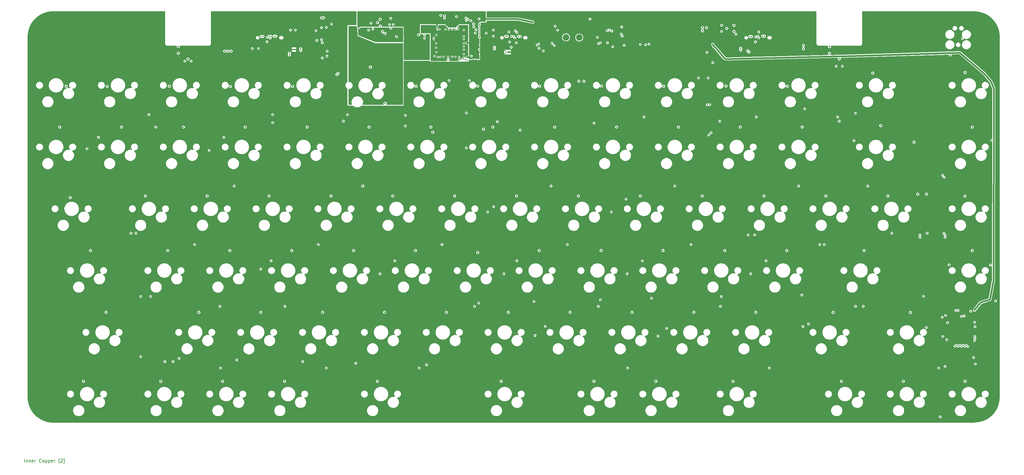
<source format=gbr>
G04 #@! TF.GenerationSoftware,KiCad,Pcbnew,5.1.9+dfsg1-1*
G04 #@! TF.CreationDate,2021-05-27T11:39:34-06:00*
G04 #@! TF.ProjectId,launch,6c61756e-6368-42e6-9b69-6361645f7063,rev?*
G04 #@! TF.SameCoordinates,Original*
G04 #@! TF.FileFunction,Copper,L2,Inr*
G04 #@! TF.FilePolarity,Positive*
%FSLAX46Y46*%
G04 Gerber Fmt 4.6, Leading zero omitted, Abs format (unit mm)*
G04 Created by KiCad (PCBNEW 5.1.9+dfsg1-1) date 2021-05-27 11:39:34*
%MOMM*%
%LPD*%
G01*
G04 APERTURE LIST*
G04 #@! TA.AperFunction,NonConductor*
%ADD10C,0.150000*%
G04 #@! TD*
G04 #@! TA.AperFunction,ComponentPad*
%ADD11O,0.800000X1.400000*%
G04 #@! TD*
G04 #@! TA.AperFunction,ComponentPad*
%ADD12C,7.000000*%
G04 #@! TD*
G04 #@! TA.AperFunction,ComponentPad*
%ADD13C,2.000000*%
G04 #@! TD*
G04 #@! TA.AperFunction,ViaPad*
%ADD14C,0.500000*%
G04 #@! TD*
G04 #@! TA.AperFunction,ViaPad*
%ADD15C,0.400000*%
G04 #@! TD*
G04 #@! TA.AperFunction,Conductor*
%ADD16C,0.137000*%
G04 #@! TD*
G04 #@! TA.AperFunction,Conductor*
%ADD17C,0.500000*%
G04 #@! TD*
G04 #@! TA.AperFunction,Conductor*
%ADD18C,0.150000*%
G04 #@! TD*
G04 #@! TA.AperFunction,Conductor*
%ADD19C,0.100000*%
G04 #@! TD*
G04 #@! TA.AperFunction,Conductor*
%ADD20C,0.200000*%
G04 #@! TD*
G04 #@! TA.AperFunction,Conductor*
%ADD21C,0.250000*%
G04 #@! TD*
G04 APERTURE END LIST*
D10*
X335595Y-125952380D02*
X335595Y-124952380D01*
X811785Y-125285714D02*
X811785Y-125952380D01*
X811785Y-125380952D02*
X859404Y-125333333D01*
X954642Y-125285714D01*
X1097500Y-125285714D01*
X1192738Y-125333333D01*
X1240357Y-125428571D01*
X1240357Y-125952380D01*
X1716547Y-125285714D02*
X1716547Y-125952380D01*
X1716547Y-125380952D02*
X1764166Y-125333333D01*
X1859404Y-125285714D01*
X2002261Y-125285714D01*
X2097500Y-125333333D01*
X2145119Y-125428571D01*
X2145119Y-125952380D01*
X3002261Y-125904761D02*
X2907023Y-125952380D01*
X2716547Y-125952380D01*
X2621309Y-125904761D01*
X2573690Y-125809523D01*
X2573690Y-125428571D01*
X2621309Y-125333333D01*
X2716547Y-125285714D01*
X2907023Y-125285714D01*
X3002261Y-125333333D01*
X3049880Y-125428571D01*
X3049880Y-125523809D01*
X2573690Y-125619047D01*
X3478452Y-125952380D02*
X3478452Y-125285714D01*
X3478452Y-125476190D02*
X3526071Y-125380952D01*
X3573690Y-125333333D01*
X3668928Y-125285714D01*
X3764166Y-125285714D01*
X5430833Y-125857142D02*
X5383214Y-125904761D01*
X5240357Y-125952380D01*
X5145119Y-125952380D01*
X5002261Y-125904761D01*
X4907023Y-125809523D01*
X4859404Y-125714285D01*
X4811785Y-125523809D01*
X4811785Y-125380952D01*
X4859404Y-125190476D01*
X4907023Y-125095238D01*
X5002261Y-125000000D01*
X5145119Y-124952380D01*
X5240357Y-124952380D01*
X5383214Y-125000000D01*
X5430833Y-125047619D01*
X6002261Y-125952380D02*
X5907023Y-125904761D01*
X5859404Y-125857142D01*
X5811785Y-125761904D01*
X5811785Y-125476190D01*
X5859404Y-125380952D01*
X5907023Y-125333333D01*
X6002261Y-125285714D01*
X6145119Y-125285714D01*
X6240357Y-125333333D01*
X6287976Y-125380952D01*
X6335595Y-125476190D01*
X6335595Y-125761904D01*
X6287976Y-125857142D01*
X6240357Y-125904761D01*
X6145119Y-125952380D01*
X6002261Y-125952380D01*
X6764166Y-125285714D02*
X6764166Y-126285714D01*
X6764166Y-125333333D02*
X6859404Y-125285714D01*
X7049880Y-125285714D01*
X7145119Y-125333333D01*
X7192738Y-125380952D01*
X7240357Y-125476190D01*
X7240357Y-125761904D01*
X7192738Y-125857142D01*
X7145119Y-125904761D01*
X7049880Y-125952380D01*
X6859404Y-125952380D01*
X6764166Y-125904761D01*
X7668928Y-125285714D02*
X7668928Y-126285714D01*
X7668928Y-125333333D02*
X7764166Y-125285714D01*
X7954642Y-125285714D01*
X8049880Y-125333333D01*
X8097500Y-125380952D01*
X8145119Y-125476190D01*
X8145119Y-125761904D01*
X8097500Y-125857142D01*
X8049880Y-125904761D01*
X7954642Y-125952380D01*
X7764166Y-125952380D01*
X7668928Y-125904761D01*
X8954642Y-125904761D02*
X8859404Y-125952380D01*
X8668928Y-125952380D01*
X8573690Y-125904761D01*
X8526071Y-125809523D01*
X8526071Y-125428571D01*
X8573690Y-125333333D01*
X8668928Y-125285714D01*
X8859404Y-125285714D01*
X8954642Y-125333333D01*
X9002261Y-125428571D01*
X9002261Y-125523809D01*
X8526071Y-125619047D01*
X9430833Y-125952380D02*
X9430833Y-125285714D01*
X9430833Y-125476190D02*
X9478452Y-125380952D01*
X9526071Y-125333333D01*
X9621309Y-125285714D01*
X9716547Y-125285714D01*
X11097500Y-126333333D02*
X11049880Y-126285714D01*
X10954642Y-126142857D01*
X10907023Y-126047619D01*
X10859404Y-125904761D01*
X10811785Y-125666666D01*
X10811785Y-125476190D01*
X10859404Y-125238095D01*
X10907023Y-125095238D01*
X10954642Y-125000000D01*
X11049880Y-124857142D01*
X11097500Y-124809523D01*
X11430833Y-125047619D02*
X11478452Y-125000000D01*
X11573690Y-124952380D01*
X11811785Y-124952380D01*
X11907023Y-125000000D01*
X11954642Y-125047619D01*
X12002261Y-125142857D01*
X12002261Y-125238095D01*
X11954642Y-125380952D01*
X11383214Y-125952380D01*
X12002261Y-125952380D01*
X12335595Y-126333333D02*
X12383214Y-126285714D01*
X12478452Y-126142857D01*
X12526071Y-126047619D01*
X12573690Y-125904761D01*
X12621309Y-125666666D01*
X12621309Y-125476190D01*
X12573690Y-125238095D01*
X12526071Y-125095238D01*
X12478452Y-125000000D01*
X12383214Y-124857142D01*
X12335595Y-124809523D01*
D11*
X71370000Y5890000D03*
X79630000Y5890000D03*
X79990000Y11840000D03*
X71010000Y11840000D03*
X221370000Y5890000D03*
X229630000Y5890000D03*
X229990000Y11840000D03*
X221010000Y11840000D03*
X146370000Y5890000D03*
X154630000Y5890000D03*
X154990000Y11840000D03*
X146010000Y11840000D03*
G04 #@! TA.AperFunction,ComponentPad*
G36*
G01*
X43500000Y2850000D02*
X43500000Y450000D01*
G75*
G02*
X43050000Y0I-450000J0D01*
G01*
X42150000Y0D01*
G75*
G02*
X41700000Y450000I0J450000D01*
G01*
X41700000Y2850000D01*
G75*
G02*
X42150000Y3300000I450000J0D01*
G01*
X43050000Y3300000D01*
G75*
G02*
X43500000Y2850000I0J-450000D01*
G01*
G37*
G04 #@! TD.AperFunction*
G04 #@! TA.AperFunction,ComponentPad*
G36*
G01*
X59300000Y2900000D02*
X59300000Y500000D01*
G75*
G02*
X58850000Y50000I-450000J0D01*
G01*
X57950000Y50000D01*
G75*
G02*
X57500000Y500000I0J450000D01*
G01*
X57500000Y2900000D01*
G75*
G02*
X57950000Y3350000I450000J0D01*
G01*
X58850000Y3350000D01*
G75*
G02*
X59300000Y2900000I0J-450000D01*
G01*
G37*
G04 #@! TD.AperFunction*
G04 #@! TA.AperFunction,ComponentPad*
G36*
G01*
X243500000Y2850000D02*
X243500000Y450000D01*
G75*
G02*
X243050000Y0I-450000J0D01*
G01*
X242150000Y0D01*
G75*
G02*
X241700000Y450000I0J450000D01*
G01*
X241700000Y2850000D01*
G75*
G02*
X242150000Y3300000I450000J0D01*
G01*
X243050000Y3300000D01*
G75*
G02*
X243500000Y2850000I0J-450000D01*
G01*
G37*
G04 #@! TD.AperFunction*
G04 #@! TA.AperFunction,ComponentPad*
G36*
G01*
X259300000Y2900000D02*
X259300000Y500000D01*
G75*
G02*
X258850000Y50000I-450000J0D01*
G01*
X257950000Y50000D01*
G75*
G02*
X257500000Y500000I0J450000D01*
G01*
X257500000Y2900000D01*
G75*
G02*
X257950000Y3350000I450000J0D01*
G01*
X258850000Y3350000D01*
G75*
G02*
X259300000Y2900000I0J-450000D01*
G01*
G37*
G04 #@! TD.AperFunction*
D12*
X6101700Y-105000000D03*
X30726700Y-64500000D03*
X128101700Y-105000000D03*
X151851700Y-19505800D03*
X234975000Y-105000000D03*
X272976700Y-67000000D03*
X275351700Y-19505800D03*
X18851700Y-19505800D03*
X142000000Y-57250000D03*
D13*
X166600000Y4750000D03*
X170650000Y4700000D03*
D14*
X111000000Y5950000D03*
X110200000Y6525000D03*
D15*
X290500000Y-90000000D03*
X287500000Y-81500000D03*
X283800000Y-83750000D03*
X291000000Y-90400000D03*
X293000000Y-79200000D03*
X296500000Y-81000000D03*
X296500000Y-90000000D03*
X283800000Y-87750000D03*
X292500000Y-84750000D03*
X222400000Y5100000D03*
X222500000Y6250000D03*
X228250000Y4550000D03*
X228250000Y3400000D03*
X228250000Y5150000D03*
X228000000Y6250000D03*
X54650000Y-4800000D03*
X56350000Y-4800000D03*
X245250000Y-5450000D03*
X243550000Y-5450000D03*
X142550000Y2250000D03*
X145900000Y-550000D03*
X147600000Y-550000D03*
X131600000Y-1250000D03*
X135200000Y1000000D03*
X135200000Y-1400000D03*
X135200000Y2000000D03*
X128000000Y-1250000D03*
X126750000Y5500000D03*
X130600000Y7200000D03*
X131650000Y7200000D03*
X135200000Y5100000D03*
X135200000Y7000000D03*
X127000000Y7200000D03*
X145050000Y850000D03*
X147500000Y6250000D03*
X147100000Y5350000D03*
X123100000Y4500000D03*
X123100000Y5500000D03*
X129000000Y-1250000D03*
X132600000Y-1250000D03*
D14*
X50500000Y1950000D03*
X50500000Y-150000D03*
X53500000Y1950000D03*
X53500000Y-150000D03*
D15*
X50500000Y-2600000D03*
X72500000Y6250000D03*
X78250000Y3400000D03*
X78250000Y4550000D03*
X78000000Y6250000D03*
X147650000Y4550000D03*
X153250000Y3400000D03*
X153250000Y4550000D03*
X153100000Y5100000D03*
X153000000Y6250000D03*
D14*
X250500000Y1950000D03*
X253500000Y1950000D03*
X253500000Y-150000D03*
X250500000Y-150000D03*
X250500000Y-2600000D03*
X250500000Y-4100000D03*
D15*
X135200000Y-400000D03*
D14*
X121300000Y5500000D03*
D15*
X135200000Y3000000D03*
X142800000Y6050000D03*
X144300000Y6050000D03*
X127750000Y7200000D03*
X138950000Y7100000D03*
X135200000Y4200000D03*
X61050000Y7980000D03*
X64550000Y7980000D03*
X72400000Y5100000D03*
X72650000Y4550000D03*
X72500000Y3450000D03*
X85850000Y-1150000D03*
X88250000Y1750000D03*
X84150000Y-1150000D03*
X86550000Y1750000D03*
X78150000Y5100000D03*
X90950000Y6450000D03*
X90950000Y5350000D03*
D14*
X108712500Y9300000D03*
X109512500Y10300000D03*
X108700000Y7487500D03*
X71200000Y1350000D03*
X98500000Y8000000D03*
X98500000Y7000000D03*
X98500000Y5750000D03*
X98500000Y4750000D03*
X231000000Y2250000D03*
X231000000Y1250000D03*
X258250000Y7400000D03*
X258250000Y4400000D03*
X242750000Y7400000D03*
X242750000Y4400000D03*
X218150000Y7500000D03*
D15*
X216250000Y1900000D03*
X217950000Y1900000D03*
D14*
X239250000Y8750000D03*
X239250000Y7250000D03*
D15*
X216250000Y-1200000D03*
X217950000Y-1200000D03*
D14*
X95750000Y-7250000D03*
X97000000Y-5750000D03*
X71200000Y-300000D03*
X102850000Y6850000D03*
D15*
X132950000Y11150000D03*
X160750000Y3200000D03*
D14*
X254250000Y-4850000D03*
X257000000Y-2000000D03*
D15*
X129600000Y7200000D03*
X132650000Y7200000D03*
X161750000Y6200000D03*
X138100000Y-2150000D03*
X288200000Y6600000D03*
X220200000Y2050000D03*
D14*
X244856000Y-3302000D03*
D15*
X116450000Y4230000D03*
X178850000Y1850000D03*
X177550000Y1850000D03*
X283150000Y-79800000D03*
D14*
X66250000Y500000D03*
X67250000Y500000D03*
X68250000Y500000D03*
X50250000Y-4450000D03*
D15*
X222600000Y4600000D03*
D14*
X151350000Y9600000D03*
D15*
X283400000Y-89150000D03*
X133400000Y7250000D03*
D14*
X270100000Y-82150000D03*
X246400000Y-82050000D03*
X222650000Y-82050000D03*
X203650000Y-82050000D03*
X184650000Y-82050000D03*
X165650000Y-82050000D03*
X146650000Y-82050000D03*
X127650000Y-82050000D03*
X108650000Y-82050000D03*
X89650000Y-82050000D03*
X70650000Y-82050000D03*
X51650000Y-82050000D03*
X23150000Y-82050000D03*
X20600000Y-98850000D03*
X44350000Y-98850000D03*
X82350000Y-98850000D03*
X110850000Y-98850000D03*
X63350000Y-98850000D03*
X291350000Y-98850000D03*
X148850000Y-98850000D03*
X177350000Y-98850000D03*
X196350000Y-98850000D03*
X220100000Y-98850000D03*
X272350000Y-98850000D03*
X262850000Y-3850000D03*
X15850000Y-41850000D03*
X18400000Y-63050000D03*
X8900000Y-25050000D03*
X11100000Y-3850000D03*
X30100000Y-3850000D03*
X88400000Y-5000000D03*
X163550000Y-4300000D03*
X201100000Y-3850000D03*
X220100000Y-3850000D03*
X238600000Y-3450000D03*
X290250000Y-3500000D03*
X27900000Y-25050000D03*
X46900000Y-25050000D03*
X65900000Y-25050000D03*
X84900000Y-25050000D03*
X103900000Y-25050000D03*
X122900000Y-25050000D03*
X141900000Y-25050000D03*
X160900000Y-25050000D03*
X179900000Y-25050000D03*
X198900000Y-25050000D03*
X217900000Y-25050000D03*
X236900000Y-25050000D03*
X260650000Y-25050000D03*
X289150000Y-25050000D03*
X290350000Y-41350000D03*
X267600000Y-41850000D03*
X248600000Y-41850000D03*
X229600000Y-41850000D03*
X210600000Y-41850000D03*
X191600000Y-41850000D03*
X289150000Y-63050000D03*
X255900000Y-63050000D03*
X232150000Y-63050000D03*
X213150000Y-63050000D03*
X194150000Y-63050000D03*
X175150000Y-63050000D03*
X156150000Y-63050000D03*
X137150000Y-63050000D03*
X118150000Y-63050000D03*
X99150000Y-63050000D03*
X80150000Y-63050000D03*
X61150000Y-63050000D03*
X42200000Y-63000000D03*
X39600000Y-41850000D03*
X58600000Y-41850000D03*
X77600000Y-41850000D03*
X96600000Y-41850000D03*
X115600000Y-41850000D03*
X134600000Y-41850000D03*
X153600000Y-41850000D03*
X172600000Y-41850000D03*
D15*
X90850000Y3550000D03*
X91750000Y1000000D03*
D14*
X106475926Y-4325926D03*
D15*
X140500000Y3750000D03*
X144300000Y2250000D03*
X222350000Y3800000D03*
X220200000Y250000D03*
X210900000Y-2450000D03*
X212350000Y-3000000D03*
X221950000Y1100000D03*
X223250000Y-200000D03*
X212350000Y2600000D03*
X212000000Y-200000D03*
X210050000Y-500000D03*
X212000000Y-1500000D03*
X212000000Y1100000D03*
D14*
X253322223Y-98822223D03*
D15*
X145050000Y-5300000D03*
X133750000Y-1300000D03*
X130400000Y-1250000D03*
X126200000Y-1000000D03*
X127200000Y-1300000D03*
X126750000Y200000D03*
X126700000Y3000000D03*
X126700000Y1600000D03*
D14*
X125150000Y-3800000D03*
X182450000Y-4400000D03*
D15*
X140000000Y1000000D03*
X140250000Y-450000D03*
X140250000Y2500000D03*
X141300000Y3600000D03*
X147350000Y3950000D03*
X148000000Y1100000D03*
X138850000Y-2150000D03*
X81150000Y300000D03*
X81150000Y-1100000D03*
X85560000Y1740000D03*
X85650000Y350000D03*
D14*
X156100000Y3000000D03*
X193200000Y2700000D03*
X195750000Y12000000D03*
X158350000Y5050000D03*
D15*
X90450000Y-1750000D03*
D14*
X75000000Y9250000D03*
X111000000Y5000000D03*
X138200000Y8900000D03*
X175750000Y8200000D03*
X183750000Y7000000D03*
D15*
X183700000Y3650000D03*
X179900000Y4400000D03*
D14*
X93750000Y9800000D03*
D15*
X91000000Y8700000D03*
X94400000Y4400000D03*
D14*
X151150000Y150000D03*
D15*
X284750000Y-78050000D03*
D14*
X276550000Y-27500000D03*
D15*
X90850000Y-650000D03*
X90850000Y2200000D03*
D14*
X68800000Y-4000000D03*
D15*
X138700000Y6100000D03*
X130950000Y-5350000D03*
X109585270Y8304910D03*
X113550000Y8650000D03*
X112350000Y8650000D03*
X107450000Y6450000D03*
X108550000Y6450000D03*
D14*
X110700000Y7500000D03*
D15*
X76500000Y-19000000D03*
X38500000Y-19000000D03*
X190500000Y-19750000D03*
X225000000Y-19750000D03*
X250000000Y-19750000D03*
X145500000Y-21200000D03*
X99500000Y-19000000D03*
X152500000Y-23800000D03*
X40600000Y-22850000D03*
X250500000Y-21000000D03*
X213800000Y-21000000D03*
X175198761Y-21651239D03*
X98250000Y-21000000D03*
X76500000Y-21500000D03*
X162000000Y-41000000D03*
X200000000Y-41000000D03*
X238000000Y-41000000D03*
X259250000Y-41000000D03*
D14*
X104150000Y-41000000D03*
D15*
X64700000Y-41000000D03*
X244500000Y-59000000D03*
X205000000Y-59000000D03*
X90500000Y-59000000D03*
X128500000Y-59000000D03*
X167000000Y-59000000D03*
X52500000Y-59000000D03*
X245890000Y-59000000D03*
X60310000Y-78000000D03*
X257850000Y-78000000D03*
X214000000Y-78000000D03*
X138500000Y-78000000D03*
X176500000Y-78000000D03*
X255500000Y-78000000D03*
X80250000Y-78000000D03*
X284250000Y-65250000D03*
X276350000Y-74890000D03*
X282300000Y-87250000D03*
X60500000Y-97000000D03*
X281000000Y-97000000D03*
X229000000Y-97000000D03*
X93000000Y-97000000D03*
X185500000Y-97000000D03*
X121500000Y-97000000D03*
X291750000Y-93750000D03*
X36000000Y-93500000D03*
X288500000Y-90000000D03*
X286000000Y-90250000D03*
X47750000Y-94000000D03*
X286500000Y-90000000D03*
X65450000Y-94500000D03*
X287000000Y-90250000D03*
X85750000Y-95000000D03*
X287500000Y-90000000D03*
X102000000Y-95500000D03*
X288000000Y-90250000D03*
X123750000Y-96000000D03*
X290850000Y-79500000D03*
X139800000Y-77000000D03*
X289000000Y-90250000D03*
X117250000Y-22500000D03*
X117250000Y-19250000D03*
X156750000Y-76500000D03*
X289500000Y-90000000D03*
X136000000Y-29250000D03*
X136000000Y-18500000D03*
X177150000Y-76000000D03*
X282100000Y-81350000D03*
X292050000Y-88550000D03*
X192850000Y-75500000D03*
X292150000Y-87900000D03*
X214250000Y-75000000D03*
X239000000Y-74500000D03*
X292100000Y-87250000D03*
X292050000Y-82900000D03*
X283000000Y-96500000D03*
X277500000Y-55500000D03*
X282600000Y-55500000D03*
X255000000Y-27000000D03*
X255450000Y-18600000D03*
X266650000Y-55500000D03*
X288850000Y-80950000D03*
X288297620Y4397620D03*
X284600000Y-700000D03*
X126000000Y4663500D03*
X287000000Y-79250000D03*
X126000000Y4136500D03*
X286250000Y-79250000D03*
X283750000Y-83000000D03*
X290000000Y-90400000D03*
X292000000Y-79200000D03*
X283500000Y-88250000D03*
X292200000Y-84250000D03*
X124500000Y-1800000D03*
X124500000Y5000000D03*
X288000000Y-81100000D03*
X132600000Y8100000D03*
X136100000Y3000000D03*
X136100000Y-1400000D03*
X137550000Y6600000D03*
X91500000Y4050000D03*
X91500000Y7750000D03*
D14*
X102900000Y7800000D03*
D15*
X130600000Y8100000D03*
X127000000Y8100000D03*
X179300000Y3100000D03*
X179300000Y6850000D03*
X287500000Y0D03*
X118040000Y4220000D03*
X283150000Y-80800000D03*
D14*
X156400000Y9400000D03*
D15*
X91750000Y-1600000D03*
X91750000Y3100000D03*
X139750000Y3800000D03*
X211650000Y-3000000D03*
X211650000Y2600000D03*
X139750000Y-1800000D03*
X137950000Y1050000D03*
X209850000Y100000D03*
X93250000Y500000D03*
X129000000Y-2050000D03*
X132600000Y-2050000D03*
X136100000Y1000000D03*
X127800000Y8100000D03*
X136100000Y7000000D03*
X136100000Y4200000D03*
D14*
X122500000Y8250000D03*
X122500000Y6250000D03*
X123500000Y8250000D03*
X123500000Y6250000D03*
D15*
X125900000Y3000000D03*
X125900000Y200000D03*
X126100000Y-2100000D03*
X112750000Y10600000D03*
X144600000Y1763500D03*
X147986500Y5050000D03*
X144600000Y1236500D03*
X148513500Y5050000D03*
X148050000Y463500D03*
X148050000Y-63500D03*
X140000000Y4750000D03*
X136000000Y9950000D03*
D14*
X140000000Y8800000D03*
D15*
X152513500Y5050000D03*
X151986500Y5050000D03*
X135000000Y-1900000D03*
D14*
X247500000Y1900000D03*
X247500000Y-150000D03*
X250500000Y-1900000D03*
X239500000Y1250000D03*
X239500000Y2250000D03*
D15*
X130136500Y-2050000D03*
X251450000Y-4100000D03*
X249550000Y-4100000D03*
X130663500Y-2050000D03*
X227513500Y5100000D03*
X222786323Y263677D03*
X226986500Y5100000D03*
X222413677Y636323D03*
X223513500Y5000000D03*
X220200000Y886500D03*
X222986500Y5000000D03*
X220200000Y1413500D03*
D14*
X215950000Y7500000D03*
X208500000Y7750000D03*
X208500000Y6750000D03*
X209750000Y7750000D03*
D15*
X183850000Y5150000D03*
X224750000Y3375000D03*
X218750000Y5700000D03*
X180650000Y6700000D03*
D14*
X218150000Y8450000D03*
D15*
X225450000Y5100000D03*
D14*
X218150000Y6550000D03*
D15*
X224850000Y4850000D03*
X225800000Y4600000D03*
X225825000Y6425000D03*
X183550000Y5750000D03*
X135800000Y10700000D03*
X176200000Y4750000D03*
X133736500Y-2050000D03*
X214400000Y6550000D03*
X134263500Y-2050000D03*
X214400000Y8450000D03*
X137500000Y-1000000D03*
D14*
X50500000Y-1900000D03*
X47500000Y-150000D03*
X47500000Y1950000D03*
X63750000Y500000D03*
X62750000Y500000D03*
X61750000Y500000D03*
D15*
X49550000Y-2600000D03*
X96213677Y-6686323D03*
X51450000Y-2600000D03*
X96586323Y-6313677D03*
X129250000Y10650000D03*
X183700000Y7950000D03*
X129300000Y11400000D03*
X173950000Y10400000D03*
X128100000Y11500000D03*
X94600000Y8850000D03*
X151500000Y6250000D03*
X142100000Y6050000D03*
X158150000Y2750000D03*
X159600000Y600000D03*
X149000000Y6400000D03*
X179950000Y7050000D03*
X149250000Y3350000D03*
X151300000Y3100000D03*
X164000000Y7000000D03*
X90050000Y3800000D03*
X158300000Y1400000D03*
X149750000Y1700000D03*
X144300000Y7000000D03*
X150450000Y5050000D03*
X144300000Y5100000D03*
X150850000Y4600000D03*
X149850000Y5050000D03*
X151000000Y6750000D03*
X157690000Y2410000D03*
X180950000Y1850000D03*
X93000000Y7800000D03*
D14*
X92150000Y10750000D03*
X91550000Y10750000D03*
D15*
X76000000Y5100000D03*
X83500000Y7000000D03*
X74750000Y3400000D03*
X82000000Y7000000D03*
X93200000Y-1000000D03*
X106700000Y9100000D03*
X70250000Y1300000D03*
X75400000Y5100000D03*
X75750000Y4550000D03*
X74900000Y4800000D03*
X72150000Y1300000D03*
X282250000Y-37700000D03*
X210700000Y-15950000D03*
X163000000Y2250000D03*
X211120930Y-24579070D03*
X136519513Y10300000D03*
X191000000Y2500000D03*
X176550000Y2800000D03*
X209950000Y-16000000D03*
X210434272Y-25265728D03*
X282700000Y-38300000D03*
X162300000Y2900000D03*
X137400000Y9850000D03*
X189430228Y2580228D03*
X177100000Y3100000D03*
X184450000Y2300000D03*
X89750000Y6800000D03*
X77513500Y5100000D03*
X85100000Y1263500D03*
X76986500Y5100000D03*
X85100000Y736500D03*
X72986500Y5050000D03*
X81650000Y-663500D03*
X73513500Y5050000D03*
X81650000Y-136500D03*
X112800000Y7600000D03*
X135600000Y-1950000D03*
X136200000Y-2300000D03*
X105950000Y6950000D03*
X114515209Y4965209D03*
X138250000Y7950000D03*
X239850000Y-17250000D03*
X139870000Y10430000D03*
X163267388Y8182612D03*
X192050000Y2650000D03*
D14*
X100500000Y8000000D03*
X100500000Y7000000D03*
X100500000Y5750000D03*
X105000000Y-15500000D03*
X106500000Y-15500000D03*
X108000000Y-15500000D03*
X109500000Y-15500000D03*
X272350000Y-79900000D03*
X248600000Y-79850000D03*
X224850000Y-79850000D03*
X205850000Y-79850000D03*
X186850000Y-79850000D03*
X167850000Y-79850000D03*
X148850000Y-79850000D03*
X129850000Y-79850000D03*
X110850000Y-79850000D03*
X91850000Y-79850000D03*
X72850000Y-79850000D03*
X53850000Y-79850000D03*
X25350000Y-79850000D03*
X18400000Y-101050000D03*
X42150000Y-101050000D03*
X61150000Y-101050000D03*
X80150000Y-101050000D03*
X108650000Y-101050000D03*
X289150000Y-101050000D03*
X146650000Y-101050000D03*
X175150000Y-101050000D03*
X194150000Y-101050000D03*
X217900000Y-101050000D03*
X251150000Y-101050000D03*
X270150000Y-101050000D03*
X14300000Y-44550000D03*
X20600000Y-60850000D03*
X11100000Y-22850000D03*
X13100000Y-10300000D03*
X25700000Y-10350000D03*
X44750000Y-10300000D03*
X63500000Y-10350000D03*
X82600000Y-10350000D03*
X120550000Y-10300000D03*
X139450000Y-10250000D03*
X158450000Y-10300000D03*
X177450000Y-10250000D03*
X196550000Y-10300000D03*
X215700000Y-10250000D03*
X234550000Y-10300000D03*
X289150000Y-6050000D03*
X30100000Y-22850000D03*
X49100000Y-22850000D03*
X68100000Y-22850000D03*
X87100000Y-22850000D03*
X106100000Y-22850000D03*
X125100000Y-22850000D03*
X144100000Y-22850000D03*
X163100000Y-22850000D03*
X182100000Y-22850000D03*
X201100000Y-22850000D03*
X220100000Y-22850000D03*
X239100000Y-22850000D03*
X263250000Y-22400000D03*
X291350000Y-22850000D03*
X265400000Y-44050000D03*
X246400000Y-44050000D03*
X227400000Y-44050000D03*
X208400000Y-44050000D03*
X189400000Y-44050000D03*
X291350000Y-60850000D03*
X258100000Y-60850000D03*
X234350000Y-60850000D03*
X215350000Y-60850000D03*
X196350000Y-60850000D03*
X177350000Y-60850000D03*
X158350000Y-60850000D03*
X120350000Y-60850000D03*
X101350000Y-60850000D03*
X82350000Y-60850000D03*
X63350000Y-60850000D03*
X44300000Y-60850000D03*
X37400000Y-44050000D03*
X56400000Y-44050000D03*
X75400000Y-44050000D03*
X94400000Y-44050000D03*
X113400000Y-44050000D03*
X132400000Y-44050000D03*
X151400000Y-44050000D03*
X170400000Y-44050000D03*
X103550000Y-5550000D03*
X260768750Y-6268750D03*
X289100000Y-44100000D03*
X273450000Y-27500000D03*
X139450000Y-61475000D03*
D15*
X106250000Y3450000D03*
X107300000Y7300000D03*
X23000000Y-26000000D03*
X19500000Y-29500000D03*
X34500000Y-55500000D03*
X33000000Y-55500000D03*
X36000000Y-75000000D03*
X39050000Y-75000000D03*
X45900000Y-95000000D03*
X43400000Y-95000000D03*
X275250000Y-56000000D03*
X283000000Y-56000000D03*
X297350000Y-26950000D03*
X292300000Y-95750000D03*
X296950000Y-65300000D03*
X224500000Y-56000000D03*
X222500000Y-56000000D03*
X228000000Y-64000000D03*
X223300000Y-68000000D03*
X239334616Y-84184616D03*
X241065385Y-83415385D03*
X185000000Y-45000000D03*
X180500000Y-49000000D03*
X190000000Y-64000000D03*
X185340000Y-67990000D03*
X194843035Y-87143035D03*
X197489038Y-84789038D03*
X142500000Y-49000000D03*
X144352942Y-47352942D03*
X151500000Y-64000000D03*
X147500000Y-68000000D03*
X157050000Y-86950000D03*
X160202083Y-84152083D03*
D14*
X111000000Y-15500000D03*
D15*
X114000000Y-64000000D03*
X109500000Y-68000000D03*
X281500000Y-112000000D03*
X298500000Y-76350000D03*
X61500000Y-26000000D03*
X57000000Y-30000000D03*
X76000000Y-64000000D03*
X72850000Y-66550000D03*
X130650000Y-8500000D03*
X136900000Y-8500000D03*
D14*
X141250000Y-23500000D03*
X125650147Y-24400147D03*
X170550000Y-8750000D03*
X172100000Y-8750000D03*
D15*
X207250000Y-7750000D03*
X210250000Y-7750000D03*
X275250000Y-56750000D03*
X283000000Y-56750000D03*
D14*
X274572120Y-43477880D03*
X277300000Y-43500000D03*
D15*
X277200000Y-84500000D03*
X133300000Y7900000D03*
D16*
X78000000Y6250000D02*
X76500000Y5600000D01*
X76500000Y5600000D02*
X76450000Y5400000D01*
X76450000Y5400000D02*
X76450000Y4750000D01*
D17*
X136100000Y3000000D02*
X137000000Y3000000D01*
X136100000Y-1400000D02*
X136900000Y-1400000D01*
X127000000Y8100000D02*
X127000000Y8950000D01*
X293900000Y-76800000D02*
X292000000Y-79200000D01*
X296800000Y-75850000D02*
X293900000Y-76800000D01*
X297900000Y-69850000D02*
X296800000Y-75850000D01*
X287500000Y0D02*
X295104532Y-6495468D01*
X297989864Y-10989864D02*
X297043424Y-8843424D01*
X297043424Y-8843424D02*
X295104532Y-6495468D01*
X297989864Y-10989864D02*
X297900000Y-69850000D01*
X250070000Y-1100000D02*
X251500000Y-1100000D01*
X102900000Y7800000D02*
X102900000Y8550000D01*
X151750000Y10400000D02*
X141600000Y10400000D01*
X156400000Y9400000D02*
X151750000Y10400000D01*
X218130000Y-1860000D02*
X250070000Y-1100000D01*
X215907692Y-1942308D02*
X217201416Y-1951416D01*
X215250000Y-1700000D02*
X215907692Y-1942308D01*
X212359973Y1709973D02*
X215250000Y-1700000D01*
X217201416Y-1951416D02*
X218130000Y-1860000D01*
X211939928Y1989928D02*
X212359973Y1709973D01*
X211650000Y2600000D02*
X211939928Y1989928D01*
X251500000Y-1100000D02*
X287500000Y0D01*
D18*
X140000000Y4750000D02*
X140000000Y8800000D01*
X126525000Y8076669D02*
X126531873Y8006885D01*
X126559034Y7917347D01*
X126603141Y7834827D01*
X126662499Y7762499D01*
X126734827Y7703141D01*
X126817346Y7659034D01*
X126906884Y7631873D01*
X126976668Y7625000D01*
X126958141Y7625000D01*
X126876032Y7608667D01*
X126798687Y7576630D01*
X126729079Y7530119D01*
X126669881Y7470921D01*
X126623370Y7401313D01*
X126591333Y7323968D01*
X126575000Y7241859D01*
X126575000Y7158141D01*
X126591333Y7076032D01*
X126623370Y6998687D01*
X126669881Y6929079D01*
X126729079Y6869881D01*
X126798687Y6823370D01*
X126876032Y6791333D01*
X126958141Y6775000D01*
X127041859Y6775000D01*
X127123968Y6791333D01*
X127201313Y6823370D01*
X127270921Y6869881D01*
X127330119Y6929079D01*
X127375000Y6996248D01*
X127419881Y6929079D01*
X127479079Y6869881D01*
X127548687Y6823370D01*
X127626032Y6791333D01*
X127708141Y6775000D01*
X127791859Y6775000D01*
X127873968Y6791333D01*
X127951313Y6823370D01*
X128020921Y6869881D01*
X128080119Y6929079D01*
X128126630Y6998687D01*
X128158667Y7076032D01*
X128175000Y7158141D01*
X128175000Y7241859D01*
X129175000Y7241859D01*
X129175000Y7158141D01*
X129191333Y7076032D01*
X129223370Y6998687D01*
X129269881Y6929079D01*
X129329079Y6869881D01*
X129398687Y6823370D01*
X129476032Y6791333D01*
X129558141Y6775000D01*
X129641859Y6775000D01*
X129723968Y6791333D01*
X129801313Y6823370D01*
X129870921Y6869881D01*
X129930119Y6929079D01*
X129976630Y6998687D01*
X130008667Y7076032D01*
X130025000Y7158141D01*
X130025000Y7241859D01*
X130008667Y7323968D01*
X129976630Y7401313D01*
X129930119Y7470921D01*
X129870921Y7530119D01*
X129801313Y7576630D01*
X129723968Y7608667D01*
X129641859Y7625000D01*
X129558141Y7625000D01*
X129476032Y7608667D01*
X129398687Y7576630D01*
X129329079Y7530119D01*
X129269881Y7470921D01*
X129223370Y7401313D01*
X129191333Y7323968D01*
X129175000Y7241859D01*
X128175000Y7241859D01*
X128158667Y7323968D01*
X128126630Y7401313D01*
X128080119Y7470921D01*
X128020921Y7530119D01*
X127951313Y7576630D01*
X127873968Y7608667D01*
X127791859Y7625000D01*
X127708141Y7625000D01*
X127626032Y7608667D01*
X127548687Y7576630D01*
X127479079Y7530119D01*
X127419881Y7470921D01*
X127375000Y7403752D01*
X127330119Y7470921D01*
X127270921Y7530119D01*
X127201313Y7576630D01*
X127123968Y7608667D01*
X127041859Y7625000D01*
X127023332Y7625000D01*
X127093115Y7631873D01*
X127182653Y7659034D01*
X127265173Y7703141D01*
X127337501Y7762499D01*
X127396859Y7834827D01*
X127440966Y7917346D01*
X127468127Y8006884D01*
X127475000Y8076668D01*
X127475000Y8425000D01*
X129436092Y8425000D01*
X130305546Y7555546D01*
X130333185Y7532863D01*
X130329079Y7530119D01*
X130269881Y7470921D01*
X130223370Y7401313D01*
X130191333Y7323968D01*
X130175000Y7241859D01*
X130175000Y7158141D01*
X130191333Y7076032D01*
X130223370Y6998687D01*
X130269881Y6929079D01*
X130329079Y6869881D01*
X130398687Y6823370D01*
X130476032Y6791333D01*
X130558141Y6775000D01*
X130641859Y6775000D01*
X130723968Y6791333D01*
X130801313Y6823370D01*
X130870921Y6869881D01*
X130930119Y6929079D01*
X130976630Y6998687D01*
X131008667Y7076032D01*
X131025000Y7158141D01*
X131025000Y7241859D01*
X131008667Y7323968D01*
X130976630Y7401313D01*
X130930119Y7470921D01*
X130926040Y7475000D01*
X131323960Y7475000D01*
X131319881Y7470921D01*
X131273370Y7401313D01*
X131241333Y7323968D01*
X131225000Y7241859D01*
X131225000Y7158141D01*
X131241333Y7076032D01*
X131273370Y6998687D01*
X131319881Y6929079D01*
X131379079Y6869881D01*
X131448687Y6823370D01*
X131526032Y6791333D01*
X131608141Y6775000D01*
X131691859Y6775000D01*
X131773968Y6791333D01*
X131851313Y6823370D01*
X131920921Y6869881D01*
X131980119Y6929079D01*
X132026630Y6998687D01*
X132058667Y7076032D01*
X132075000Y7158141D01*
X132075000Y7241859D01*
X132058667Y7323968D01*
X132026630Y7401313D01*
X131980119Y7470921D01*
X131976040Y7475000D01*
X132323960Y7475000D01*
X132319881Y7470921D01*
X132273370Y7401313D01*
X132241333Y7323968D01*
X132225000Y7241859D01*
X132225000Y7158141D01*
X132241333Y7076032D01*
X132273370Y6998687D01*
X132319881Y6929079D01*
X132379079Y6869881D01*
X132448687Y6823370D01*
X132526032Y6791333D01*
X132608141Y6775000D01*
X132691859Y6775000D01*
X132773968Y6791333D01*
X132851313Y6823370D01*
X132920921Y6869881D01*
X132980119Y6929079D01*
X133026630Y6998687D01*
X133038167Y7026541D01*
X133069881Y6979079D01*
X133129079Y6919881D01*
X133198687Y6873370D01*
X133276032Y6841333D01*
X133358141Y6825000D01*
X133441859Y6825000D01*
X133523968Y6841333D01*
X133601313Y6873370D01*
X133670921Y6919881D01*
X133730119Y6979079D01*
X133772067Y7041859D01*
X134775000Y7041859D01*
X134775000Y6958141D01*
X134791333Y6876032D01*
X134823370Y6798687D01*
X134869881Y6729079D01*
X134929079Y6669881D01*
X134998687Y6623370D01*
X135076032Y6591333D01*
X135158141Y6575000D01*
X135241859Y6575000D01*
X135323968Y6591333D01*
X135401313Y6623370D01*
X135470921Y6669881D01*
X135530119Y6729079D01*
X135576630Y6798687D01*
X135608667Y6876032D01*
X135625000Y6958141D01*
X135625000Y7041859D01*
X135608667Y7123968D01*
X135576630Y7201313D01*
X135530119Y7270921D01*
X135470921Y7330119D01*
X135401313Y7376630D01*
X135323968Y7408667D01*
X135241859Y7425000D01*
X135158141Y7425000D01*
X135076032Y7408667D01*
X134998687Y7376630D01*
X134929079Y7330119D01*
X134869881Y7270921D01*
X134823370Y7201313D01*
X134791333Y7123968D01*
X134775000Y7041859D01*
X133772067Y7041859D01*
X133776630Y7048687D01*
X133808667Y7126032D01*
X133825000Y7208141D01*
X133825000Y7291859D01*
X133808667Y7373968D01*
X133776630Y7451313D01*
X133730119Y7520921D01*
X133670921Y7580119D01*
X133617113Y7616073D01*
X133630119Y7629079D01*
X133676630Y7698687D01*
X133708667Y7776032D01*
X133725000Y7858141D01*
X133725000Y7941859D01*
X133708667Y8023968D01*
X133676630Y8101313D01*
X133630119Y8170921D01*
X133594974Y8206066D01*
X133813908Y8425000D01*
X136425000Y8425000D01*
X136425000Y3475000D01*
X136076668Y3475000D01*
X136006884Y3468127D01*
X135917346Y3440966D01*
X135834827Y3396859D01*
X135762499Y3337501D01*
X135703141Y3265173D01*
X135659034Y3182654D01*
X135631873Y3093116D01*
X135625000Y3023332D01*
X135625000Y3041859D01*
X135608667Y3123968D01*
X135576630Y3201313D01*
X135530119Y3270921D01*
X135470921Y3330119D01*
X135401313Y3376630D01*
X135323968Y3408667D01*
X135241859Y3425000D01*
X135158141Y3425000D01*
X135076032Y3408667D01*
X134998687Y3376630D01*
X134929079Y3330119D01*
X134869881Y3270921D01*
X134823370Y3201313D01*
X134791333Y3123968D01*
X134775000Y3041859D01*
X134775000Y2958141D01*
X134791333Y2876032D01*
X134823370Y2798687D01*
X134869881Y2729079D01*
X134929079Y2669881D01*
X134998687Y2623370D01*
X135076032Y2591333D01*
X135158141Y2575000D01*
X135241859Y2575000D01*
X135323968Y2591333D01*
X135401313Y2623370D01*
X135470921Y2669881D01*
X135530119Y2729079D01*
X135576630Y2798687D01*
X135608667Y2876032D01*
X135625000Y2958141D01*
X135625000Y2976668D01*
X135631873Y2906884D01*
X135659034Y2817346D01*
X135703141Y2734827D01*
X135762499Y2662499D01*
X135834827Y2603141D01*
X135917346Y2559034D01*
X136006884Y2531873D01*
X136076668Y2525000D01*
X136425000Y2525000D01*
X136425000Y-925000D01*
X136076668Y-925000D01*
X136006884Y-931873D01*
X135917346Y-959034D01*
X135834827Y-1003141D01*
X135762499Y-1062499D01*
X135703141Y-1134827D01*
X135659034Y-1217346D01*
X135631873Y-1306884D01*
X135625000Y-1376668D01*
X135625000Y-1358141D01*
X135608667Y-1276032D01*
X135576630Y-1198687D01*
X135530119Y-1129079D01*
X135470921Y-1069881D01*
X135401313Y-1023370D01*
X135323968Y-991333D01*
X135241859Y-975000D01*
X135158141Y-975000D01*
X135076032Y-991333D01*
X134998687Y-1023370D01*
X134929079Y-1069881D01*
X134869881Y-1129079D01*
X134823370Y-1198687D01*
X134791333Y-1276032D01*
X134775000Y-1358141D01*
X134775000Y-1441859D01*
X134791333Y-1523968D01*
X134792733Y-1527348D01*
X134729079Y-1569881D01*
X134669881Y-1629079D01*
X134623370Y-1698687D01*
X134591333Y-1776032D01*
X134591207Y-1776667D01*
X134534421Y-1719881D01*
X134464813Y-1673370D01*
X134387468Y-1641333D01*
X134305359Y-1625000D01*
X134221641Y-1625000D01*
X134139532Y-1641333D01*
X134062187Y-1673370D01*
X134000000Y-1714922D01*
X133945991Y-1678834D01*
X133951313Y-1676630D01*
X134020921Y-1630119D01*
X134080119Y-1570921D01*
X134126630Y-1501313D01*
X134158667Y-1423968D01*
X134175000Y-1341859D01*
X134175000Y-1258141D01*
X134158667Y-1176032D01*
X134126630Y-1098687D01*
X134080119Y-1029079D01*
X134020921Y-969881D01*
X133951313Y-923370D01*
X133873968Y-891333D01*
X133791859Y-875000D01*
X133708141Y-875000D01*
X133626032Y-891333D01*
X133548687Y-923370D01*
X133479079Y-969881D01*
X133419881Y-1029079D01*
X133373370Y-1098687D01*
X133341333Y-1176032D01*
X133325000Y-1258141D01*
X133325000Y-1341859D01*
X133341333Y-1423968D01*
X133373370Y-1501313D01*
X133419881Y-1570921D01*
X133479079Y-1630119D01*
X133540509Y-1671166D01*
X133535187Y-1673370D01*
X133465579Y-1719881D01*
X133406381Y-1779079D01*
X133359870Y-1848687D01*
X133327833Y-1926032D01*
X133311500Y-2008141D01*
X133311500Y-2091859D01*
X133327833Y-2173968D01*
X133359870Y-2251313D01*
X133406381Y-2320921D01*
X133465579Y-2380119D01*
X133532748Y-2425000D01*
X130867252Y-2425000D01*
X130934421Y-2380119D01*
X130993619Y-2320921D01*
X131040130Y-2251313D01*
X131072167Y-2173968D01*
X131088500Y-2091859D01*
X131088500Y-2008141D01*
X131072167Y-1926032D01*
X131040130Y-1848687D01*
X130993619Y-1779079D01*
X130934421Y-1719881D01*
X130864813Y-1673370D01*
X130787468Y-1641333D01*
X130705359Y-1625000D01*
X130621641Y-1625000D01*
X130590102Y-1631274D01*
X130601313Y-1626630D01*
X130670921Y-1580119D01*
X130730119Y-1520921D01*
X130776630Y-1451313D01*
X130808667Y-1373968D01*
X130825000Y-1291859D01*
X130825000Y-1208141D01*
X131175000Y-1208141D01*
X131175000Y-1291859D01*
X131191333Y-1373968D01*
X131223370Y-1451313D01*
X131269881Y-1520921D01*
X131329079Y-1580119D01*
X131398687Y-1626630D01*
X131476032Y-1658667D01*
X131558141Y-1675000D01*
X131641859Y-1675000D01*
X131723968Y-1658667D01*
X131801313Y-1626630D01*
X131870921Y-1580119D01*
X131930119Y-1520921D01*
X131976630Y-1451313D01*
X132008667Y-1373968D01*
X132025000Y-1291859D01*
X132025000Y-1208141D01*
X132175000Y-1208141D01*
X132175000Y-1291859D01*
X132191333Y-1373968D01*
X132223370Y-1451313D01*
X132269881Y-1520921D01*
X132329079Y-1580119D01*
X132398687Y-1626630D01*
X132476032Y-1658667D01*
X132558141Y-1675000D01*
X132641859Y-1675000D01*
X132723968Y-1658667D01*
X132801313Y-1626630D01*
X132870921Y-1580119D01*
X132930119Y-1520921D01*
X132976630Y-1451313D01*
X133008667Y-1373968D01*
X133025000Y-1291859D01*
X133025000Y-1208141D01*
X133008667Y-1126032D01*
X132976630Y-1048687D01*
X132930119Y-979079D01*
X132870921Y-919881D01*
X132801313Y-873370D01*
X132723968Y-841333D01*
X132641859Y-825000D01*
X132558141Y-825000D01*
X132476032Y-841333D01*
X132398687Y-873370D01*
X132329079Y-919881D01*
X132269881Y-979079D01*
X132223370Y-1048687D01*
X132191333Y-1126032D01*
X132175000Y-1208141D01*
X132025000Y-1208141D01*
X132008667Y-1126032D01*
X131976630Y-1048687D01*
X131930119Y-979079D01*
X131870921Y-919881D01*
X131801313Y-873370D01*
X131723968Y-841333D01*
X131641859Y-825000D01*
X131558141Y-825000D01*
X131476032Y-841333D01*
X131398687Y-873370D01*
X131329079Y-919881D01*
X131269881Y-979079D01*
X131223370Y-1048687D01*
X131191333Y-1126032D01*
X131175000Y-1208141D01*
X130825000Y-1208141D01*
X130808667Y-1126032D01*
X130776630Y-1048687D01*
X130730119Y-979079D01*
X130670921Y-919881D01*
X130601313Y-873370D01*
X130523968Y-841333D01*
X130441859Y-825000D01*
X130358141Y-825000D01*
X130276032Y-841333D01*
X130198687Y-873370D01*
X130129079Y-919881D01*
X130069881Y-979079D01*
X130023370Y-1048687D01*
X129991333Y-1126032D01*
X129975000Y-1208141D01*
X129975000Y-1291859D01*
X129991333Y-1373968D01*
X130023370Y-1451313D01*
X130069881Y-1520921D01*
X130129079Y-1580119D01*
X130198687Y-1626630D01*
X130209898Y-1631274D01*
X130178359Y-1625000D01*
X130094641Y-1625000D01*
X130012532Y-1641333D01*
X129935187Y-1673370D01*
X129865579Y-1719881D01*
X129806381Y-1779079D01*
X129759870Y-1848687D01*
X129727833Y-1926032D01*
X129711500Y-2008141D01*
X129711500Y-2091859D01*
X129727833Y-2173968D01*
X129759870Y-2251313D01*
X129806381Y-2320921D01*
X129865579Y-2380119D01*
X129932748Y-2425000D01*
X125075000Y-2425000D01*
X125075000Y-958141D01*
X125775000Y-958141D01*
X125775000Y-1041859D01*
X125791333Y-1123968D01*
X125823370Y-1201313D01*
X125869881Y-1270921D01*
X125929079Y-1330119D01*
X125998687Y-1376630D01*
X126076032Y-1408667D01*
X126158141Y-1425000D01*
X126241859Y-1425000D01*
X126323968Y-1408667D01*
X126401313Y-1376630D01*
X126470921Y-1330119D01*
X126530119Y-1270921D01*
X126538658Y-1258141D01*
X126775000Y-1258141D01*
X126775000Y-1341859D01*
X126791333Y-1423968D01*
X126823370Y-1501313D01*
X126869881Y-1570921D01*
X126929079Y-1630119D01*
X126998687Y-1676630D01*
X127076032Y-1708667D01*
X127158141Y-1725000D01*
X127241859Y-1725000D01*
X127323968Y-1708667D01*
X127401313Y-1676630D01*
X127470921Y-1630119D01*
X127530119Y-1570921D01*
X127576630Y-1501313D01*
X127608667Y-1423968D01*
X127609762Y-1418461D01*
X127623370Y-1451313D01*
X127669881Y-1520921D01*
X127729079Y-1580119D01*
X127798687Y-1626630D01*
X127876032Y-1658667D01*
X127958141Y-1675000D01*
X128041859Y-1675000D01*
X128123968Y-1658667D01*
X128201313Y-1626630D01*
X128270921Y-1580119D01*
X128330119Y-1520921D01*
X128376630Y-1451313D01*
X128408667Y-1373968D01*
X128425000Y-1291859D01*
X128425000Y-1208141D01*
X128575000Y-1208141D01*
X128575000Y-1291859D01*
X128591333Y-1373968D01*
X128623370Y-1451313D01*
X128669881Y-1520921D01*
X128729079Y-1580119D01*
X128798687Y-1626630D01*
X128876032Y-1658667D01*
X128958141Y-1675000D01*
X129041859Y-1675000D01*
X129123968Y-1658667D01*
X129201313Y-1626630D01*
X129270921Y-1580119D01*
X129330119Y-1520921D01*
X129376630Y-1451313D01*
X129408667Y-1373968D01*
X129425000Y-1291859D01*
X129425000Y-1208141D01*
X129408667Y-1126032D01*
X129376630Y-1048687D01*
X129330119Y-979079D01*
X129270921Y-919881D01*
X129201313Y-873370D01*
X129123968Y-841333D01*
X129041859Y-825000D01*
X128958141Y-825000D01*
X128876032Y-841333D01*
X128798687Y-873370D01*
X128729079Y-919881D01*
X128669881Y-979079D01*
X128623370Y-1048687D01*
X128591333Y-1126032D01*
X128575000Y-1208141D01*
X128425000Y-1208141D01*
X128408667Y-1126032D01*
X128376630Y-1048687D01*
X128330119Y-979079D01*
X128270921Y-919881D01*
X128201313Y-873370D01*
X128123968Y-841333D01*
X128041859Y-825000D01*
X127958141Y-825000D01*
X127876032Y-841333D01*
X127798687Y-873370D01*
X127729079Y-919881D01*
X127669881Y-979079D01*
X127623370Y-1048687D01*
X127591333Y-1126032D01*
X127590238Y-1131539D01*
X127576630Y-1098687D01*
X127530119Y-1029079D01*
X127470921Y-969881D01*
X127401313Y-923370D01*
X127323968Y-891333D01*
X127241859Y-875000D01*
X127158141Y-875000D01*
X127076032Y-891333D01*
X126998687Y-923370D01*
X126929079Y-969881D01*
X126869881Y-1029079D01*
X126823370Y-1098687D01*
X126791333Y-1176032D01*
X126775000Y-1258141D01*
X126538658Y-1258141D01*
X126576630Y-1201313D01*
X126608667Y-1123968D01*
X126625000Y-1041859D01*
X126625000Y-958141D01*
X126608667Y-876032D01*
X126576630Y-798687D01*
X126530119Y-729079D01*
X126470921Y-669881D01*
X126401313Y-623370D01*
X126323968Y-591333D01*
X126241859Y-575000D01*
X126158141Y-575000D01*
X126076032Y-591333D01*
X125998687Y-623370D01*
X125929079Y-669881D01*
X125869881Y-729079D01*
X125823370Y-798687D01*
X125791333Y-876032D01*
X125775000Y-958141D01*
X125075000Y-958141D01*
X125075000Y-358141D01*
X134775000Y-358141D01*
X134775000Y-441859D01*
X134791333Y-523968D01*
X134823370Y-601313D01*
X134869881Y-670921D01*
X134929079Y-730119D01*
X134998687Y-776630D01*
X135076032Y-808667D01*
X135158141Y-825000D01*
X135241859Y-825000D01*
X135323968Y-808667D01*
X135401313Y-776630D01*
X135470921Y-730119D01*
X135530119Y-670921D01*
X135576630Y-601313D01*
X135608667Y-523968D01*
X135625000Y-441859D01*
X135625000Y-358141D01*
X135608667Y-276032D01*
X135576630Y-198687D01*
X135530119Y-129079D01*
X135470921Y-69881D01*
X135401313Y-23370D01*
X135323968Y8667D01*
X135241859Y25000D01*
X135158141Y25000D01*
X135076032Y8667D01*
X134998687Y-23370D01*
X134929079Y-69881D01*
X134869881Y-129079D01*
X134823370Y-198687D01*
X134791333Y-276032D01*
X134775000Y-358141D01*
X125075000Y-358141D01*
X125075000Y241859D01*
X126325000Y241859D01*
X126325000Y158141D01*
X126341333Y76032D01*
X126373370Y-1313D01*
X126419881Y-70921D01*
X126479079Y-130119D01*
X126548687Y-176630D01*
X126626032Y-208667D01*
X126708141Y-225000D01*
X126791859Y-225000D01*
X126873968Y-208667D01*
X126951313Y-176630D01*
X127020921Y-130119D01*
X127080119Y-70921D01*
X127126630Y-1313D01*
X127158667Y76032D01*
X127175000Y158141D01*
X127175000Y241859D01*
X127158667Y323968D01*
X127126630Y401313D01*
X127080119Y470921D01*
X127020921Y530119D01*
X126951313Y576630D01*
X126873968Y608667D01*
X126791859Y625000D01*
X126708141Y625000D01*
X126626032Y608667D01*
X126548687Y576630D01*
X126479079Y530119D01*
X126419881Y470921D01*
X126373370Y401313D01*
X126341333Y323968D01*
X126325000Y241859D01*
X125075000Y241859D01*
X125075000Y1041859D01*
X134775000Y1041859D01*
X134775000Y958141D01*
X134791333Y876032D01*
X134823370Y798687D01*
X134869881Y729079D01*
X134929079Y669881D01*
X134998687Y623370D01*
X135076032Y591333D01*
X135158141Y575000D01*
X135241859Y575000D01*
X135323968Y591333D01*
X135401313Y623370D01*
X135470921Y669881D01*
X135530119Y729079D01*
X135576630Y798687D01*
X135608667Y876032D01*
X135625000Y958141D01*
X135625000Y1041859D01*
X135608667Y1123968D01*
X135576630Y1201313D01*
X135530119Y1270921D01*
X135470921Y1330119D01*
X135401313Y1376630D01*
X135323968Y1408667D01*
X135241859Y1425000D01*
X135158141Y1425000D01*
X135076032Y1408667D01*
X134998687Y1376630D01*
X134929079Y1330119D01*
X134869881Y1270921D01*
X134823370Y1201313D01*
X134791333Y1123968D01*
X134775000Y1041859D01*
X125075000Y1041859D01*
X125075000Y1641859D01*
X126275000Y1641859D01*
X126275000Y1558141D01*
X126291333Y1476032D01*
X126323370Y1398687D01*
X126369881Y1329079D01*
X126429079Y1269881D01*
X126498687Y1223370D01*
X126576032Y1191333D01*
X126658141Y1175000D01*
X126741859Y1175000D01*
X126823968Y1191333D01*
X126901313Y1223370D01*
X126970921Y1269881D01*
X127030119Y1329079D01*
X127076630Y1398687D01*
X127108667Y1476032D01*
X127125000Y1558141D01*
X127125000Y1641859D01*
X127108667Y1723968D01*
X127076630Y1801313D01*
X127030119Y1870921D01*
X126970921Y1930119D01*
X126901313Y1976630D01*
X126823968Y2008667D01*
X126741859Y2025000D01*
X126658141Y2025000D01*
X126576032Y2008667D01*
X126498687Y1976630D01*
X126429079Y1930119D01*
X126369881Y1870921D01*
X126323370Y1801313D01*
X126291333Y1723968D01*
X126275000Y1641859D01*
X125075000Y1641859D01*
X125075000Y2041859D01*
X134775000Y2041859D01*
X134775000Y1958141D01*
X134791333Y1876032D01*
X134823370Y1798687D01*
X134869881Y1729079D01*
X134929079Y1669881D01*
X134998687Y1623370D01*
X135076032Y1591333D01*
X135158141Y1575000D01*
X135241859Y1575000D01*
X135323968Y1591333D01*
X135401313Y1623370D01*
X135470921Y1669881D01*
X135530119Y1729079D01*
X135576630Y1798687D01*
X135608667Y1876032D01*
X135625000Y1958141D01*
X135625000Y2041859D01*
X135608667Y2123968D01*
X135576630Y2201313D01*
X135530119Y2270921D01*
X135470921Y2330119D01*
X135401313Y2376630D01*
X135323968Y2408667D01*
X135241859Y2425000D01*
X135158141Y2425000D01*
X135076032Y2408667D01*
X134998687Y2376630D01*
X134929079Y2330119D01*
X134869881Y2270921D01*
X134823370Y2201313D01*
X134791333Y2123968D01*
X134775000Y2041859D01*
X125075000Y2041859D01*
X125075000Y3041859D01*
X126275000Y3041859D01*
X126275000Y2958141D01*
X126291333Y2876032D01*
X126323370Y2798687D01*
X126369881Y2729079D01*
X126429079Y2669881D01*
X126498687Y2623370D01*
X126576032Y2591333D01*
X126658141Y2575000D01*
X126741859Y2575000D01*
X126823968Y2591333D01*
X126901313Y2623370D01*
X126970921Y2669881D01*
X127030119Y2729079D01*
X127076630Y2798687D01*
X127108667Y2876032D01*
X127125000Y2958141D01*
X127125000Y3041859D01*
X127108667Y3123968D01*
X127076630Y3201313D01*
X127030119Y3270921D01*
X126970921Y3330119D01*
X126901313Y3376630D01*
X126823968Y3408667D01*
X126741859Y3425000D01*
X126658141Y3425000D01*
X126576032Y3408667D01*
X126498687Y3376630D01*
X126429079Y3330119D01*
X126369881Y3270921D01*
X126323370Y3201313D01*
X126291333Y3123968D01*
X126275000Y3041859D01*
X125075000Y3041859D01*
X125075000Y4705359D01*
X125575000Y4705359D01*
X125575000Y4621641D01*
X125591333Y4539532D01*
X125623370Y4462187D01*
X125664922Y4400000D01*
X125623370Y4337813D01*
X125591333Y4260468D01*
X125575000Y4178359D01*
X125575000Y4094641D01*
X125591333Y4012532D01*
X125623370Y3935187D01*
X125669881Y3865579D01*
X125729079Y3806381D01*
X125798687Y3759870D01*
X125876032Y3727833D01*
X125958141Y3711500D01*
X126041859Y3711500D01*
X126123968Y3727833D01*
X126201313Y3759870D01*
X126270921Y3806381D01*
X126330119Y3865579D01*
X126376630Y3935187D01*
X126408667Y4012532D01*
X126425000Y4094641D01*
X126425000Y4178359D01*
X126412369Y4241859D01*
X134775000Y4241859D01*
X134775000Y4158141D01*
X134791333Y4076032D01*
X134823370Y3998687D01*
X134869881Y3929079D01*
X134929079Y3869881D01*
X134998687Y3823370D01*
X135076032Y3791333D01*
X135158141Y3775000D01*
X135241859Y3775000D01*
X135323968Y3791333D01*
X135401313Y3823370D01*
X135470921Y3869881D01*
X135530119Y3929079D01*
X135576630Y3998687D01*
X135608667Y4076032D01*
X135625000Y4158141D01*
X135625000Y4241859D01*
X135608667Y4323968D01*
X135576630Y4401313D01*
X135530119Y4470921D01*
X135470921Y4530119D01*
X135401313Y4576630D01*
X135323968Y4608667D01*
X135241859Y4625000D01*
X135158141Y4625000D01*
X135076032Y4608667D01*
X134998687Y4576630D01*
X134929079Y4530119D01*
X134869881Y4470921D01*
X134823370Y4401313D01*
X134791333Y4323968D01*
X134775000Y4241859D01*
X126412369Y4241859D01*
X126408667Y4260468D01*
X126376630Y4337813D01*
X126335078Y4400000D01*
X126376630Y4462187D01*
X126408667Y4539532D01*
X126425000Y4621641D01*
X126425000Y4705359D01*
X126408667Y4787468D01*
X126376630Y4864813D01*
X126330119Y4934421D01*
X126270921Y4993619D01*
X126201313Y5040130D01*
X126123968Y5072167D01*
X126041859Y5088500D01*
X125958141Y5088500D01*
X125876032Y5072167D01*
X125798687Y5040130D01*
X125729079Y4993619D01*
X125669881Y4934421D01*
X125623370Y4864813D01*
X125591333Y4787468D01*
X125575000Y4705359D01*
X125075000Y4705359D01*
X125075000Y5541859D01*
X126325000Y5541859D01*
X126325000Y5458141D01*
X126341333Y5376032D01*
X126373370Y5298687D01*
X126419881Y5229079D01*
X126479079Y5169881D01*
X126548687Y5123370D01*
X126626032Y5091333D01*
X126708141Y5075000D01*
X126791859Y5075000D01*
X126873968Y5091333D01*
X126951313Y5123370D01*
X126978983Y5141859D01*
X134775000Y5141859D01*
X134775000Y5058141D01*
X134791333Y4976032D01*
X134823370Y4898687D01*
X134869881Y4829079D01*
X134929079Y4769881D01*
X134998687Y4723370D01*
X135076032Y4691333D01*
X135158141Y4675000D01*
X135241859Y4675000D01*
X135323968Y4691333D01*
X135401313Y4723370D01*
X135470921Y4769881D01*
X135530119Y4829079D01*
X135576630Y4898687D01*
X135608667Y4976032D01*
X135625000Y5058141D01*
X135625000Y5141859D01*
X135608667Y5223968D01*
X135576630Y5301313D01*
X135530119Y5370921D01*
X135470921Y5430119D01*
X135401313Y5476630D01*
X135323968Y5508667D01*
X135241859Y5525000D01*
X135158141Y5525000D01*
X135076032Y5508667D01*
X134998687Y5476630D01*
X134929079Y5430119D01*
X134869881Y5370921D01*
X134823370Y5301313D01*
X134791333Y5223968D01*
X134775000Y5141859D01*
X126978983Y5141859D01*
X127020921Y5169881D01*
X127080119Y5229079D01*
X127126630Y5298687D01*
X127158667Y5376032D01*
X127175000Y5458141D01*
X127175000Y5541859D01*
X127158667Y5623968D01*
X127126630Y5701313D01*
X127080119Y5770921D01*
X127020921Y5830119D01*
X126951313Y5876630D01*
X126873968Y5908667D01*
X126791859Y5925000D01*
X126708141Y5925000D01*
X126626032Y5908667D01*
X126548687Y5876630D01*
X126479079Y5830119D01*
X126419881Y5770921D01*
X126373370Y5701313D01*
X126341333Y5623968D01*
X126325000Y5541859D01*
X125075000Y5541859D01*
X125075000Y6000000D01*
X125073559Y6014632D01*
X125069291Y6028701D01*
X125062360Y6041668D01*
X125053033Y6053033D01*
X125041668Y6062360D01*
X125028701Y6069291D01*
X125014632Y6073559D01*
X125000000Y6075000D01*
X122075000Y6075000D01*
X122075000Y8425000D01*
X126525000Y8425000D01*
X126525000Y8076669D01*
G04 #@! TA.AperFunction,Conductor*
D19*
G36*
X126525000Y8076669D02*
G01*
X126531873Y8006885D01*
X126559034Y7917347D01*
X126603141Y7834827D01*
X126662499Y7762499D01*
X126734827Y7703141D01*
X126817346Y7659034D01*
X126906884Y7631873D01*
X126976668Y7625000D01*
X126958141Y7625000D01*
X126876032Y7608667D01*
X126798687Y7576630D01*
X126729079Y7530119D01*
X126669881Y7470921D01*
X126623370Y7401313D01*
X126591333Y7323968D01*
X126575000Y7241859D01*
X126575000Y7158141D01*
X126591333Y7076032D01*
X126623370Y6998687D01*
X126669881Y6929079D01*
X126729079Y6869881D01*
X126798687Y6823370D01*
X126876032Y6791333D01*
X126958141Y6775000D01*
X127041859Y6775000D01*
X127123968Y6791333D01*
X127201313Y6823370D01*
X127270921Y6869881D01*
X127330119Y6929079D01*
X127375000Y6996248D01*
X127419881Y6929079D01*
X127479079Y6869881D01*
X127548687Y6823370D01*
X127626032Y6791333D01*
X127708141Y6775000D01*
X127791859Y6775000D01*
X127873968Y6791333D01*
X127951313Y6823370D01*
X128020921Y6869881D01*
X128080119Y6929079D01*
X128126630Y6998687D01*
X128158667Y7076032D01*
X128175000Y7158141D01*
X128175000Y7241859D01*
X129175000Y7241859D01*
X129175000Y7158141D01*
X129191333Y7076032D01*
X129223370Y6998687D01*
X129269881Y6929079D01*
X129329079Y6869881D01*
X129398687Y6823370D01*
X129476032Y6791333D01*
X129558141Y6775000D01*
X129641859Y6775000D01*
X129723968Y6791333D01*
X129801313Y6823370D01*
X129870921Y6869881D01*
X129930119Y6929079D01*
X129976630Y6998687D01*
X130008667Y7076032D01*
X130025000Y7158141D01*
X130025000Y7241859D01*
X130008667Y7323968D01*
X129976630Y7401313D01*
X129930119Y7470921D01*
X129870921Y7530119D01*
X129801313Y7576630D01*
X129723968Y7608667D01*
X129641859Y7625000D01*
X129558141Y7625000D01*
X129476032Y7608667D01*
X129398687Y7576630D01*
X129329079Y7530119D01*
X129269881Y7470921D01*
X129223370Y7401313D01*
X129191333Y7323968D01*
X129175000Y7241859D01*
X128175000Y7241859D01*
X128158667Y7323968D01*
X128126630Y7401313D01*
X128080119Y7470921D01*
X128020921Y7530119D01*
X127951313Y7576630D01*
X127873968Y7608667D01*
X127791859Y7625000D01*
X127708141Y7625000D01*
X127626032Y7608667D01*
X127548687Y7576630D01*
X127479079Y7530119D01*
X127419881Y7470921D01*
X127375000Y7403752D01*
X127330119Y7470921D01*
X127270921Y7530119D01*
X127201313Y7576630D01*
X127123968Y7608667D01*
X127041859Y7625000D01*
X127023332Y7625000D01*
X127093115Y7631873D01*
X127182653Y7659034D01*
X127265173Y7703141D01*
X127337501Y7762499D01*
X127396859Y7834827D01*
X127440966Y7917346D01*
X127468127Y8006884D01*
X127475000Y8076668D01*
X127475000Y8425000D01*
X129436092Y8425000D01*
X130305546Y7555546D01*
X130333185Y7532863D01*
X130329079Y7530119D01*
X130269881Y7470921D01*
X130223370Y7401313D01*
X130191333Y7323968D01*
X130175000Y7241859D01*
X130175000Y7158141D01*
X130191333Y7076032D01*
X130223370Y6998687D01*
X130269881Y6929079D01*
X130329079Y6869881D01*
X130398687Y6823370D01*
X130476032Y6791333D01*
X130558141Y6775000D01*
X130641859Y6775000D01*
X130723968Y6791333D01*
X130801313Y6823370D01*
X130870921Y6869881D01*
X130930119Y6929079D01*
X130976630Y6998687D01*
X131008667Y7076032D01*
X131025000Y7158141D01*
X131025000Y7241859D01*
X131008667Y7323968D01*
X130976630Y7401313D01*
X130930119Y7470921D01*
X130926040Y7475000D01*
X131323960Y7475000D01*
X131319881Y7470921D01*
X131273370Y7401313D01*
X131241333Y7323968D01*
X131225000Y7241859D01*
X131225000Y7158141D01*
X131241333Y7076032D01*
X131273370Y6998687D01*
X131319881Y6929079D01*
X131379079Y6869881D01*
X131448687Y6823370D01*
X131526032Y6791333D01*
X131608141Y6775000D01*
X131691859Y6775000D01*
X131773968Y6791333D01*
X131851313Y6823370D01*
X131920921Y6869881D01*
X131980119Y6929079D01*
X132026630Y6998687D01*
X132058667Y7076032D01*
X132075000Y7158141D01*
X132075000Y7241859D01*
X132058667Y7323968D01*
X132026630Y7401313D01*
X131980119Y7470921D01*
X131976040Y7475000D01*
X132323960Y7475000D01*
X132319881Y7470921D01*
X132273370Y7401313D01*
X132241333Y7323968D01*
X132225000Y7241859D01*
X132225000Y7158141D01*
X132241333Y7076032D01*
X132273370Y6998687D01*
X132319881Y6929079D01*
X132379079Y6869881D01*
X132448687Y6823370D01*
X132526032Y6791333D01*
X132608141Y6775000D01*
X132691859Y6775000D01*
X132773968Y6791333D01*
X132851313Y6823370D01*
X132920921Y6869881D01*
X132980119Y6929079D01*
X133026630Y6998687D01*
X133038167Y7026541D01*
X133069881Y6979079D01*
X133129079Y6919881D01*
X133198687Y6873370D01*
X133276032Y6841333D01*
X133358141Y6825000D01*
X133441859Y6825000D01*
X133523968Y6841333D01*
X133601313Y6873370D01*
X133670921Y6919881D01*
X133730119Y6979079D01*
X133772067Y7041859D01*
X134775000Y7041859D01*
X134775000Y6958141D01*
X134791333Y6876032D01*
X134823370Y6798687D01*
X134869881Y6729079D01*
X134929079Y6669881D01*
X134998687Y6623370D01*
X135076032Y6591333D01*
X135158141Y6575000D01*
X135241859Y6575000D01*
X135323968Y6591333D01*
X135401313Y6623370D01*
X135470921Y6669881D01*
X135530119Y6729079D01*
X135576630Y6798687D01*
X135608667Y6876032D01*
X135625000Y6958141D01*
X135625000Y7041859D01*
X135608667Y7123968D01*
X135576630Y7201313D01*
X135530119Y7270921D01*
X135470921Y7330119D01*
X135401313Y7376630D01*
X135323968Y7408667D01*
X135241859Y7425000D01*
X135158141Y7425000D01*
X135076032Y7408667D01*
X134998687Y7376630D01*
X134929079Y7330119D01*
X134869881Y7270921D01*
X134823370Y7201313D01*
X134791333Y7123968D01*
X134775000Y7041859D01*
X133772067Y7041859D01*
X133776630Y7048687D01*
X133808667Y7126032D01*
X133825000Y7208141D01*
X133825000Y7291859D01*
X133808667Y7373968D01*
X133776630Y7451313D01*
X133730119Y7520921D01*
X133670921Y7580119D01*
X133617113Y7616073D01*
X133630119Y7629079D01*
X133676630Y7698687D01*
X133708667Y7776032D01*
X133725000Y7858141D01*
X133725000Y7941859D01*
X133708667Y8023968D01*
X133676630Y8101313D01*
X133630119Y8170921D01*
X133594974Y8206066D01*
X133813908Y8425000D01*
X136425000Y8425000D01*
X136425000Y3475000D01*
X136076668Y3475000D01*
X136006884Y3468127D01*
X135917346Y3440966D01*
X135834827Y3396859D01*
X135762499Y3337501D01*
X135703141Y3265173D01*
X135659034Y3182654D01*
X135631873Y3093116D01*
X135625000Y3023332D01*
X135625000Y3041859D01*
X135608667Y3123968D01*
X135576630Y3201313D01*
X135530119Y3270921D01*
X135470921Y3330119D01*
X135401313Y3376630D01*
X135323968Y3408667D01*
X135241859Y3425000D01*
X135158141Y3425000D01*
X135076032Y3408667D01*
X134998687Y3376630D01*
X134929079Y3330119D01*
X134869881Y3270921D01*
X134823370Y3201313D01*
X134791333Y3123968D01*
X134775000Y3041859D01*
X134775000Y2958141D01*
X134791333Y2876032D01*
X134823370Y2798687D01*
X134869881Y2729079D01*
X134929079Y2669881D01*
X134998687Y2623370D01*
X135076032Y2591333D01*
X135158141Y2575000D01*
X135241859Y2575000D01*
X135323968Y2591333D01*
X135401313Y2623370D01*
X135470921Y2669881D01*
X135530119Y2729079D01*
X135576630Y2798687D01*
X135608667Y2876032D01*
X135625000Y2958141D01*
X135625000Y2976668D01*
X135631873Y2906884D01*
X135659034Y2817346D01*
X135703141Y2734827D01*
X135762499Y2662499D01*
X135834827Y2603141D01*
X135917346Y2559034D01*
X136006884Y2531873D01*
X136076668Y2525000D01*
X136425000Y2525000D01*
X136425000Y-925000D01*
X136076668Y-925000D01*
X136006884Y-931873D01*
X135917346Y-959034D01*
X135834827Y-1003141D01*
X135762499Y-1062499D01*
X135703141Y-1134827D01*
X135659034Y-1217346D01*
X135631873Y-1306884D01*
X135625000Y-1376668D01*
X135625000Y-1358141D01*
X135608667Y-1276032D01*
X135576630Y-1198687D01*
X135530119Y-1129079D01*
X135470921Y-1069881D01*
X135401313Y-1023370D01*
X135323968Y-991333D01*
X135241859Y-975000D01*
X135158141Y-975000D01*
X135076032Y-991333D01*
X134998687Y-1023370D01*
X134929079Y-1069881D01*
X134869881Y-1129079D01*
X134823370Y-1198687D01*
X134791333Y-1276032D01*
X134775000Y-1358141D01*
X134775000Y-1441859D01*
X134791333Y-1523968D01*
X134792733Y-1527348D01*
X134729079Y-1569881D01*
X134669881Y-1629079D01*
X134623370Y-1698687D01*
X134591333Y-1776032D01*
X134591207Y-1776667D01*
X134534421Y-1719881D01*
X134464813Y-1673370D01*
X134387468Y-1641333D01*
X134305359Y-1625000D01*
X134221641Y-1625000D01*
X134139532Y-1641333D01*
X134062187Y-1673370D01*
X134000000Y-1714922D01*
X133945991Y-1678834D01*
X133951313Y-1676630D01*
X134020921Y-1630119D01*
X134080119Y-1570921D01*
X134126630Y-1501313D01*
X134158667Y-1423968D01*
X134175000Y-1341859D01*
X134175000Y-1258141D01*
X134158667Y-1176032D01*
X134126630Y-1098687D01*
X134080119Y-1029079D01*
X134020921Y-969881D01*
X133951313Y-923370D01*
X133873968Y-891333D01*
X133791859Y-875000D01*
X133708141Y-875000D01*
X133626032Y-891333D01*
X133548687Y-923370D01*
X133479079Y-969881D01*
X133419881Y-1029079D01*
X133373370Y-1098687D01*
X133341333Y-1176032D01*
X133325000Y-1258141D01*
X133325000Y-1341859D01*
X133341333Y-1423968D01*
X133373370Y-1501313D01*
X133419881Y-1570921D01*
X133479079Y-1630119D01*
X133540509Y-1671166D01*
X133535187Y-1673370D01*
X133465579Y-1719881D01*
X133406381Y-1779079D01*
X133359870Y-1848687D01*
X133327833Y-1926032D01*
X133311500Y-2008141D01*
X133311500Y-2091859D01*
X133327833Y-2173968D01*
X133359870Y-2251313D01*
X133406381Y-2320921D01*
X133465579Y-2380119D01*
X133532748Y-2425000D01*
X130867252Y-2425000D01*
X130934421Y-2380119D01*
X130993619Y-2320921D01*
X131040130Y-2251313D01*
X131072167Y-2173968D01*
X131088500Y-2091859D01*
X131088500Y-2008141D01*
X131072167Y-1926032D01*
X131040130Y-1848687D01*
X130993619Y-1779079D01*
X130934421Y-1719881D01*
X130864813Y-1673370D01*
X130787468Y-1641333D01*
X130705359Y-1625000D01*
X130621641Y-1625000D01*
X130590102Y-1631274D01*
X130601313Y-1626630D01*
X130670921Y-1580119D01*
X130730119Y-1520921D01*
X130776630Y-1451313D01*
X130808667Y-1373968D01*
X130825000Y-1291859D01*
X130825000Y-1208141D01*
X131175000Y-1208141D01*
X131175000Y-1291859D01*
X131191333Y-1373968D01*
X131223370Y-1451313D01*
X131269881Y-1520921D01*
X131329079Y-1580119D01*
X131398687Y-1626630D01*
X131476032Y-1658667D01*
X131558141Y-1675000D01*
X131641859Y-1675000D01*
X131723968Y-1658667D01*
X131801313Y-1626630D01*
X131870921Y-1580119D01*
X131930119Y-1520921D01*
X131976630Y-1451313D01*
X132008667Y-1373968D01*
X132025000Y-1291859D01*
X132025000Y-1208141D01*
X132175000Y-1208141D01*
X132175000Y-1291859D01*
X132191333Y-1373968D01*
X132223370Y-1451313D01*
X132269881Y-1520921D01*
X132329079Y-1580119D01*
X132398687Y-1626630D01*
X132476032Y-1658667D01*
X132558141Y-1675000D01*
X132641859Y-1675000D01*
X132723968Y-1658667D01*
X132801313Y-1626630D01*
X132870921Y-1580119D01*
X132930119Y-1520921D01*
X132976630Y-1451313D01*
X133008667Y-1373968D01*
X133025000Y-1291859D01*
X133025000Y-1208141D01*
X133008667Y-1126032D01*
X132976630Y-1048687D01*
X132930119Y-979079D01*
X132870921Y-919881D01*
X132801313Y-873370D01*
X132723968Y-841333D01*
X132641859Y-825000D01*
X132558141Y-825000D01*
X132476032Y-841333D01*
X132398687Y-873370D01*
X132329079Y-919881D01*
X132269881Y-979079D01*
X132223370Y-1048687D01*
X132191333Y-1126032D01*
X132175000Y-1208141D01*
X132025000Y-1208141D01*
X132008667Y-1126032D01*
X131976630Y-1048687D01*
X131930119Y-979079D01*
X131870921Y-919881D01*
X131801313Y-873370D01*
X131723968Y-841333D01*
X131641859Y-825000D01*
X131558141Y-825000D01*
X131476032Y-841333D01*
X131398687Y-873370D01*
X131329079Y-919881D01*
X131269881Y-979079D01*
X131223370Y-1048687D01*
X131191333Y-1126032D01*
X131175000Y-1208141D01*
X130825000Y-1208141D01*
X130808667Y-1126032D01*
X130776630Y-1048687D01*
X130730119Y-979079D01*
X130670921Y-919881D01*
X130601313Y-873370D01*
X130523968Y-841333D01*
X130441859Y-825000D01*
X130358141Y-825000D01*
X130276032Y-841333D01*
X130198687Y-873370D01*
X130129079Y-919881D01*
X130069881Y-979079D01*
X130023370Y-1048687D01*
X129991333Y-1126032D01*
X129975000Y-1208141D01*
X129975000Y-1291859D01*
X129991333Y-1373968D01*
X130023370Y-1451313D01*
X130069881Y-1520921D01*
X130129079Y-1580119D01*
X130198687Y-1626630D01*
X130209898Y-1631274D01*
X130178359Y-1625000D01*
X130094641Y-1625000D01*
X130012532Y-1641333D01*
X129935187Y-1673370D01*
X129865579Y-1719881D01*
X129806381Y-1779079D01*
X129759870Y-1848687D01*
X129727833Y-1926032D01*
X129711500Y-2008141D01*
X129711500Y-2091859D01*
X129727833Y-2173968D01*
X129759870Y-2251313D01*
X129806381Y-2320921D01*
X129865579Y-2380119D01*
X129932748Y-2425000D01*
X125075000Y-2425000D01*
X125075000Y-958141D01*
X125775000Y-958141D01*
X125775000Y-1041859D01*
X125791333Y-1123968D01*
X125823370Y-1201313D01*
X125869881Y-1270921D01*
X125929079Y-1330119D01*
X125998687Y-1376630D01*
X126076032Y-1408667D01*
X126158141Y-1425000D01*
X126241859Y-1425000D01*
X126323968Y-1408667D01*
X126401313Y-1376630D01*
X126470921Y-1330119D01*
X126530119Y-1270921D01*
X126538658Y-1258141D01*
X126775000Y-1258141D01*
X126775000Y-1341859D01*
X126791333Y-1423968D01*
X126823370Y-1501313D01*
X126869881Y-1570921D01*
X126929079Y-1630119D01*
X126998687Y-1676630D01*
X127076032Y-1708667D01*
X127158141Y-1725000D01*
X127241859Y-1725000D01*
X127323968Y-1708667D01*
X127401313Y-1676630D01*
X127470921Y-1630119D01*
X127530119Y-1570921D01*
X127576630Y-1501313D01*
X127608667Y-1423968D01*
X127609762Y-1418461D01*
X127623370Y-1451313D01*
X127669881Y-1520921D01*
X127729079Y-1580119D01*
X127798687Y-1626630D01*
X127876032Y-1658667D01*
X127958141Y-1675000D01*
X128041859Y-1675000D01*
X128123968Y-1658667D01*
X128201313Y-1626630D01*
X128270921Y-1580119D01*
X128330119Y-1520921D01*
X128376630Y-1451313D01*
X128408667Y-1373968D01*
X128425000Y-1291859D01*
X128425000Y-1208141D01*
X128575000Y-1208141D01*
X128575000Y-1291859D01*
X128591333Y-1373968D01*
X128623370Y-1451313D01*
X128669881Y-1520921D01*
X128729079Y-1580119D01*
X128798687Y-1626630D01*
X128876032Y-1658667D01*
X128958141Y-1675000D01*
X129041859Y-1675000D01*
X129123968Y-1658667D01*
X129201313Y-1626630D01*
X129270921Y-1580119D01*
X129330119Y-1520921D01*
X129376630Y-1451313D01*
X129408667Y-1373968D01*
X129425000Y-1291859D01*
X129425000Y-1208141D01*
X129408667Y-1126032D01*
X129376630Y-1048687D01*
X129330119Y-979079D01*
X129270921Y-919881D01*
X129201313Y-873370D01*
X129123968Y-841333D01*
X129041859Y-825000D01*
X128958141Y-825000D01*
X128876032Y-841333D01*
X128798687Y-873370D01*
X128729079Y-919881D01*
X128669881Y-979079D01*
X128623370Y-1048687D01*
X128591333Y-1126032D01*
X128575000Y-1208141D01*
X128425000Y-1208141D01*
X128408667Y-1126032D01*
X128376630Y-1048687D01*
X128330119Y-979079D01*
X128270921Y-919881D01*
X128201313Y-873370D01*
X128123968Y-841333D01*
X128041859Y-825000D01*
X127958141Y-825000D01*
X127876032Y-841333D01*
X127798687Y-873370D01*
X127729079Y-919881D01*
X127669881Y-979079D01*
X127623370Y-1048687D01*
X127591333Y-1126032D01*
X127590238Y-1131539D01*
X127576630Y-1098687D01*
X127530119Y-1029079D01*
X127470921Y-969881D01*
X127401313Y-923370D01*
X127323968Y-891333D01*
X127241859Y-875000D01*
X127158141Y-875000D01*
X127076032Y-891333D01*
X126998687Y-923370D01*
X126929079Y-969881D01*
X126869881Y-1029079D01*
X126823370Y-1098687D01*
X126791333Y-1176032D01*
X126775000Y-1258141D01*
X126538658Y-1258141D01*
X126576630Y-1201313D01*
X126608667Y-1123968D01*
X126625000Y-1041859D01*
X126625000Y-958141D01*
X126608667Y-876032D01*
X126576630Y-798687D01*
X126530119Y-729079D01*
X126470921Y-669881D01*
X126401313Y-623370D01*
X126323968Y-591333D01*
X126241859Y-575000D01*
X126158141Y-575000D01*
X126076032Y-591333D01*
X125998687Y-623370D01*
X125929079Y-669881D01*
X125869881Y-729079D01*
X125823370Y-798687D01*
X125791333Y-876032D01*
X125775000Y-958141D01*
X125075000Y-958141D01*
X125075000Y-358141D01*
X134775000Y-358141D01*
X134775000Y-441859D01*
X134791333Y-523968D01*
X134823370Y-601313D01*
X134869881Y-670921D01*
X134929079Y-730119D01*
X134998687Y-776630D01*
X135076032Y-808667D01*
X135158141Y-825000D01*
X135241859Y-825000D01*
X135323968Y-808667D01*
X135401313Y-776630D01*
X135470921Y-730119D01*
X135530119Y-670921D01*
X135576630Y-601313D01*
X135608667Y-523968D01*
X135625000Y-441859D01*
X135625000Y-358141D01*
X135608667Y-276032D01*
X135576630Y-198687D01*
X135530119Y-129079D01*
X135470921Y-69881D01*
X135401313Y-23370D01*
X135323968Y8667D01*
X135241859Y25000D01*
X135158141Y25000D01*
X135076032Y8667D01*
X134998687Y-23370D01*
X134929079Y-69881D01*
X134869881Y-129079D01*
X134823370Y-198687D01*
X134791333Y-276032D01*
X134775000Y-358141D01*
X125075000Y-358141D01*
X125075000Y241859D01*
X126325000Y241859D01*
X126325000Y158141D01*
X126341333Y76032D01*
X126373370Y-1313D01*
X126419881Y-70921D01*
X126479079Y-130119D01*
X126548687Y-176630D01*
X126626032Y-208667D01*
X126708141Y-225000D01*
X126791859Y-225000D01*
X126873968Y-208667D01*
X126951313Y-176630D01*
X127020921Y-130119D01*
X127080119Y-70921D01*
X127126630Y-1313D01*
X127158667Y76032D01*
X127175000Y158141D01*
X127175000Y241859D01*
X127158667Y323968D01*
X127126630Y401313D01*
X127080119Y470921D01*
X127020921Y530119D01*
X126951313Y576630D01*
X126873968Y608667D01*
X126791859Y625000D01*
X126708141Y625000D01*
X126626032Y608667D01*
X126548687Y576630D01*
X126479079Y530119D01*
X126419881Y470921D01*
X126373370Y401313D01*
X126341333Y323968D01*
X126325000Y241859D01*
X125075000Y241859D01*
X125075000Y1041859D01*
X134775000Y1041859D01*
X134775000Y958141D01*
X134791333Y876032D01*
X134823370Y798687D01*
X134869881Y729079D01*
X134929079Y669881D01*
X134998687Y623370D01*
X135076032Y591333D01*
X135158141Y575000D01*
X135241859Y575000D01*
X135323968Y591333D01*
X135401313Y623370D01*
X135470921Y669881D01*
X135530119Y729079D01*
X135576630Y798687D01*
X135608667Y876032D01*
X135625000Y958141D01*
X135625000Y1041859D01*
X135608667Y1123968D01*
X135576630Y1201313D01*
X135530119Y1270921D01*
X135470921Y1330119D01*
X135401313Y1376630D01*
X135323968Y1408667D01*
X135241859Y1425000D01*
X135158141Y1425000D01*
X135076032Y1408667D01*
X134998687Y1376630D01*
X134929079Y1330119D01*
X134869881Y1270921D01*
X134823370Y1201313D01*
X134791333Y1123968D01*
X134775000Y1041859D01*
X125075000Y1041859D01*
X125075000Y1641859D01*
X126275000Y1641859D01*
X126275000Y1558141D01*
X126291333Y1476032D01*
X126323370Y1398687D01*
X126369881Y1329079D01*
X126429079Y1269881D01*
X126498687Y1223370D01*
X126576032Y1191333D01*
X126658141Y1175000D01*
X126741859Y1175000D01*
X126823968Y1191333D01*
X126901313Y1223370D01*
X126970921Y1269881D01*
X127030119Y1329079D01*
X127076630Y1398687D01*
X127108667Y1476032D01*
X127125000Y1558141D01*
X127125000Y1641859D01*
X127108667Y1723968D01*
X127076630Y1801313D01*
X127030119Y1870921D01*
X126970921Y1930119D01*
X126901313Y1976630D01*
X126823968Y2008667D01*
X126741859Y2025000D01*
X126658141Y2025000D01*
X126576032Y2008667D01*
X126498687Y1976630D01*
X126429079Y1930119D01*
X126369881Y1870921D01*
X126323370Y1801313D01*
X126291333Y1723968D01*
X126275000Y1641859D01*
X125075000Y1641859D01*
X125075000Y2041859D01*
X134775000Y2041859D01*
X134775000Y1958141D01*
X134791333Y1876032D01*
X134823370Y1798687D01*
X134869881Y1729079D01*
X134929079Y1669881D01*
X134998687Y1623370D01*
X135076032Y1591333D01*
X135158141Y1575000D01*
X135241859Y1575000D01*
X135323968Y1591333D01*
X135401313Y1623370D01*
X135470921Y1669881D01*
X135530119Y1729079D01*
X135576630Y1798687D01*
X135608667Y1876032D01*
X135625000Y1958141D01*
X135625000Y2041859D01*
X135608667Y2123968D01*
X135576630Y2201313D01*
X135530119Y2270921D01*
X135470921Y2330119D01*
X135401313Y2376630D01*
X135323968Y2408667D01*
X135241859Y2425000D01*
X135158141Y2425000D01*
X135076032Y2408667D01*
X134998687Y2376630D01*
X134929079Y2330119D01*
X134869881Y2270921D01*
X134823370Y2201313D01*
X134791333Y2123968D01*
X134775000Y2041859D01*
X125075000Y2041859D01*
X125075000Y3041859D01*
X126275000Y3041859D01*
X126275000Y2958141D01*
X126291333Y2876032D01*
X126323370Y2798687D01*
X126369881Y2729079D01*
X126429079Y2669881D01*
X126498687Y2623370D01*
X126576032Y2591333D01*
X126658141Y2575000D01*
X126741859Y2575000D01*
X126823968Y2591333D01*
X126901313Y2623370D01*
X126970921Y2669881D01*
X127030119Y2729079D01*
X127076630Y2798687D01*
X127108667Y2876032D01*
X127125000Y2958141D01*
X127125000Y3041859D01*
X127108667Y3123968D01*
X127076630Y3201313D01*
X127030119Y3270921D01*
X126970921Y3330119D01*
X126901313Y3376630D01*
X126823968Y3408667D01*
X126741859Y3425000D01*
X126658141Y3425000D01*
X126576032Y3408667D01*
X126498687Y3376630D01*
X126429079Y3330119D01*
X126369881Y3270921D01*
X126323370Y3201313D01*
X126291333Y3123968D01*
X126275000Y3041859D01*
X125075000Y3041859D01*
X125075000Y4705359D01*
X125575000Y4705359D01*
X125575000Y4621641D01*
X125591333Y4539532D01*
X125623370Y4462187D01*
X125664922Y4400000D01*
X125623370Y4337813D01*
X125591333Y4260468D01*
X125575000Y4178359D01*
X125575000Y4094641D01*
X125591333Y4012532D01*
X125623370Y3935187D01*
X125669881Y3865579D01*
X125729079Y3806381D01*
X125798687Y3759870D01*
X125876032Y3727833D01*
X125958141Y3711500D01*
X126041859Y3711500D01*
X126123968Y3727833D01*
X126201313Y3759870D01*
X126270921Y3806381D01*
X126330119Y3865579D01*
X126376630Y3935187D01*
X126408667Y4012532D01*
X126425000Y4094641D01*
X126425000Y4178359D01*
X126412369Y4241859D01*
X134775000Y4241859D01*
X134775000Y4158141D01*
X134791333Y4076032D01*
X134823370Y3998687D01*
X134869881Y3929079D01*
X134929079Y3869881D01*
X134998687Y3823370D01*
X135076032Y3791333D01*
X135158141Y3775000D01*
X135241859Y3775000D01*
X135323968Y3791333D01*
X135401313Y3823370D01*
X135470921Y3869881D01*
X135530119Y3929079D01*
X135576630Y3998687D01*
X135608667Y4076032D01*
X135625000Y4158141D01*
X135625000Y4241859D01*
X135608667Y4323968D01*
X135576630Y4401313D01*
X135530119Y4470921D01*
X135470921Y4530119D01*
X135401313Y4576630D01*
X135323968Y4608667D01*
X135241859Y4625000D01*
X135158141Y4625000D01*
X135076032Y4608667D01*
X134998687Y4576630D01*
X134929079Y4530119D01*
X134869881Y4470921D01*
X134823370Y4401313D01*
X134791333Y4323968D01*
X134775000Y4241859D01*
X126412369Y4241859D01*
X126408667Y4260468D01*
X126376630Y4337813D01*
X126335078Y4400000D01*
X126376630Y4462187D01*
X126408667Y4539532D01*
X126425000Y4621641D01*
X126425000Y4705359D01*
X126408667Y4787468D01*
X126376630Y4864813D01*
X126330119Y4934421D01*
X126270921Y4993619D01*
X126201313Y5040130D01*
X126123968Y5072167D01*
X126041859Y5088500D01*
X125958141Y5088500D01*
X125876032Y5072167D01*
X125798687Y5040130D01*
X125729079Y4993619D01*
X125669881Y4934421D01*
X125623370Y4864813D01*
X125591333Y4787468D01*
X125575000Y4705359D01*
X125075000Y4705359D01*
X125075000Y5541859D01*
X126325000Y5541859D01*
X126325000Y5458141D01*
X126341333Y5376032D01*
X126373370Y5298687D01*
X126419881Y5229079D01*
X126479079Y5169881D01*
X126548687Y5123370D01*
X126626032Y5091333D01*
X126708141Y5075000D01*
X126791859Y5075000D01*
X126873968Y5091333D01*
X126951313Y5123370D01*
X126978983Y5141859D01*
X134775000Y5141859D01*
X134775000Y5058141D01*
X134791333Y4976032D01*
X134823370Y4898687D01*
X134869881Y4829079D01*
X134929079Y4769881D01*
X134998687Y4723370D01*
X135076032Y4691333D01*
X135158141Y4675000D01*
X135241859Y4675000D01*
X135323968Y4691333D01*
X135401313Y4723370D01*
X135470921Y4769881D01*
X135530119Y4829079D01*
X135576630Y4898687D01*
X135608667Y4976032D01*
X135625000Y5058141D01*
X135625000Y5141859D01*
X135608667Y5223968D01*
X135576630Y5301313D01*
X135530119Y5370921D01*
X135470921Y5430119D01*
X135401313Y5476630D01*
X135323968Y5508667D01*
X135241859Y5525000D01*
X135158141Y5525000D01*
X135076032Y5508667D01*
X134998687Y5476630D01*
X134929079Y5430119D01*
X134869881Y5370921D01*
X134823370Y5301313D01*
X134791333Y5223968D01*
X134775000Y5141859D01*
X126978983Y5141859D01*
X127020921Y5169881D01*
X127080119Y5229079D01*
X127126630Y5298687D01*
X127158667Y5376032D01*
X127175000Y5458141D01*
X127175000Y5541859D01*
X127158667Y5623968D01*
X127126630Y5701313D01*
X127080119Y5770921D01*
X127020921Y5830119D01*
X126951313Y5876630D01*
X126873968Y5908667D01*
X126791859Y5925000D01*
X126708141Y5925000D01*
X126626032Y5908667D01*
X126548687Y5876630D01*
X126479079Y5830119D01*
X126419881Y5770921D01*
X126373370Y5701313D01*
X126341333Y5623968D01*
X126325000Y5541859D01*
X125075000Y5541859D01*
X125075000Y6000000D01*
X125073559Y6014632D01*
X125069291Y6028701D01*
X125062360Y6041668D01*
X125053033Y6053033D01*
X125041668Y6062360D01*
X125028701Y6069291D01*
X125014632Y6073559D01*
X125000000Y6075000D01*
X122075000Y6075000D01*
X122075000Y8425000D01*
X126525000Y8425000D01*
X126525000Y8076669D01*
G37*
G04 #@! TD.AperFunction*
D20*
X43375001Y10915961D02*
X43375000Y2904040D01*
X43376371Y2890117D01*
X43376350Y2887054D01*
X43376792Y2882538D01*
X43386992Y2785489D01*
X43392919Y2756615D01*
X43398435Y2727701D01*
X43399746Y2723356D01*
X43428602Y2630137D01*
X43440036Y2602937D01*
X43451053Y2575670D01*
X43453183Y2571663D01*
X43499596Y2485825D01*
X43516069Y2461403D01*
X43532197Y2436758D01*
X43535065Y2433241D01*
X43597266Y2358052D01*
X43618192Y2337272D01*
X43638775Y2316253D01*
X43642271Y2313360D01*
X43717892Y2251684D01*
X43742439Y2235375D01*
X43766736Y2218739D01*
X43770727Y2216580D01*
X43856888Y2170768D01*
X43884139Y2159536D01*
X43911193Y2147941D01*
X43915528Y2146599D01*
X44008946Y2118394D01*
X44037845Y2112672D01*
X44066657Y2106548D01*
X44071170Y2106073D01*
X44168287Y2096551D01*
X44168292Y2096551D01*
X44184039Y2095000D01*
X46968067Y2095000D01*
X46950000Y2004170D01*
X46950000Y1895830D01*
X46971136Y1789571D01*
X47012597Y1689477D01*
X47072787Y1599396D01*
X47149396Y1522787D01*
X47239477Y1462597D01*
X47339571Y1421136D01*
X47445830Y1400000D01*
X47554170Y1400000D01*
X47660429Y1421136D01*
X47760523Y1462597D01*
X47850604Y1522787D01*
X47927213Y1599396D01*
X47987403Y1689477D01*
X48028864Y1789571D01*
X48050000Y1895830D01*
X48050000Y2004170D01*
X48031933Y2095000D01*
X56815961Y2095000D01*
X56829884Y2096371D01*
X56832946Y2096350D01*
X56837462Y2096792D01*
X56934511Y2106992D01*
X56963385Y2112919D01*
X56992299Y2118435D01*
X56996644Y2119746D01*
X57089863Y2148602D01*
X57117063Y2160036D01*
X57144330Y2171053D01*
X57148337Y2173183D01*
X57234175Y2219596D01*
X57258597Y2236069D01*
X57283242Y2252197D01*
X57286759Y2255065D01*
X57361948Y2317266D01*
X57382728Y2338192D01*
X57403747Y2358775D01*
X57406640Y2362271D01*
X57468316Y2437892D01*
X57484625Y2462439D01*
X57501261Y2486736D01*
X57503420Y2490727D01*
X57549232Y2576888D01*
X57560470Y2604155D01*
X57572059Y2631193D01*
X57573401Y2635528D01*
X57601606Y2728946D01*
X57607328Y2757845D01*
X57613452Y2786657D01*
X57613927Y2791170D01*
X57623449Y2888287D01*
X57623449Y2888292D01*
X57625000Y2904039D01*
X57625000Y3449246D01*
X74250000Y3449246D01*
X74250000Y3350754D01*
X74269215Y3254155D01*
X74306906Y3163161D01*
X74361625Y3081269D01*
X74431269Y3011625D01*
X74513161Y2956906D01*
X74604155Y2919215D01*
X74700754Y2900000D01*
X74799246Y2900000D01*
X74895845Y2919215D01*
X74986839Y2956906D01*
X75068731Y3011625D01*
X75138375Y3081269D01*
X75193094Y3163161D01*
X75230785Y3254155D01*
X75250000Y3350754D01*
X75250000Y3449246D01*
X75230785Y3545845D01*
X75193094Y3636839D01*
X75138375Y3718731D01*
X75068731Y3788375D01*
X74986839Y3843094D01*
X74971987Y3849246D01*
X89550000Y3849246D01*
X89550000Y3750754D01*
X89569215Y3654155D01*
X89606906Y3563161D01*
X89661625Y3481269D01*
X89731269Y3411625D01*
X89813161Y3356906D01*
X89904155Y3319215D01*
X90000754Y3300000D01*
X90099246Y3300000D01*
X90195845Y3319215D01*
X90286839Y3356906D01*
X90368731Y3411625D01*
X90438375Y3481269D01*
X90493094Y3563161D01*
X90530785Y3654155D01*
X90550000Y3750754D01*
X90550000Y3849246D01*
X90530785Y3945845D01*
X90493094Y4036839D01*
X90451395Y4099246D01*
X91000000Y4099246D01*
X91000000Y4000754D01*
X91019215Y3904155D01*
X91056906Y3813161D01*
X91111625Y3731269D01*
X91181269Y3661625D01*
X91263161Y3606906D01*
X91354155Y3569215D01*
X91450754Y3550000D01*
X91529834Y3550000D01*
X91513161Y3543094D01*
X91431269Y3488375D01*
X91361625Y3418731D01*
X91306906Y3336839D01*
X91269215Y3245845D01*
X91250000Y3149246D01*
X91250000Y3050754D01*
X91269215Y2954155D01*
X91306906Y2863161D01*
X91361625Y2781269D01*
X91431269Y2711625D01*
X91513161Y2656906D01*
X91604155Y2619215D01*
X91700754Y2600000D01*
X91799246Y2600000D01*
X91895845Y2619215D01*
X91986839Y2656906D01*
X92068731Y2711625D01*
X92138375Y2781269D01*
X92193094Y2863161D01*
X92230785Y2954155D01*
X92250000Y3050754D01*
X92250000Y3149246D01*
X92230785Y3245845D01*
X92193094Y3336839D01*
X92138375Y3418731D01*
X92068731Y3488375D01*
X91986839Y3543094D01*
X91895845Y3580785D01*
X91799246Y3600000D01*
X91720166Y3600000D01*
X91736839Y3606906D01*
X91818731Y3661625D01*
X91888375Y3731269D01*
X91943094Y3813161D01*
X91980785Y3904155D01*
X92000000Y4000754D01*
X92000000Y4099246D01*
X91980785Y4195845D01*
X91943094Y4286839D01*
X91888375Y4368731D01*
X91818731Y4438375D01*
X91736839Y4493094D01*
X91645845Y4530785D01*
X91549246Y4550000D01*
X91450754Y4550000D01*
X91354155Y4530785D01*
X91263161Y4493094D01*
X91181269Y4438375D01*
X91111625Y4368731D01*
X91056906Y4286839D01*
X91019215Y4195845D01*
X91000000Y4099246D01*
X90451395Y4099246D01*
X90438375Y4118731D01*
X90368731Y4188375D01*
X90286839Y4243094D01*
X90195845Y4280785D01*
X90099246Y4300000D01*
X90000754Y4300000D01*
X89904155Y4280785D01*
X89813161Y4243094D01*
X89731269Y4188375D01*
X89661625Y4118731D01*
X89606906Y4036839D01*
X89569215Y3945845D01*
X89550000Y3849246D01*
X74971987Y3849246D01*
X74895845Y3880785D01*
X74799246Y3900000D01*
X74700754Y3900000D01*
X74604155Y3880785D01*
X74513161Y3843094D01*
X74431269Y3788375D01*
X74361625Y3718731D01*
X74306906Y3636839D01*
X74269215Y3545845D01*
X74250000Y3449246D01*
X57625000Y3449246D01*
X57625000Y4701557D01*
X71275000Y4701557D01*
X71275000Y4578443D01*
X71299019Y4457694D01*
X71346132Y4343952D01*
X71414531Y4241586D01*
X71501586Y4154531D01*
X71603952Y4086132D01*
X71717694Y4039019D01*
X71838443Y4015000D01*
X71961557Y4015000D01*
X72082306Y4039019D01*
X72196048Y4086132D01*
X72298414Y4154531D01*
X72385469Y4241586D01*
X72453868Y4343952D01*
X72500981Y4457694D01*
X72525000Y4578443D01*
X72525000Y4701557D01*
X72503741Y4808431D01*
X72630064Y4640000D01*
X72640221Y4628432D01*
X72655525Y4616182D01*
X72672925Y4607152D01*
X72922925Y4507152D01*
X72940555Y4501921D01*
X72960064Y4500000D01*
X73610064Y4500000D01*
X73636477Y4503551D01*
X73654785Y4510557D01*
X73854785Y4610557D01*
X73876821Y4625546D01*
X73890064Y4640000D01*
X74040064Y4840000D01*
X74045334Y4849246D01*
X74400000Y4849246D01*
X74400000Y4750754D01*
X74419215Y4654155D01*
X74456906Y4563161D01*
X74511625Y4481269D01*
X74581269Y4411625D01*
X74663161Y4356906D01*
X74754155Y4319215D01*
X74850754Y4300000D01*
X74949246Y4300000D01*
X75045845Y4319215D01*
X75136839Y4356906D01*
X75218731Y4411625D01*
X75259600Y4452494D01*
X75269215Y4404155D01*
X75306906Y4313161D01*
X75361625Y4231269D01*
X75431269Y4161625D01*
X75513161Y4106906D01*
X75604155Y4069215D01*
X75700754Y4050000D01*
X75799246Y4050000D01*
X75895845Y4069215D01*
X75986839Y4106906D01*
X76068731Y4161625D01*
X76138375Y4231269D01*
X76193094Y4313161D01*
X76230785Y4404155D01*
X76250000Y4500754D01*
X76250000Y4599246D01*
X76238332Y4657904D01*
X76318731Y4711625D01*
X76388375Y4781269D01*
X76443094Y4863161D01*
X76460617Y4905466D01*
X76470000Y4890000D01*
X76620000Y4690000D01*
X76630157Y4678432D01*
X76645461Y4666182D01*
X76662861Y4657152D01*
X76912861Y4557152D01*
X76930491Y4551921D01*
X76950000Y4550000D01*
X77600000Y4550000D01*
X77626413Y4553551D01*
X77644721Y4560557D01*
X77803607Y4640000D01*
X78321976Y4640000D01*
X78334043Y4517479D01*
X78369781Y4399666D01*
X78427817Y4291089D01*
X78505920Y4195920D01*
X78601089Y4117817D01*
X78709666Y4059781D01*
X78827479Y4024043D01*
X78919296Y4015000D01*
X79280704Y4015000D01*
X79372521Y4024043D01*
X79490334Y4059781D01*
X79598911Y4117817D01*
X79694080Y4195920D01*
X79772183Y4291089D01*
X79830219Y4399666D01*
X79865957Y4517479D01*
X79878024Y4640000D01*
X79865957Y4762521D01*
X79830219Y4880334D01*
X79772183Y4988911D01*
X79694080Y5084080D01*
X79598911Y5162183D01*
X79490334Y5220219D01*
X79372521Y5255957D01*
X79280704Y5265000D01*
X78919296Y5265000D01*
X78827479Y5255957D01*
X78709666Y5220219D01*
X78601089Y5162183D01*
X78505920Y5084080D01*
X78427817Y4988911D01*
X78369781Y4880334D01*
X78334043Y4762521D01*
X78321976Y4640000D01*
X77803607Y4640000D01*
X77844721Y4660557D01*
X77866757Y4675546D01*
X77880000Y4690000D01*
X78030000Y4890000D01*
X78042388Y4911732D01*
X78048079Y4930491D01*
X78050000Y4950000D01*
X78050000Y5250000D01*
X78046871Y5274818D01*
X78040168Y5293240D01*
X78030000Y5310000D01*
X77880000Y5510000D01*
X77869843Y5521568D01*
X77854539Y5533818D01*
X77837139Y5542848D01*
X77587139Y5642848D01*
X77569509Y5648079D01*
X77550000Y5650000D01*
X76950000Y5650000D01*
X76931688Y5648309D01*
X76912861Y5642848D01*
X76662861Y5542848D01*
X76649051Y5536047D01*
X76633243Y5524454D01*
X76620000Y5510000D01*
X76470000Y5310000D01*
X76460856Y5293958D01*
X76443094Y5336839D01*
X76388375Y5418731D01*
X76318731Y5488375D01*
X76236839Y5543094D01*
X76145845Y5580785D01*
X76049246Y5600000D01*
X75950754Y5600000D01*
X75854155Y5580785D01*
X75763161Y5543094D01*
X75700000Y5500891D01*
X75636839Y5543094D01*
X75545845Y5580785D01*
X75449246Y5600000D01*
X75350754Y5600000D01*
X75254155Y5580785D01*
X75163161Y5543094D01*
X75081269Y5488375D01*
X75011625Y5418731D01*
X74956906Y5336839D01*
X74941647Y5300000D01*
X74850754Y5300000D01*
X74754155Y5280785D01*
X74663161Y5243094D01*
X74581269Y5188375D01*
X74511625Y5118731D01*
X74456906Y5036839D01*
X74419215Y4945845D01*
X74400000Y4849246D01*
X74045334Y4849246D01*
X74052452Y4861732D01*
X74058143Y4880491D01*
X74060064Y4900000D01*
X74060064Y5200000D01*
X74056935Y5224818D01*
X74050232Y5243240D01*
X74040064Y5260000D01*
X73890064Y5460000D01*
X73879907Y5471568D01*
X73864603Y5483818D01*
X73847203Y5492848D01*
X73597203Y5592848D01*
X73579573Y5598079D01*
X73560064Y5600000D01*
X72960064Y5600000D01*
X72941752Y5598309D01*
X72922925Y5592848D01*
X72672925Y5492848D01*
X72659115Y5486047D01*
X72643307Y5474454D01*
X72630064Y5460000D01*
X72480064Y5260000D01*
X72467676Y5238268D01*
X72461985Y5219509D01*
X72460064Y5200000D01*
X72460064Y4921089D01*
X72453868Y4936048D01*
X72385469Y5038414D01*
X72298414Y5125469D01*
X72196048Y5193868D01*
X72082306Y5240981D01*
X71961557Y5265000D01*
X71838443Y5265000D01*
X71717694Y5240981D01*
X71603952Y5193868D01*
X71501586Y5125469D01*
X71414531Y5038414D01*
X71346132Y4936048D01*
X71299019Y4822306D01*
X71275000Y4701557D01*
X57625000Y4701557D01*
X57625000Y7049246D01*
X81500000Y7049246D01*
X81500000Y6950754D01*
X81519215Y6854155D01*
X81556906Y6763161D01*
X81611625Y6681269D01*
X81681269Y6611625D01*
X81763161Y6556906D01*
X81854155Y6519215D01*
X81950754Y6500000D01*
X82049246Y6500000D01*
X82145845Y6519215D01*
X82236839Y6556906D01*
X82318731Y6611625D01*
X82388375Y6681269D01*
X82443094Y6763161D01*
X82480785Y6854155D01*
X82500000Y6950754D01*
X82500000Y7049246D01*
X83000000Y7049246D01*
X83000000Y6950754D01*
X83019215Y6854155D01*
X83056906Y6763161D01*
X83111625Y6681269D01*
X83181269Y6611625D01*
X83263161Y6556906D01*
X83354155Y6519215D01*
X83450754Y6500000D01*
X83549246Y6500000D01*
X83645845Y6519215D01*
X83736839Y6556906D01*
X83818731Y6611625D01*
X83888375Y6681269D01*
X83943094Y6763161D01*
X83978751Y6849246D01*
X89250000Y6849246D01*
X89250000Y6750754D01*
X89269215Y6654155D01*
X89306906Y6563161D01*
X89361625Y6481269D01*
X89431269Y6411625D01*
X89513161Y6356906D01*
X89604155Y6319215D01*
X89700754Y6300000D01*
X89799246Y6300000D01*
X89895845Y6319215D01*
X89986839Y6356906D01*
X90068731Y6411625D01*
X90138375Y6481269D01*
X90193094Y6563161D01*
X90230785Y6654155D01*
X90250000Y6750754D01*
X90250000Y6849246D01*
X90230785Y6945845D01*
X90193094Y7036839D01*
X90138375Y7118731D01*
X90068731Y7188375D01*
X89986839Y7243094D01*
X89895845Y7280785D01*
X89799246Y7300000D01*
X89700754Y7300000D01*
X89604155Y7280785D01*
X89513161Y7243094D01*
X89431269Y7188375D01*
X89361625Y7118731D01*
X89306906Y7036839D01*
X89269215Y6945845D01*
X89250000Y6849246D01*
X83978751Y6849246D01*
X83980785Y6854155D01*
X84000000Y6950754D01*
X84000000Y7049246D01*
X83980785Y7145845D01*
X83943094Y7236839D01*
X83888375Y7318731D01*
X83818731Y7388375D01*
X83736839Y7443094D01*
X83645845Y7480785D01*
X83549246Y7500000D01*
X83450754Y7500000D01*
X83354155Y7480785D01*
X83263161Y7443094D01*
X83181269Y7388375D01*
X83111625Y7318731D01*
X83056906Y7236839D01*
X83019215Y7145845D01*
X83000000Y7049246D01*
X82500000Y7049246D01*
X82480785Y7145845D01*
X82443094Y7236839D01*
X82388375Y7318731D01*
X82318731Y7388375D01*
X82236839Y7443094D01*
X82145845Y7480785D01*
X82049246Y7500000D01*
X81950754Y7500000D01*
X81854155Y7480785D01*
X81763161Y7443094D01*
X81681269Y7388375D01*
X81611625Y7318731D01*
X81556906Y7236839D01*
X81519215Y7145845D01*
X81500000Y7049246D01*
X57625000Y7049246D01*
X57625000Y7799246D01*
X91000000Y7799246D01*
X91000000Y7700754D01*
X91019215Y7604155D01*
X91056906Y7513161D01*
X91111625Y7431269D01*
X91181269Y7361625D01*
X91263161Y7306906D01*
X91354155Y7269215D01*
X91450754Y7250000D01*
X91549246Y7250000D01*
X91645845Y7269215D01*
X91736839Y7306906D01*
X91818731Y7361625D01*
X91888375Y7431269D01*
X91943094Y7513161D01*
X91980785Y7604155D01*
X92000000Y7700754D01*
X92000000Y7799246D01*
X91990055Y7849246D01*
X92500000Y7849246D01*
X92500000Y7750754D01*
X92519215Y7654155D01*
X92556906Y7563161D01*
X92611625Y7481269D01*
X92681269Y7411625D01*
X92763161Y7356906D01*
X92854155Y7319215D01*
X92950754Y7300000D01*
X93049246Y7300000D01*
X93145845Y7319215D01*
X93236839Y7356906D01*
X93318731Y7411625D01*
X93388375Y7481269D01*
X93443094Y7563161D01*
X93480785Y7654155D01*
X93500000Y7750754D01*
X93500000Y7849246D01*
X93480785Y7945845D01*
X93443094Y8036839D01*
X93388375Y8118731D01*
X93318731Y8188375D01*
X93236839Y8243094D01*
X93145845Y8280785D01*
X93049246Y8300000D01*
X92950754Y8300000D01*
X92854155Y8280785D01*
X92763161Y8243094D01*
X92681269Y8188375D01*
X92611625Y8118731D01*
X92556906Y8036839D01*
X92519215Y7945845D01*
X92500000Y7849246D01*
X91990055Y7849246D01*
X91980785Y7895845D01*
X91943094Y7986839D01*
X91888375Y8068731D01*
X91818731Y8138375D01*
X91736839Y8193094D01*
X91645845Y8230785D01*
X91549246Y8250000D01*
X91450754Y8250000D01*
X91354155Y8230785D01*
X91263161Y8193094D01*
X91181269Y8138375D01*
X91111625Y8068731D01*
X91056906Y7986839D01*
X91019215Y7895845D01*
X91000000Y7799246D01*
X57625000Y7799246D01*
X57625000Y8899246D01*
X94100000Y8899246D01*
X94100000Y8800754D01*
X94119215Y8704155D01*
X94156906Y8613161D01*
X94211625Y8531269D01*
X94281269Y8461625D01*
X94363161Y8406906D01*
X94454155Y8369215D01*
X94550754Y8350000D01*
X94649246Y8350000D01*
X94745845Y8369215D01*
X94836839Y8406906D01*
X94918731Y8461625D01*
X94988375Y8531269D01*
X95043094Y8613161D01*
X95080785Y8704155D01*
X95100000Y8800754D01*
X95100000Y8899246D01*
X95080785Y8995845D01*
X95043094Y9086839D01*
X94988375Y9168731D01*
X94918731Y9238375D01*
X94836839Y9293094D01*
X94745845Y9330785D01*
X94649246Y9350000D01*
X94550754Y9350000D01*
X94454155Y9330785D01*
X94363161Y9293094D01*
X94281269Y9238375D01*
X94211625Y9168731D01*
X94156906Y9086839D01*
X94119215Y8995845D01*
X94100000Y8899246D01*
X57625000Y8899246D01*
X57625000Y10804170D01*
X91000000Y10804170D01*
X91000000Y10695830D01*
X91021136Y10589571D01*
X91062597Y10489477D01*
X91122787Y10399396D01*
X91199396Y10322787D01*
X91289477Y10262597D01*
X91389571Y10221136D01*
X91495830Y10200000D01*
X91604170Y10200000D01*
X91710429Y10221136D01*
X91810523Y10262597D01*
X91850000Y10288975D01*
X91889477Y10262597D01*
X91989571Y10221136D01*
X92095830Y10200000D01*
X92204170Y10200000D01*
X92310429Y10221136D01*
X92410523Y10262597D01*
X92500604Y10322787D01*
X92577213Y10399396D01*
X92637403Y10489477D01*
X92678864Y10589571D01*
X92700000Y10695830D01*
X92700000Y10804170D01*
X92678864Y10910429D01*
X92637403Y11010523D01*
X92577213Y11100604D01*
X92500604Y11177213D01*
X92410523Y11237403D01*
X92310429Y11278864D01*
X92204170Y11300000D01*
X92095830Y11300000D01*
X91989571Y11278864D01*
X91889477Y11237403D01*
X91850000Y11211025D01*
X91810523Y11237403D01*
X91710429Y11278864D01*
X91604170Y11300000D01*
X91495830Y11300000D01*
X91389571Y11278864D01*
X91289477Y11237403D01*
X91199396Y11177213D01*
X91122787Y11100604D01*
X91062597Y11010523D01*
X91021136Y10910429D01*
X91000000Y10804170D01*
X57625000Y10804170D01*
X57625000Y12675000D01*
X102200000Y12675000D01*
X102200000Y8600000D01*
X99750000Y8600000D01*
X99681718Y8593275D01*
X99616061Y8573358D01*
X99555550Y8541014D01*
X99502513Y8497487D01*
X99458986Y8444450D01*
X99426642Y8383939D01*
X99406725Y8318282D01*
X99400000Y8250000D01*
X99400000Y-8969665D01*
X99374844Y-8980085D01*
X99186344Y-9106037D01*
X99026037Y-9266344D01*
X98900085Y-9454844D01*
X98813328Y-9664295D01*
X98769100Y-9886646D01*
X98769100Y-10113354D01*
X98813328Y-10335705D01*
X98900085Y-10545156D01*
X99026037Y-10733656D01*
X99186344Y-10893963D01*
X99374844Y-11019915D01*
X99400000Y-11030335D01*
X99400000Y-16000000D01*
X99406725Y-16068282D01*
X99426642Y-16133939D01*
X99458986Y-16194450D01*
X99502513Y-16247487D01*
X99555550Y-16291014D01*
X99616061Y-16323358D01*
X99681718Y-16343275D01*
X99750000Y-16350000D01*
X101184416Y-16350000D01*
X101312567Y-16478151D01*
X101607380Y-16675139D01*
X101934959Y-16810827D01*
X102282716Y-16880000D01*
X102637284Y-16880000D01*
X102985041Y-16810827D01*
X103312620Y-16675139D01*
X103607433Y-16478151D01*
X103735584Y-16350000D01*
X116500000Y-16350000D01*
X116568282Y-16343275D01*
X116633939Y-16323358D01*
X116694450Y-16291014D01*
X116747487Y-16247487D01*
X116791014Y-16194450D01*
X116823358Y-16133939D01*
X116843275Y-16068282D01*
X116850000Y-16000000D01*
X116850000Y-14902716D01*
X119660000Y-14902716D01*
X119660000Y-15257284D01*
X119729173Y-15605041D01*
X119864861Y-15932620D01*
X120061849Y-16227433D01*
X120312567Y-16478151D01*
X120607380Y-16675139D01*
X120934959Y-16810827D01*
X121282716Y-16880000D01*
X121637284Y-16880000D01*
X121985041Y-16810827D01*
X122312620Y-16675139D01*
X122607433Y-16478151D01*
X122858151Y-16227433D01*
X123055139Y-15932620D01*
X123190827Y-15605041D01*
X123260000Y-15257284D01*
X123260000Y-14902716D01*
X138660000Y-14902716D01*
X138660000Y-15257284D01*
X138729173Y-15605041D01*
X138864861Y-15932620D01*
X139061849Y-16227433D01*
X139312567Y-16478151D01*
X139607380Y-16675139D01*
X139934959Y-16810827D01*
X140282716Y-16880000D01*
X140637284Y-16880000D01*
X140985041Y-16810827D01*
X141312620Y-16675139D01*
X141607433Y-16478151D01*
X141858151Y-16227433D01*
X142055139Y-15932620D01*
X142190827Y-15605041D01*
X142260000Y-15257284D01*
X142260000Y-14902716D01*
X157660000Y-14902716D01*
X157660000Y-15257284D01*
X157729173Y-15605041D01*
X157864861Y-15932620D01*
X158061849Y-16227433D01*
X158312567Y-16478151D01*
X158607380Y-16675139D01*
X158934959Y-16810827D01*
X159282716Y-16880000D01*
X159637284Y-16880000D01*
X159985041Y-16810827D01*
X160312620Y-16675139D01*
X160607433Y-16478151D01*
X160858151Y-16227433D01*
X161055139Y-15932620D01*
X161190827Y-15605041D01*
X161260000Y-15257284D01*
X161260000Y-14902716D01*
X176660000Y-14902716D01*
X176660000Y-15257284D01*
X176729173Y-15605041D01*
X176864861Y-15932620D01*
X177061849Y-16227433D01*
X177312567Y-16478151D01*
X177607380Y-16675139D01*
X177934959Y-16810827D01*
X178282716Y-16880000D01*
X178637284Y-16880000D01*
X178985041Y-16810827D01*
X179312620Y-16675139D01*
X179607433Y-16478151D01*
X179858151Y-16227433D01*
X180055139Y-15932620D01*
X180190827Y-15605041D01*
X180260000Y-15257284D01*
X180260000Y-14902716D01*
X195660000Y-14902716D01*
X195660000Y-15257284D01*
X195729173Y-15605041D01*
X195864861Y-15932620D01*
X196061849Y-16227433D01*
X196312567Y-16478151D01*
X196607380Y-16675139D01*
X196934959Y-16810827D01*
X197282716Y-16880000D01*
X197637284Y-16880000D01*
X197985041Y-16810827D01*
X198312620Y-16675139D01*
X198607433Y-16478151D01*
X198858151Y-16227433D01*
X199043022Y-15950754D01*
X209450000Y-15950754D01*
X209450000Y-16049246D01*
X209469215Y-16145845D01*
X209506906Y-16236839D01*
X209561625Y-16318731D01*
X209631269Y-16388375D01*
X209713161Y-16443094D01*
X209804155Y-16480785D01*
X209900754Y-16500000D01*
X209999246Y-16500000D01*
X210095845Y-16480785D01*
X210186839Y-16443094D01*
X210268731Y-16388375D01*
X210338375Y-16318731D01*
X210347688Y-16304794D01*
X210381269Y-16338375D01*
X210463161Y-16393094D01*
X210554155Y-16430785D01*
X210650754Y-16450000D01*
X210749246Y-16450000D01*
X210845845Y-16430785D01*
X210936839Y-16393094D01*
X211018731Y-16338375D01*
X211088375Y-16268731D01*
X211143094Y-16186839D01*
X211180785Y-16095845D01*
X211200000Y-15999246D01*
X211200000Y-15900754D01*
X211180785Y-15804155D01*
X211143094Y-15713161D01*
X211088375Y-15631269D01*
X211018731Y-15561625D01*
X210936839Y-15506906D01*
X210845845Y-15469215D01*
X210749246Y-15450000D01*
X210650754Y-15450000D01*
X210554155Y-15469215D01*
X210463161Y-15506906D01*
X210381269Y-15561625D01*
X210311625Y-15631269D01*
X210302312Y-15645206D01*
X210268731Y-15611625D01*
X210186839Y-15556906D01*
X210095845Y-15519215D01*
X209999246Y-15500000D01*
X209900754Y-15500000D01*
X209804155Y-15519215D01*
X209713161Y-15556906D01*
X209631269Y-15611625D01*
X209561625Y-15681269D01*
X209506906Y-15763161D01*
X209469215Y-15854155D01*
X209450000Y-15950754D01*
X199043022Y-15950754D01*
X199055139Y-15932620D01*
X199190827Y-15605041D01*
X199260000Y-15257284D01*
X199260000Y-14902716D01*
X214660000Y-14902716D01*
X214660000Y-15257284D01*
X214729173Y-15605041D01*
X214864861Y-15932620D01*
X215061849Y-16227433D01*
X215312567Y-16478151D01*
X215607380Y-16675139D01*
X215934959Y-16810827D01*
X216282716Y-16880000D01*
X216637284Y-16880000D01*
X216985041Y-16810827D01*
X217312620Y-16675139D01*
X217607433Y-16478151D01*
X217858151Y-16227433D01*
X218055139Y-15932620D01*
X218190827Y-15605041D01*
X218260000Y-15257284D01*
X218260000Y-14902716D01*
X233660000Y-14902716D01*
X233660000Y-15257284D01*
X233729173Y-15605041D01*
X233864861Y-15932620D01*
X234061849Y-16227433D01*
X234312567Y-16478151D01*
X234607380Y-16675139D01*
X234934959Y-16810827D01*
X235282716Y-16880000D01*
X235637284Y-16880000D01*
X235985041Y-16810827D01*
X236312620Y-16675139D01*
X236607433Y-16478151D01*
X236858151Y-16227433D01*
X237055139Y-15932620D01*
X237190827Y-15605041D01*
X237260000Y-15257284D01*
X237260000Y-14902716D01*
X257410000Y-14902716D01*
X257410000Y-15257284D01*
X257479173Y-15605041D01*
X257614861Y-15932620D01*
X257811849Y-16227433D01*
X258062567Y-16478151D01*
X258357380Y-16675139D01*
X258684959Y-16810827D01*
X259032716Y-16880000D01*
X259387284Y-16880000D01*
X259735041Y-16810827D01*
X260062620Y-16675139D01*
X260357433Y-16478151D01*
X260608151Y-16227433D01*
X260805139Y-15932620D01*
X260940827Y-15605041D01*
X261010000Y-15257284D01*
X261010000Y-14902716D01*
X285910000Y-14902716D01*
X285910000Y-15257284D01*
X285979173Y-15605041D01*
X286114861Y-15932620D01*
X286311849Y-16227433D01*
X286562567Y-16478151D01*
X286857380Y-16675139D01*
X287184959Y-16810827D01*
X287532716Y-16880000D01*
X287887284Y-16880000D01*
X288235041Y-16810827D01*
X288562620Y-16675139D01*
X288857433Y-16478151D01*
X289108151Y-16227433D01*
X289305139Y-15932620D01*
X289440827Y-15605041D01*
X289510000Y-15257284D01*
X289510000Y-14902716D01*
X289440827Y-14554959D01*
X289305139Y-14227380D01*
X289108151Y-13932567D01*
X288857433Y-13681849D01*
X288562620Y-13484861D01*
X288235041Y-13349173D01*
X287887284Y-13280000D01*
X287532716Y-13280000D01*
X287184959Y-13349173D01*
X286857380Y-13484861D01*
X286562567Y-13681849D01*
X286311849Y-13932567D01*
X286114861Y-14227380D01*
X285979173Y-14554959D01*
X285910000Y-14902716D01*
X261010000Y-14902716D01*
X260940827Y-14554959D01*
X260805139Y-14227380D01*
X260608151Y-13932567D01*
X260357433Y-13681849D01*
X260062620Y-13484861D01*
X259735041Y-13349173D01*
X259387284Y-13280000D01*
X259032716Y-13280000D01*
X258684959Y-13349173D01*
X258357380Y-13484861D01*
X258062567Y-13681849D01*
X257811849Y-13932567D01*
X257614861Y-14227380D01*
X257479173Y-14554959D01*
X257410000Y-14902716D01*
X237260000Y-14902716D01*
X237190827Y-14554959D01*
X237055139Y-14227380D01*
X236858151Y-13932567D01*
X236607433Y-13681849D01*
X236312620Y-13484861D01*
X235985041Y-13349173D01*
X235637284Y-13280000D01*
X235282716Y-13280000D01*
X234934959Y-13349173D01*
X234607380Y-13484861D01*
X234312567Y-13681849D01*
X234061849Y-13932567D01*
X233864861Y-14227380D01*
X233729173Y-14554959D01*
X233660000Y-14902716D01*
X218260000Y-14902716D01*
X218190827Y-14554959D01*
X218055139Y-14227380D01*
X217858151Y-13932567D01*
X217607433Y-13681849D01*
X217312620Y-13484861D01*
X216985041Y-13349173D01*
X216637284Y-13280000D01*
X216282716Y-13280000D01*
X215934959Y-13349173D01*
X215607380Y-13484861D01*
X215312567Y-13681849D01*
X215061849Y-13932567D01*
X214864861Y-14227380D01*
X214729173Y-14554959D01*
X214660000Y-14902716D01*
X199260000Y-14902716D01*
X199190827Y-14554959D01*
X199055139Y-14227380D01*
X198858151Y-13932567D01*
X198607433Y-13681849D01*
X198312620Y-13484861D01*
X197985041Y-13349173D01*
X197637284Y-13280000D01*
X197282716Y-13280000D01*
X196934959Y-13349173D01*
X196607380Y-13484861D01*
X196312567Y-13681849D01*
X196061849Y-13932567D01*
X195864861Y-14227380D01*
X195729173Y-14554959D01*
X195660000Y-14902716D01*
X180260000Y-14902716D01*
X180190827Y-14554959D01*
X180055139Y-14227380D01*
X179858151Y-13932567D01*
X179607433Y-13681849D01*
X179312620Y-13484861D01*
X178985041Y-13349173D01*
X178637284Y-13280000D01*
X178282716Y-13280000D01*
X177934959Y-13349173D01*
X177607380Y-13484861D01*
X177312567Y-13681849D01*
X177061849Y-13932567D01*
X176864861Y-14227380D01*
X176729173Y-14554959D01*
X176660000Y-14902716D01*
X161260000Y-14902716D01*
X161190827Y-14554959D01*
X161055139Y-14227380D01*
X160858151Y-13932567D01*
X160607433Y-13681849D01*
X160312620Y-13484861D01*
X159985041Y-13349173D01*
X159637284Y-13280000D01*
X159282716Y-13280000D01*
X158934959Y-13349173D01*
X158607380Y-13484861D01*
X158312567Y-13681849D01*
X158061849Y-13932567D01*
X157864861Y-14227380D01*
X157729173Y-14554959D01*
X157660000Y-14902716D01*
X142260000Y-14902716D01*
X142190827Y-14554959D01*
X142055139Y-14227380D01*
X141858151Y-13932567D01*
X141607433Y-13681849D01*
X141312620Y-13484861D01*
X140985041Y-13349173D01*
X140637284Y-13280000D01*
X140282716Y-13280000D01*
X139934959Y-13349173D01*
X139607380Y-13484861D01*
X139312567Y-13681849D01*
X139061849Y-13932567D01*
X138864861Y-14227380D01*
X138729173Y-14554959D01*
X138660000Y-14902716D01*
X123260000Y-14902716D01*
X123190827Y-14554959D01*
X123055139Y-14227380D01*
X122858151Y-13932567D01*
X122607433Y-13681849D01*
X122312620Y-13484861D01*
X121985041Y-13349173D01*
X121637284Y-13280000D01*
X121282716Y-13280000D01*
X120934959Y-13349173D01*
X120607380Y-13484861D01*
X120312567Y-13681849D01*
X120061849Y-13932567D01*
X119864861Y-14227380D01*
X119729173Y-14554959D01*
X119660000Y-14902716D01*
X116850000Y-14902716D01*
X116850000Y-12362716D01*
X126010000Y-12362716D01*
X126010000Y-12717284D01*
X126079173Y-13065041D01*
X126214861Y-13392620D01*
X126411849Y-13687433D01*
X126662567Y-13938151D01*
X126957380Y-14135139D01*
X127284959Y-14270827D01*
X127632716Y-14340000D01*
X127987284Y-14340000D01*
X128335041Y-14270827D01*
X128662620Y-14135139D01*
X128957433Y-13938151D01*
X129208151Y-13687433D01*
X129405139Y-13392620D01*
X129540827Y-13065041D01*
X129610000Y-12717284D01*
X129610000Y-12362716D01*
X145010000Y-12362716D01*
X145010000Y-12717284D01*
X145079173Y-13065041D01*
X145214861Y-13392620D01*
X145411849Y-13687433D01*
X145662567Y-13938151D01*
X145957380Y-14135139D01*
X146284959Y-14270827D01*
X146632716Y-14340000D01*
X146987284Y-14340000D01*
X147335041Y-14270827D01*
X147662620Y-14135139D01*
X147957433Y-13938151D01*
X148208151Y-13687433D01*
X148405139Y-13392620D01*
X148540827Y-13065041D01*
X148610000Y-12717284D01*
X148610000Y-12362716D01*
X164010000Y-12362716D01*
X164010000Y-12717284D01*
X164079173Y-13065041D01*
X164214861Y-13392620D01*
X164411849Y-13687433D01*
X164662567Y-13938151D01*
X164957380Y-14135139D01*
X165284959Y-14270827D01*
X165632716Y-14340000D01*
X165987284Y-14340000D01*
X166335041Y-14270827D01*
X166662620Y-14135139D01*
X166957433Y-13938151D01*
X167208151Y-13687433D01*
X167405139Y-13392620D01*
X167540827Y-13065041D01*
X167610000Y-12717284D01*
X167610000Y-12362716D01*
X183010000Y-12362716D01*
X183010000Y-12717284D01*
X183079173Y-13065041D01*
X183214861Y-13392620D01*
X183411849Y-13687433D01*
X183662567Y-13938151D01*
X183957380Y-14135139D01*
X184284959Y-14270827D01*
X184632716Y-14340000D01*
X184987284Y-14340000D01*
X185335041Y-14270827D01*
X185662620Y-14135139D01*
X185957433Y-13938151D01*
X186208151Y-13687433D01*
X186405139Y-13392620D01*
X186540827Y-13065041D01*
X186610000Y-12717284D01*
X186610000Y-12362716D01*
X202010000Y-12362716D01*
X202010000Y-12717284D01*
X202079173Y-13065041D01*
X202214861Y-13392620D01*
X202411849Y-13687433D01*
X202662567Y-13938151D01*
X202957380Y-14135139D01*
X203284959Y-14270827D01*
X203632716Y-14340000D01*
X203987284Y-14340000D01*
X204335041Y-14270827D01*
X204662620Y-14135139D01*
X204957433Y-13938151D01*
X205208151Y-13687433D01*
X205405139Y-13392620D01*
X205540827Y-13065041D01*
X205610000Y-12717284D01*
X205610000Y-12362716D01*
X221010000Y-12362716D01*
X221010000Y-12717284D01*
X221079173Y-13065041D01*
X221214861Y-13392620D01*
X221411849Y-13687433D01*
X221662567Y-13938151D01*
X221957380Y-14135139D01*
X222284959Y-14270827D01*
X222632716Y-14340000D01*
X222987284Y-14340000D01*
X223335041Y-14270827D01*
X223662620Y-14135139D01*
X223957433Y-13938151D01*
X224208151Y-13687433D01*
X224405139Y-13392620D01*
X224540827Y-13065041D01*
X224610000Y-12717284D01*
X224610000Y-12362716D01*
X240010000Y-12362716D01*
X240010000Y-12717284D01*
X240079173Y-13065041D01*
X240214861Y-13392620D01*
X240411849Y-13687433D01*
X240662567Y-13938151D01*
X240957380Y-14135139D01*
X241284959Y-14270827D01*
X241632716Y-14340000D01*
X241987284Y-14340000D01*
X242335041Y-14270827D01*
X242662620Y-14135139D01*
X242957433Y-13938151D01*
X243208151Y-13687433D01*
X243405139Y-13392620D01*
X243540827Y-13065041D01*
X243610000Y-12717284D01*
X243610000Y-12362716D01*
X263760000Y-12362716D01*
X263760000Y-12717284D01*
X263829173Y-13065041D01*
X263964861Y-13392620D01*
X264161849Y-13687433D01*
X264412567Y-13938151D01*
X264707380Y-14135139D01*
X265034959Y-14270827D01*
X265382716Y-14340000D01*
X265737284Y-14340000D01*
X266085041Y-14270827D01*
X266412620Y-14135139D01*
X266707433Y-13938151D01*
X266958151Y-13687433D01*
X267155139Y-13392620D01*
X267290827Y-13065041D01*
X267360000Y-12717284D01*
X267360000Y-12362716D01*
X292260000Y-12362716D01*
X292260000Y-12717284D01*
X292329173Y-13065041D01*
X292464861Y-13392620D01*
X292661849Y-13687433D01*
X292912567Y-13938151D01*
X293207380Y-14135139D01*
X293534959Y-14270827D01*
X293882716Y-14340000D01*
X294237284Y-14340000D01*
X294585041Y-14270827D01*
X294912620Y-14135139D01*
X295207433Y-13938151D01*
X295458151Y-13687433D01*
X295655139Y-13392620D01*
X295790827Y-13065041D01*
X295860000Y-12717284D01*
X295860000Y-12362716D01*
X295790827Y-12014959D01*
X295655139Y-11687380D01*
X295458151Y-11392567D01*
X295216444Y-11150860D01*
X295216646Y-11150900D01*
X295443354Y-11150900D01*
X295665705Y-11106672D01*
X295875156Y-11019915D01*
X296063656Y-10893963D01*
X296223963Y-10733656D01*
X296349915Y-10545156D01*
X296436672Y-10335705D01*
X296480900Y-10113354D01*
X296480900Y-9886646D01*
X296436672Y-9664295D01*
X296349915Y-9454844D01*
X296223963Y-9266344D01*
X296063656Y-9106037D01*
X295875156Y-8980085D01*
X295665705Y-8893328D01*
X295443354Y-8849100D01*
X295216646Y-8849100D01*
X294994295Y-8893328D01*
X294784844Y-8980085D01*
X294596344Y-9106037D01*
X294436037Y-9266344D01*
X294310085Y-9454844D01*
X294223328Y-9664295D01*
X294179100Y-9886646D01*
X294179100Y-10113354D01*
X294223328Y-10335705D01*
X294310085Y-10545156D01*
X294436037Y-10733656D01*
X294493307Y-10790926D01*
X294237284Y-10740000D01*
X293882716Y-10740000D01*
X293534959Y-10809173D01*
X293207380Y-10944861D01*
X292912567Y-11141849D01*
X292661849Y-11392567D01*
X292464861Y-11687380D01*
X292329173Y-12014959D01*
X292260000Y-12362716D01*
X267360000Y-12362716D01*
X267290827Y-12014959D01*
X267155139Y-11687380D01*
X266958151Y-11392567D01*
X266716444Y-11150860D01*
X266716646Y-11150900D01*
X266943354Y-11150900D01*
X267165705Y-11106672D01*
X267375156Y-11019915D01*
X267563656Y-10893963D01*
X267723963Y-10733656D01*
X267849915Y-10545156D01*
X267936672Y-10335705D01*
X267980900Y-10113354D01*
X267980900Y-9886646D01*
X284019100Y-9886646D01*
X284019100Y-10113354D01*
X284063328Y-10335705D01*
X284150085Y-10545156D01*
X284276037Y-10733656D01*
X284436344Y-10893963D01*
X284624844Y-11019915D01*
X284834295Y-11106672D01*
X285056646Y-11150900D01*
X285283354Y-11150900D01*
X285505705Y-11106672D01*
X285715156Y-11019915D01*
X285903656Y-10893963D01*
X286063963Y-10733656D01*
X286189915Y-10545156D01*
X286276672Y-10335705D01*
X286320900Y-10113354D01*
X286320900Y-9886646D01*
X286298508Y-9774071D01*
X287956100Y-9774071D01*
X287956100Y-10225929D01*
X288044253Y-10669106D01*
X288217172Y-11086569D01*
X288468212Y-11462276D01*
X288787724Y-11781788D01*
X289163431Y-12032828D01*
X289580894Y-12205747D01*
X290024071Y-12293900D01*
X290475929Y-12293900D01*
X290919106Y-12205747D01*
X291336569Y-12032828D01*
X291712276Y-11781788D01*
X292031788Y-11462276D01*
X292282828Y-11086569D01*
X292455747Y-10669106D01*
X292543900Y-10225929D01*
X292543900Y-9774071D01*
X292455747Y-9330894D01*
X292282828Y-8913431D01*
X292031788Y-8537724D01*
X291712276Y-8218212D01*
X291336569Y-7967172D01*
X290919106Y-7794253D01*
X290475929Y-7706100D01*
X290024071Y-7706100D01*
X289580894Y-7794253D01*
X289163431Y-7967172D01*
X288787724Y-8218212D01*
X288468212Y-8537724D01*
X288217172Y-8913431D01*
X288044253Y-9330894D01*
X287956100Y-9774071D01*
X286298508Y-9774071D01*
X286276672Y-9664295D01*
X286189915Y-9454844D01*
X286063963Y-9266344D01*
X285903656Y-9106037D01*
X285715156Y-8980085D01*
X285505705Y-8893328D01*
X285283354Y-8849100D01*
X285056646Y-8849100D01*
X284834295Y-8893328D01*
X284624844Y-8980085D01*
X284436344Y-9106037D01*
X284276037Y-9266344D01*
X284150085Y-9454844D01*
X284063328Y-9664295D01*
X284019100Y-9886646D01*
X267980900Y-9886646D01*
X267936672Y-9664295D01*
X267849915Y-9454844D01*
X267723963Y-9266344D01*
X267563656Y-9106037D01*
X267375156Y-8980085D01*
X267165705Y-8893328D01*
X266943354Y-8849100D01*
X266716646Y-8849100D01*
X266494295Y-8893328D01*
X266284844Y-8980085D01*
X266096344Y-9106037D01*
X265936037Y-9266344D01*
X265810085Y-9454844D01*
X265723328Y-9664295D01*
X265679100Y-9886646D01*
X265679100Y-10113354D01*
X265723328Y-10335705D01*
X265810085Y-10545156D01*
X265936037Y-10733656D01*
X265993307Y-10790926D01*
X265737284Y-10740000D01*
X265382716Y-10740000D01*
X265034959Y-10809173D01*
X264707380Y-10944861D01*
X264412567Y-11141849D01*
X264161849Y-11392567D01*
X263964861Y-11687380D01*
X263829173Y-12014959D01*
X263760000Y-12362716D01*
X243610000Y-12362716D01*
X243540827Y-12014959D01*
X243405139Y-11687380D01*
X243208151Y-11392567D01*
X242966444Y-11150860D01*
X242966646Y-11150900D01*
X243193354Y-11150900D01*
X243415705Y-11106672D01*
X243625156Y-11019915D01*
X243813656Y-10893963D01*
X243973963Y-10733656D01*
X244099915Y-10545156D01*
X244186672Y-10335705D01*
X244230900Y-10113354D01*
X244230900Y-9886646D01*
X255519100Y-9886646D01*
X255519100Y-10113354D01*
X255563328Y-10335705D01*
X255650085Y-10545156D01*
X255776037Y-10733656D01*
X255936344Y-10893963D01*
X256124844Y-11019915D01*
X256334295Y-11106672D01*
X256556646Y-11150900D01*
X256783354Y-11150900D01*
X257005705Y-11106672D01*
X257215156Y-11019915D01*
X257403656Y-10893963D01*
X257563963Y-10733656D01*
X257689915Y-10545156D01*
X257776672Y-10335705D01*
X257820900Y-10113354D01*
X257820900Y-9886646D01*
X257798508Y-9774071D01*
X259456100Y-9774071D01*
X259456100Y-10225929D01*
X259544253Y-10669106D01*
X259717172Y-11086569D01*
X259968212Y-11462276D01*
X260287724Y-11781788D01*
X260663431Y-12032828D01*
X261080894Y-12205747D01*
X261524071Y-12293900D01*
X261975929Y-12293900D01*
X262419106Y-12205747D01*
X262836569Y-12032828D01*
X263212276Y-11781788D01*
X263531788Y-11462276D01*
X263782828Y-11086569D01*
X263955747Y-10669106D01*
X264043900Y-10225929D01*
X264043900Y-9774071D01*
X263955747Y-9330894D01*
X263782828Y-8913431D01*
X263531788Y-8537724D01*
X263212276Y-8218212D01*
X262836569Y-7967172D01*
X262419106Y-7794253D01*
X261975929Y-7706100D01*
X261524071Y-7706100D01*
X261080894Y-7794253D01*
X260663431Y-7967172D01*
X260287724Y-8218212D01*
X259968212Y-8537724D01*
X259717172Y-8913431D01*
X259544253Y-9330894D01*
X259456100Y-9774071D01*
X257798508Y-9774071D01*
X257776672Y-9664295D01*
X257689915Y-9454844D01*
X257563963Y-9266344D01*
X257403656Y-9106037D01*
X257215156Y-8980085D01*
X257005705Y-8893328D01*
X256783354Y-8849100D01*
X256556646Y-8849100D01*
X256334295Y-8893328D01*
X256124844Y-8980085D01*
X255936344Y-9106037D01*
X255776037Y-9266344D01*
X255650085Y-9454844D01*
X255563328Y-9664295D01*
X255519100Y-9886646D01*
X244230900Y-9886646D01*
X244186672Y-9664295D01*
X244099915Y-9454844D01*
X243973963Y-9266344D01*
X243813656Y-9106037D01*
X243625156Y-8980085D01*
X243415705Y-8893328D01*
X243193354Y-8849100D01*
X242966646Y-8849100D01*
X242744295Y-8893328D01*
X242534844Y-8980085D01*
X242346344Y-9106037D01*
X242186037Y-9266344D01*
X242060085Y-9454844D01*
X241973328Y-9664295D01*
X241929100Y-9886646D01*
X241929100Y-10113354D01*
X241973328Y-10335705D01*
X242060085Y-10545156D01*
X242186037Y-10733656D01*
X242243307Y-10790926D01*
X241987284Y-10740000D01*
X241632716Y-10740000D01*
X241284959Y-10809173D01*
X240957380Y-10944861D01*
X240662567Y-11141849D01*
X240411849Y-11392567D01*
X240214861Y-11687380D01*
X240079173Y-12014959D01*
X240010000Y-12362716D01*
X224610000Y-12362716D01*
X224540827Y-12014959D01*
X224405139Y-11687380D01*
X224208151Y-11392567D01*
X223966444Y-11150860D01*
X223966646Y-11150900D01*
X224193354Y-11150900D01*
X224415705Y-11106672D01*
X224625156Y-11019915D01*
X224813656Y-10893963D01*
X224973963Y-10733656D01*
X225099915Y-10545156D01*
X225186672Y-10335705D01*
X225230900Y-10113354D01*
X225230900Y-9886646D01*
X231769100Y-9886646D01*
X231769100Y-10113354D01*
X231813328Y-10335705D01*
X231900085Y-10545156D01*
X232026037Y-10733656D01*
X232186344Y-10893963D01*
X232374844Y-11019915D01*
X232584295Y-11106672D01*
X232806646Y-11150900D01*
X233033354Y-11150900D01*
X233255705Y-11106672D01*
X233465156Y-11019915D01*
X233653656Y-10893963D01*
X233813963Y-10733656D01*
X233939915Y-10545156D01*
X234006172Y-10385197D01*
X234021136Y-10460429D01*
X234062597Y-10560523D01*
X234122787Y-10650604D01*
X234199396Y-10727213D01*
X234289477Y-10787403D01*
X234389571Y-10828864D01*
X234495830Y-10850000D01*
X234604170Y-10850000D01*
X234710429Y-10828864D01*
X234810523Y-10787403D01*
X234900604Y-10727213D01*
X234977213Y-10650604D01*
X235037403Y-10560523D01*
X235078864Y-10460429D01*
X235100000Y-10354170D01*
X235100000Y-10245830D01*
X235078864Y-10139571D01*
X235037403Y-10039477D01*
X234977213Y-9949396D01*
X234900604Y-9872787D01*
X234810523Y-9812597D01*
X234717515Y-9774071D01*
X235706100Y-9774071D01*
X235706100Y-10225929D01*
X235794253Y-10669106D01*
X235967172Y-11086569D01*
X236218212Y-11462276D01*
X236537724Y-11781788D01*
X236913431Y-12032828D01*
X237330894Y-12205747D01*
X237774071Y-12293900D01*
X238225929Y-12293900D01*
X238669106Y-12205747D01*
X239086569Y-12032828D01*
X239462276Y-11781788D01*
X239781788Y-11462276D01*
X240032828Y-11086569D01*
X240205747Y-10669106D01*
X240293900Y-10225929D01*
X240293900Y-9774071D01*
X240205747Y-9330894D01*
X240032828Y-8913431D01*
X239781788Y-8537724D01*
X239462276Y-8218212D01*
X239086569Y-7967172D01*
X238669106Y-7794253D01*
X238225929Y-7706100D01*
X237774071Y-7706100D01*
X237330894Y-7794253D01*
X236913431Y-7967172D01*
X236537724Y-8218212D01*
X236218212Y-8537724D01*
X235967172Y-8913431D01*
X235794253Y-9330894D01*
X235706100Y-9774071D01*
X234717515Y-9774071D01*
X234710429Y-9771136D01*
X234604170Y-9750000D01*
X234495830Y-9750000D01*
X234389571Y-9771136D01*
X234289477Y-9812597D01*
X234199396Y-9872787D01*
X234122787Y-9949396D01*
X234070900Y-10027051D01*
X234070900Y-9886646D01*
X234026672Y-9664295D01*
X233939915Y-9454844D01*
X233813963Y-9266344D01*
X233653656Y-9106037D01*
X233465156Y-8980085D01*
X233255705Y-8893328D01*
X233033354Y-8849100D01*
X232806646Y-8849100D01*
X232584295Y-8893328D01*
X232374844Y-8980085D01*
X232186344Y-9106037D01*
X232026037Y-9266344D01*
X231900085Y-9454844D01*
X231813328Y-9664295D01*
X231769100Y-9886646D01*
X225230900Y-9886646D01*
X225186672Y-9664295D01*
X225099915Y-9454844D01*
X224973963Y-9266344D01*
X224813656Y-9106037D01*
X224625156Y-8980085D01*
X224415705Y-8893328D01*
X224193354Y-8849100D01*
X223966646Y-8849100D01*
X223744295Y-8893328D01*
X223534844Y-8980085D01*
X223346344Y-9106037D01*
X223186037Y-9266344D01*
X223060085Y-9454844D01*
X222973328Y-9664295D01*
X222929100Y-9886646D01*
X222929100Y-10113354D01*
X222973328Y-10335705D01*
X223060085Y-10545156D01*
X223186037Y-10733656D01*
X223243307Y-10790926D01*
X222987284Y-10740000D01*
X222632716Y-10740000D01*
X222284959Y-10809173D01*
X221957380Y-10944861D01*
X221662567Y-11141849D01*
X221411849Y-11392567D01*
X221214861Y-11687380D01*
X221079173Y-12014959D01*
X221010000Y-12362716D01*
X205610000Y-12362716D01*
X205540827Y-12014959D01*
X205405139Y-11687380D01*
X205208151Y-11392567D01*
X204966444Y-11150860D01*
X204966646Y-11150900D01*
X205193354Y-11150900D01*
X205415705Y-11106672D01*
X205625156Y-11019915D01*
X205813656Y-10893963D01*
X205973963Y-10733656D01*
X206099915Y-10545156D01*
X206186672Y-10335705D01*
X206230900Y-10113354D01*
X206230900Y-9886646D01*
X212769100Y-9886646D01*
X212769100Y-10113354D01*
X212813328Y-10335705D01*
X212900085Y-10545156D01*
X213026037Y-10733656D01*
X213186344Y-10893963D01*
X213374844Y-11019915D01*
X213584295Y-11106672D01*
X213806646Y-11150900D01*
X214033354Y-11150900D01*
X214255705Y-11106672D01*
X214465156Y-11019915D01*
X214653656Y-10893963D01*
X214813963Y-10733656D01*
X214939915Y-10545156D01*
X215026672Y-10335705D01*
X215054494Y-10195830D01*
X215150000Y-10195830D01*
X215150000Y-10304170D01*
X215171136Y-10410429D01*
X215212597Y-10510523D01*
X215272787Y-10600604D01*
X215349396Y-10677213D01*
X215439477Y-10737403D01*
X215539571Y-10778864D01*
X215645830Y-10800000D01*
X215754170Y-10800000D01*
X215860429Y-10778864D01*
X215960523Y-10737403D01*
X216050604Y-10677213D01*
X216127213Y-10600604D01*
X216187403Y-10510523D01*
X216228864Y-10410429D01*
X216250000Y-10304170D01*
X216250000Y-10195830D01*
X216228864Y-10089571D01*
X216187403Y-9989477D01*
X216127213Y-9899396D01*
X216050604Y-9822787D01*
X215977696Y-9774071D01*
X216706100Y-9774071D01*
X216706100Y-10225929D01*
X216794253Y-10669106D01*
X216967172Y-11086569D01*
X217218212Y-11462276D01*
X217537724Y-11781788D01*
X217913431Y-12032828D01*
X218330894Y-12205747D01*
X218774071Y-12293900D01*
X219225929Y-12293900D01*
X219669106Y-12205747D01*
X220086569Y-12032828D01*
X220462276Y-11781788D01*
X220781788Y-11462276D01*
X221032828Y-11086569D01*
X221205747Y-10669106D01*
X221293900Y-10225929D01*
X221293900Y-9774071D01*
X221205747Y-9330894D01*
X221032828Y-8913431D01*
X220781788Y-8537724D01*
X220462276Y-8218212D01*
X220086569Y-7967172D01*
X219669106Y-7794253D01*
X219225929Y-7706100D01*
X218774071Y-7706100D01*
X218330894Y-7794253D01*
X217913431Y-7967172D01*
X217537724Y-8218212D01*
X217218212Y-8537724D01*
X216967172Y-8913431D01*
X216794253Y-9330894D01*
X216706100Y-9774071D01*
X215977696Y-9774071D01*
X215960523Y-9762597D01*
X215860429Y-9721136D01*
X215754170Y-9700000D01*
X215645830Y-9700000D01*
X215539571Y-9721136D01*
X215439477Y-9762597D01*
X215349396Y-9822787D01*
X215272787Y-9899396D01*
X215212597Y-9989477D01*
X215171136Y-10089571D01*
X215150000Y-10195830D01*
X215054494Y-10195830D01*
X215070900Y-10113354D01*
X215070900Y-9886646D01*
X215026672Y-9664295D01*
X214939915Y-9454844D01*
X214813963Y-9266344D01*
X214653656Y-9106037D01*
X214465156Y-8980085D01*
X214255705Y-8893328D01*
X214033354Y-8849100D01*
X213806646Y-8849100D01*
X213584295Y-8893328D01*
X213374844Y-8980085D01*
X213186344Y-9106037D01*
X213026037Y-9266344D01*
X212900085Y-9454844D01*
X212813328Y-9664295D01*
X212769100Y-9886646D01*
X206230900Y-9886646D01*
X206186672Y-9664295D01*
X206099915Y-9454844D01*
X205973963Y-9266344D01*
X205813656Y-9106037D01*
X205625156Y-8980085D01*
X205415705Y-8893328D01*
X205193354Y-8849100D01*
X204966646Y-8849100D01*
X204744295Y-8893328D01*
X204534844Y-8980085D01*
X204346344Y-9106037D01*
X204186037Y-9266344D01*
X204060085Y-9454844D01*
X203973328Y-9664295D01*
X203929100Y-9886646D01*
X203929100Y-10113354D01*
X203973328Y-10335705D01*
X204060085Y-10545156D01*
X204186037Y-10733656D01*
X204243307Y-10790926D01*
X203987284Y-10740000D01*
X203632716Y-10740000D01*
X203284959Y-10809173D01*
X202957380Y-10944861D01*
X202662567Y-11141849D01*
X202411849Y-11392567D01*
X202214861Y-11687380D01*
X202079173Y-12014959D01*
X202010000Y-12362716D01*
X186610000Y-12362716D01*
X186540827Y-12014959D01*
X186405139Y-11687380D01*
X186208151Y-11392567D01*
X185966444Y-11150860D01*
X185966646Y-11150900D01*
X186193354Y-11150900D01*
X186415705Y-11106672D01*
X186625156Y-11019915D01*
X186813656Y-10893963D01*
X186973963Y-10733656D01*
X187099915Y-10545156D01*
X187186672Y-10335705D01*
X187230900Y-10113354D01*
X187230900Y-9886646D01*
X193769100Y-9886646D01*
X193769100Y-10113354D01*
X193813328Y-10335705D01*
X193900085Y-10545156D01*
X194026037Y-10733656D01*
X194186344Y-10893963D01*
X194374844Y-11019915D01*
X194584295Y-11106672D01*
X194806646Y-11150900D01*
X195033354Y-11150900D01*
X195255705Y-11106672D01*
X195465156Y-11019915D01*
X195653656Y-10893963D01*
X195813963Y-10733656D01*
X195939915Y-10545156D01*
X196006172Y-10385197D01*
X196021136Y-10460429D01*
X196062597Y-10560523D01*
X196122787Y-10650604D01*
X196199396Y-10727213D01*
X196289477Y-10787403D01*
X196389571Y-10828864D01*
X196495830Y-10850000D01*
X196604170Y-10850000D01*
X196710429Y-10828864D01*
X196810523Y-10787403D01*
X196900604Y-10727213D01*
X196977213Y-10650604D01*
X197037403Y-10560523D01*
X197078864Y-10460429D01*
X197100000Y-10354170D01*
X197100000Y-10245830D01*
X197078864Y-10139571D01*
X197037403Y-10039477D01*
X196977213Y-9949396D01*
X196900604Y-9872787D01*
X196810523Y-9812597D01*
X196717515Y-9774071D01*
X197706100Y-9774071D01*
X197706100Y-10225929D01*
X197794253Y-10669106D01*
X197967172Y-11086569D01*
X198218212Y-11462276D01*
X198537724Y-11781788D01*
X198913431Y-12032828D01*
X199330894Y-12205747D01*
X199774071Y-12293900D01*
X200225929Y-12293900D01*
X200669106Y-12205747D01*
X201086569Y-12032828D01*
X201462276Y-11781788D01*
X201781788Y-11462276D01*
X202032828Y-11086569D01*
X202205747Y-10669106D01*
X202293900Y-10225929D01*
X202293900Y-9774071D01*
X202205747Y-9330894D01*
X202032828Y-8913431D01*
X201781788Y-8537724D01*
X201462276Y-8218212D01*
X201086569Y-7967172D01*
X200669106Y-7794253D01*
X200225929Y-7706100D01*
X199774071Y-7706100D01*
X199330894Y-7794253D01*
X198913431Y-7967172D01*
X198537724Y-8218212D01*
X198218212Y-8537724D01*
X197967172Y-8913431D01*
X197794253Y-9330894D01*
X197706100Y-9774071D01*
X196717515Y-9774071D01*
X196710429Y-9771136D01*
X196604170Y-9750000D01*
X196495830Y-9750000D01*
X196389571Y-9771136D01*
X196289477Y-9812597D01*
X196199396Y-9872787D01*
X196122787Y-9949396D01*
X196070900Y-10027051D01*
X196070900Y-9886646D01*
X196026672Y-9664295D01*
X195939915Y-9454844D01*
X195813963Y-9266344D01*
X195653656Y-9106037D01*
X195465156Y-8980085D01*
X195255705Y-8893328D01*
X195033354Y-8849100D01*
X194806646Y-8849100D01*
X194584295Y-8893328D01*
X194374844Y-8980085D01*
X194186344Y-9106037D01*
X194026037Y-9266344D01*
X193900085Y-9454844D01*
X193813328Y-9664295D01*
X193769100Y-9886646D01*
X187230900Y-9886646D01*
X187186672Y-9664295D01*
X187099915Y-9454844D01*
X186973963Y-9266344D01*
X186813656Y-9106037D01*
X186625156Y-8980085D01*
X186415705Y-8893328D01*
X186193354Y-8849100D01*
X185966646Y-8849100D01*
X185744295Y-8893328D01*
X185534844Y-8980085D01*
X185346344Y-9106037D01*
X185186037Y-9266344D01*
X185060085Y-9454844D01*
X184973328Y-9664295D01*
X184929100Y-9886646D01*
X184929100Y-10113354D01*
X184973328Y-10335705D01*
X185060085Y-10545156D01*
X185186037Y-10733656D01*
X185243307Y-10790926D01*
X184987284Y-10740000D01*
X184632716Y-10740000D01*
X184284959Y-10809173D01*
X183957380Y-10944861D01*
X183662567Y-11141849D01*
X183411849Y-11392567D01*
X183214861Y-11687380D01*
X183079173Y-12014959D01*
X183010000Y-12362716D01*
X167610000Y-12362716D01*
X167540827Y-12014959D01*
X167405139Y-11687380D01*
X167208151Y-11392567D01*
X166966444Y-11150860D01*
X166966646Y-11150900D01*
X167193354Y-11150900D01*
X167415705Y-11106672D01*
X167625156Y-11019915D01*
X167813656Y-10893963D01*
X167973963Y-10733656D01*
X168099915Y-10545156D01*
X168186672Y-10335705D01*
X168230900Y-10113354D01*
X168230900Y-9886646D01*
X174769100Y-9886646D01*
X174769100Y-10113354D01*
X174813328Y-10335705D01*
X174900085Y-10545156D01*
X175026037Y-10733656D01*
X175186344Y-10893963D01*
X175374844Y-11019915D01*
X175584295Y-11106672D01*
X175806646Y-11150900D01*
X176033354Y-11150900D01*
X176255705Y-11106672D01*
X176465156Y-11019915D01*
X176653656Y-10893963D01*
X176813963Y-10733656D01*
X176939915Y-10545156D01*
X176958429Y-10500460D01*
X176962597Y-10510523D01*
X177022787Y-10600604D01*
X177099396Y-10677213D01*
X177189477Y-10737403D01*
X177289571Y-10778864D01*
X177395830Y-10800000D01*
X177504170Y-10800000D01*
X177610429Y-10778864D01*
X177710523Y-10737403D01*
X177800604Y-10677213D01*
X177877213Y-10600604D01*
X177937403Y-10510523D01*
X177978864Y-10410429D01*
X178000000Y-10304170D01*
X178000000Y-10195830D01*
X177978864Y-10089571D01*
X177937403Y-9989477D01*
X177877213Y-9899396D01*
X177800604Y-9822787D01*
X177727696Y-9774071D01*
X178706100Y-9774071D01*
X178706100Y-10225929D01*
X178794253Y-10669106D01*
X178967172Y-11086569D01*
X179218212Y-11462276D01*
X179537724Y-11781788D01*
X179913431Y-12032828D01*
X180330894Y-12205747D01*
X180774071Y-12293900D01*
X181225929Y-12293900D01*
X181669106Y-12205747D01*
X182086569Y-12032828D01*
X182462276Y-11781788D01*
X182781788Y-11462276D01*
X183032828Y-11086569D01*
X183205747Y-10669106D01*
X183293900Y-10225929D01*
X183293900Y-9774071D01*
X183205747Y-9330894D01*
X183032828Y-8913431D01*
X182781788Y-8537724D01*
X182462276Y-8218212D01*
X182086569Y-7967172D01*
X181669106Y-7794253D01*
X181225929Y-7706100D01*
X180774071Y-7706100D01*
X180330894Y-7794253D01*
X179913431Y-7967172D01*
X179537724Y-8218212D01*
X179218212Y-8537724D01*
X178967172Y-8913431D01*
X178794253Y-9330894D01*
X178706100Y-9774071D01*
X177727696Y-9774071D01*
X177710523Y-9762597D01*
X177610429Y-9721136D01*
X177504170Y-9700000D01*
X177395830Y-9700000D01*
X177289571Y-9721136D01*
X177189477Y-9762597D01*
X177099396Y-9822787D01*
X177065033Y-9857150D01*
X177026672Y-9664295D01*
X176939915Y-9454844D01*
X176813963Y-9266344D01*
X176653656Y-9106037D01*
X176465156Y-8980085D01*
X176255705Y-8893328D01*
X176033354Y-8849100D01*
X175806646Y-8849100D01*
X175584295Y-8893328D01*
X175374844Y-8980085D01*
X175186344Y-9106037D01*
X175026037Y-9266344D01*
X174900085Y-9454844D01*
X174813328Y-9664295D01*
X174769100Y-9886646D01*
X168230900Y-9886646D01*
X168186672Y-9664295D01*
X168099915Y-9454844D01*
X167973963Y-9266344D01*
X167813656Y-9106037D01*
X167625156Y-8980085D01*
X167415705Y-8893328D01*
X167193354Y-8849100D01*
X166966646Y-8849100D01*
X166744295Y-8893328D01*
X166534844Y-8980085D01*
X166346344Y-9106037D01*
X166186037Y-9266344D01*
X166060085Y-9454844D01*
X165973328Y-9664295D01*
X165929100Y-9886646D01*
X165929100Y-10113354D01*
X165973328Y-10335705D01*
X166060085Y-10545156D01*
X166186037Y-10733656D01*
X166243307Y-10790926D01*
X165987284Y-10740000D01*
X165632716Y-10740000D01*
X165284959Y-10809173D01*
X164957380Y-10944861D01*
X164662567Y-11141849D01*
X164411849Y-11392567D01*
X164214861Y-11687380D01*
X164079173Y-12014959D01*
X164010000Y-12362716D01*
X148610000Y-12362716D01*
X148540827Y-12014959D01*
X148405139Y-11687380D01*
X148208151Y-11392567D01*
X147966444Y-11150860D01*
X147966646Y-11150900D01*
X148193354Y-11150900D01*
X148415705Y-11106672D01*
X148625156Y-11019915D01*
X148813656Y-10893963D01*
X148973963Y-10733656D01*
X149099915Y-10545156D01*
X149186672Y-10335705D01*
X149230900Y-10113354D01*
X149230900Y-9886646D01*
X155769100Y-9886646D01*
X155769100Y-10113354D01*
X155813328Y-10335705D01*
X155900085Y-10545156D01*
X156026037Y-10733656D01*
X156186344Y-10893963D01*
X156374844Y-11019915D01*
X156584295Y-11106672D01*
X156806646Y-11150900D01*
X157033354Y-11150900D01*
X157255705Y-11106672D01*
X157465156Y-11019915D01*
X157653656Y-10893963D01*
X157813963Y-10733656D01*
X157939915Y-10545156D01*
X157948073Y-10525460D01*
X157962597Y-10560523D01*
X158022787Y-10650604D01*
X158099396Y-10727213D01*
X158189477Y-10787403D01*
X158289571Y-10828864D01*
X158395830Y-10850000D01*
X158504170Y-10850000D01*
X158610429Y-10828864D01*
X158710523Y-10787403D01*
X158800604Y-10727213D01*
X158877213Y-10650604D01*
X158937403Y-10560523D01*
X158978864Y-10460429D01*
X159000000Y-10354170D01*
X159000000Y-10245830D01*
X158978864Y-10139571D01*
X158937403Y-10039477D01*
X158877213Y-9949396D01*
X158800604Y-9872787D01*
X158710523Y-9812597D01*
X158617515Y-9774071D01*
X159706100Y-9774071D01*
X159706100Y-10225929D01*
X159794253Y-10669106D01*
X159967172Y-11086569D01*
X160218212Y-11462276D01*
X160537724Y-11781788D01*
X160913431Y-12032828D01*
X161330894Y-12205747D01*
X161774071Y-12293900D01*
X162225929Y-12293900D01*
X162669106Y-12205747D01*
X163086569Y-12032828D01*
X163462276Y-11781788D01*
X163781788Y-11462276D01*
X164032828Y-11086569D01*
X164205747Y-10669106D01*
X164293900Y-10225929D01*
X164293900Y-9774071D01*
X164205747Y-9330894D01*
X164032828Y-8913431D01*
X163887432Y-8695830D01*
X170000000Y-8695830D01*
X170000000Y-8804170D01*
X170021136Y-8910429D01*
X170062597Y-9010523D01*
X170122787Y-9100604D01*
X170199396Y-9177213D01*
X170289477Y-9237403D01*
X170389571Y-9278864D01*
X170495830Y-9300000D01*
X170604170Y-9300000D01*
X170710429Y-9278864D01*
X170810523Y-9237403D01*
X170900604Y-9177213D01*
X170977213Y-9100604D01*
X171037403Y-9010523D01*
X171078864Y-8910429D01*
X171100000Y-8804170D01*
X171100000Y-8695830D01*
X171550000Y-8695830D01*
X171550000Y-8804170D01*
X171571136Y-8910429D01*
X171612597Y-9010523D01*
X171672787Y-9100604D01*
X171749396Y-9177213D01*
X171839477Y-9237403D01*
X171939571Y-9278864D01*
X172045830Y-9300000D01*
X172154170Y-9300000D01*
X172260429Y-9278864D01*
X172360523Y-9237403D01*
X172450604Y-9177213D01*
X172527213Y-9100604D01*
X172587403Y-9010523D01*
X172628864Y-8910429D01*
X172650000Y-8804170D01*
X172650000Y-8695830D01*
X172628864Y-8589571D01*
X172587403Y-8489477D01*
X172527213Y-8399396D01*
X172450604Y-8322787D01*
X172360523Y-8262597D01*
X172260429Y-8221136D01*
X172154170Y-8200000D01*
X172045830Y-8200000D01*
X171939571Y-8221136D01*
X171839477Y-8262597D01*
X171749396Y-8322787D01*
X171672787Y-8399396D01*
X171612597Y-8489477D01*
X171571136Y-8589571D01*
X171550000Y-8695830D01*
X171100000Y-8695830D01*
X171078864Y-8589571D01*
X171037403Y-8489477D01*
X170977213Y-8399396D01*
X170900604Y-8322787D01*
X170810523Y-8262597D01*
X170710429Y-8221136D01*
X170604170Y-8200000D01*
X170495830Y-8200000D01*
X170389571Y-8221136D01*
X170289477Y-8262597D01*
X170199396Y-8322787D01*
X170122787Y-8399396D01*
X170062597Y-8489477D01*
X170021136Y-8589571D01*
X170000000Y-8695830D01*
X163887432Y-8695830D01*
X163781788Y-8537724D01*
X163462276Y-8218212D01*
X163086569Y-7967172D01*
X162669106Y-7794253D01*
X162225929Y-7706100D01*
X161774071Y-7706100D01*
X161330894Y-7794253D01*
X160913431Y-7967172D01*
X160537724Y-8218212D01*
X160218212Y-8537724D01*
X159967172Y-8913431D01*
X159794253Y-9330894D01*
X159706100Y-9774071D01*
X158617515Y-9774071D01*
X158610429Y-9771136D01*
X158504170Y-9750000D01*
X158395830Y-9750000D01*
X158289571Y-9771136D01*
X158189477Y-9812597D01*
X158099396Y-9872787D01*
X158070900Y-9901283D01*
X158070900Y-9886646D01*
X158026672Y-9664295D01*
X157939915Y-9454844D01*
X157813963Y-9266344D01*
X157653656Y-9106037D01*
X157465156Y-8980085D01*
X157255705Y-8893328D01*
X157033354Y-8849100D01*
X156806646Y-8849100D01*
X156584295Y-8893328D01*
X156374844Y-8980085D01*
X156186344Y-9106037D01*
X156026037Y-9266344D01*
X155900085Y-9454844D01*
X155813328Y-9664295D01*
X155769100Y-9886646D01*
X149230900Y-9886646D01*
X149186672Y-9664295D01*
X149099915Y-9454844D01*
X148973963Y-9266344D01*
X148813656Y-9106037D01*
X148625156Y-8980085D01*
X148415705Y-8893328D01*
X148193354Y-8849100D01*
X147966646Y-8849100D01*
X147744295Y-8893328D01*
X147534844Y-8980085D01*
X147346344Y-9106037D01*
X147186037Y-9266344D01*
X147060085Y-9454844D01*
X146973328Y-9664295D01*
X146929100Y-9886646D01*
X146929100Y-10113354D01*
X146973328Y-10335705D01*
X147060085Y-10545156D01*
X147186037Y-10733656D01*
X147243307Y-10790926D01*
X146987284Y-10740000D01*
X146632716Y-10740000D01*
X146284959Y-10809173D01*
X145957380Y-10944861D01*
X145662567Y-11141849D01*
X145411849Y-11392567D01*
X145214861Y-11687380D01*
X145079173Y-12014959D01*
X145010000Y-12362716D01*
X129610000Y-12362716D01*
X129540827Y-12014959D01*
X129405139Y-11687380D01*
X129208151Y-11392567D01*
X128966444Y-11150860D01*
X128966646Y-11150900D01*
X129193354Y-11150900D01*
X129415705Y-11106672D01*
X129625156Y-11019915D01*
X129813656Y-10893963D01*
X129973963Y-10733656D01*
X130099915Y-10545156D01*
X130186672Y-10335705D01*
X130230900Y-10113354D01*
X130230900Y-9886646D01*
X136769100Y-9886646D01*
X136769100Y-10113354D01*
X136813328Y-10335705D01*
X136900085Y-10545156D01*
X137026037Y-10733656D01*
X137186344Y-10893963D01*
X137374844Y-11019915D01*
X137584295Y-11106672D01*
X137806646Y-11150900D01*
X138033354Y-11150900D01*
X138255705Y-11106672D01*
X138465156Y-11019915D01*
X138653656Y-10893963D01*
X138813963Y-10733656D01*
X138939915Y-10545156D01*
X138958429Y-10500460D01*
X138962597Y-10510523D01*
X139022787Y-10600604D01*
X139099396Y-10677213D01*
X139189477Y-10737403D01*
X139289571Y-10778864D01*
X139395830Y-10800000D01*
X139504170Y-10800000D01*
X139610429Y-10778864D01*
X139710523Y-10737403D01*
X139800604Y-10677213D01*
X139877213Y-10600604D01*
X139937403Y-10510523D01*
X139978864Y-10410429D01*
X140000000Y-10304170D01*
X140000000Y-10195830D01*
X139978864Y-10089571D01*
X139937403Y-9989477D01*
X139877213Y-9899396D01*
X139800604Y-9822787D01*
X139727696Y-9774071D01*
X140706100Y-9774071D01*
X140706100Y-10225929D01*
X140794253Y-10669106D01*
X140967172Y-11086569D01*
X141218212Y-11462276D01*
X141537724Y-11781788D01*
X141913431Y-12032828D01*
X142330894Y-12205747D01*
X142774071Y-12293900D01*
X143225929Y-12293900D01*
X143669106Y-12205747D01*
X144086569Y-12032828D01*
X144462276Y-11781788D01*
X144781788Y-11462276D01*
X145032828Y-11086569D01*
X145205747Y-10669106D01*
X145293900Y-10225929D01*
X145293900Y-9774071D01*
X145205747Y-9330894D01*
X145032828Y-8913431D01*
X144781788Y-8537724D01*
X144462276Y-8218212D01*
X144086569Y-7967172D01*
X143669106Y-7794253D01*
X143225929Y-7706100D01*
X142774071Y-7706100D01*
X142330894Y-7794253D01*
X141913431Y-7967172D01*
X141537724Y-8218212D01*
X141218212Y-8537724D01*
X140967172Y-8913431D01*
X140794253Y-9330894D01*
X140706100Y-9774071D01*
X139727696Y-9774071D01*
X139710523Y-9762597D01*
X139610429Y-9721136D01*
X139504170Y-9700000D01*
X139395830Y-9700000D01*
X139289571Y-9721136D01*
X139189477Y-9762597D01*
X139099396Y-9822787D01*
X139065033Y-9857150D01*
X139026672Y-9664295D01*
X138939915Y-9454844D01*
X138813963Y-9266344D01*
X138653656Y-9106037D01*
X138465156Y-8980085D01*
X138255705Y-8893328D01*
X138033354Y-8849100D01*
X137806646Y-8849100D01*
X137584295Y-8893328D01*
X137374844Y-8980085D01*
X137186344Y-9106037D01*
X137026037Y-9266344D01*
X136900085Y-9454844D01*
X136813328Y-9664295D01*
X136769100Y-9886646D01*
X130230900Y-9886646D01*
X130186672Y-9664295D01*
X130099915Y-9454844D01*
X129973963Y-9266344D01*
X129813656Y-9106037D01*
X129625156Y-8980085D01*
X129415705Y-8893328D01*
X129193354Y-8849100D01*
X128966646Y-8849100D01*
X128744295Y-8893328D01*
X128534844Y-8980085D01*
X128346344Y-9106037D01*
X128186037Y-9266344D01*
X128060085Y-9454844D01*
X127973328Y-9664295D01*
X127929100Y-9886646D01*
X127929100Y-10113354D01*
X127973328Y-10335705D01*
X128060085Y-10545156D01*
X128186037Y-10733656D01*
X128243307Y-10790926D01*
X127987284Y-10740000D01*
X127632716Y-10740000D01*
X127284959Y-10809173D01*
X126957380Y-10944861D01*
X126662567Y-11141849D01*
X126411849Y-11392567D01*
X126214861Y-11687380D01*
X126079173Y-12014959D01*
X126010000Y-12362716D01*
X116850000Y-12362716D01*
X116850000Y-9886646D01*
X117769100Y-9886646D01*
X117769100Y-10113354D01*
X117813328Y-10335705D01*
X117900085Y-10545156D01*
X118026037Y-10733656D01*
X118186344Y-10893963D01*
X118374844Y-11019915D01*
X118584295Y-11106672D01*
X118806646Y-11150900D01*
X119033354Y-11150900D01*
X119255705Y-11106672D01*
X119465156Y-11019915D01*
X119653656Y-10893963D01*
X119813963Y-10733656D01*
X119939915Y-10545156D01*
X120006172Y-10385197D01*
X120021136Y-10460429D01*
X120062597Y-10560523D01*
X120122787Y-10650604D01*
X120199396Y-10727213D01*
X120289477Y-10787403D01*
X120389571Y-10828864D01*
X120495830Y-10850000D01*
X120604170Y-10850000D01*
X120710429Y-10828864D01*
X120810523Y-10787403D01*
X120900604Y-10727213D01*
X120977213Y-10650604D01*
X121037403Y-10560523D01*
X121078864Y-10460429D01*
X121100000Y-10354170D01*
X121100000Y-10245830D01*
X121078864Y-10139571D01*
X121037403Y-10039477D01*
X120977213Y-9949396D01*
X120900604Y-9872787D01*
X120810523Y-9812597D01*
X120717515Y-9774071D01*
X121706100Y-9774071D01*
X121706100Y-10225929D01*
X121794253Y-10669106D01*
X121967172Y-11086569D01*
X122218212Y-11462276D01*
X122537724Y-11781788D01*
X122913431Y-12032828D01*
X123330894Y-12205747D01*
X123774071Y-12293900D01*
X124225929Y-12293900D01*
X124669106Y-12205747D01*
X125086569Y-12032828D01*
X125462276Y-11781788D01*
X125781788Y-11462276D01*
X126032828Y-11086569D01*
X126205747Y-10669106D01*
X126293900Y-10225929D01*
X126293900Y-9774071D01*
X126205747Y-9330894D01*
X126032828Y-8913431D01*
X125781788Y-8537724D01*
X125694818Y-8450754D01*
X130150000Y-8450754D01*
X130150000Y-8549246D01*
X130169215Y-8645845D01*
X130206906Y-8736839D01*
X130261625Y-8818731D01*
X130331269Y-8888375D01*
X130413161Y-8943094D01*
X130504155Y-8980785D01*
X130600754Y-9000000D01*
X130699246Y-9000000D01*
X130795845Y-8980785D01*
X130886839Y-8943094D01*
X130968731Y-8888375D01*
X131038375Y-8818731D01*
X131093094Y-8736839D01*
X131130785Y-8645845D01*
X131150000Y-8549246D01*
X131150000Y-8450754D01*
X136400000Y-8450754D01*
X136400000Y-8549246D01*
X136419215Y-8645845D01*
X136456906Y-8736839D01*
X136511625Y-8818731D01*
X136581269Y-8888375D01*
X136663161Y-8943094D01*
X136754155Y-8980785D01*
X136850754Y-9000000D01*
X136949246Y-9000000D01*
X137045845Y-8980785D01*
X137136839Y-8943094D01*
X137218731Y-8888375D01*
X137288375Y-8818731D01*
X137343094Y-8736839D01*
X137380785Y-8645845D01*
X137400000Y-8549246D01*
X137400000Y-8450754D01*
X137380785Y-8354155D01*
X137343094Y-8263161D01*
X137288375Y-8181269D01*
X137218731Y-8111625D01*
X137136839Y-8056906D01*
X137045845Y-8019215D01*
X136949246Y-8000000D01*
X136850754Y-8000000D01*
X136754155Y-8019215D01*
X136663161Y-8056906D01*
X136581269Y-8111625D01*
X136511625Y-8181269D01*
X136456906Y-8263161D01*
X136419215Y-8354155D01*
X136400000Y-8450754D01*
X131150000Y-8450754D01*
X131130785Y-8354155D01*
X131093094Y-8263161D01*
X131038375Y-8181269D01*
X130968731Y-8111625D01*
X130886839Y-8056906D01*
X130795845Y-8019215D01*
X130699246Y-8000000D01*
X130600754Y-8000000D01*
X130504155Y-8019215D01*
X130413161Y-8056906D01*
X130331269Y-8111625D01*
X130261625Y-8181269D01*
X130206906Y-8263161D01*
X130169215Y-8354155D01*
X130150000Y-8450754D01*
X125694818Y-8450754D01*
X125462276Y-8218212D01*
X125086569Y-7967172D01*
X124669106Y-7794253D01*
X124225929Y-7706100D01*
X123774071Y-7706100D01*
X123330894Y-7794253D01*
X122913431Y-7967172D01*
X122537724Y-8218212D01*
X122218212Y-8537724D01*
X121967172Y-8913431D01*
X121794253Y-9330894D01*
X121706100Y-9774071D01*
X120717515Y-9774071D01*
X120710429Y-9771136D01*
X120604170Y-9750000D01*
X120495830Y-9750000D01*
X120389571Y-9771136D01*
X120289477Y-9812597D01*
X120199396Y-9872787D01*
X120122787Y-9949396D01*
X120070900Y-10027051D01*
X120070900Y-9886646D01*
X120026672Y-9664295D01*
X119939915Y-9454844D01*
X119813963Y-9266344D01*
X119653656Y-9106037D01*
X119465156Y-8980085D01*
X119255705Y-8893328D01*
X119033354Y-8849100D01*
X118806646Y-8849100D01*
X118584295Y-8893328D01*
X118374844Y-8980085D01*
X118186344Y-9106037D01*
X118026037Y-9266344D01*
X117900085Y-9454844D01*
X117813328Y-9664295D01*
X117769100Y-9886646D01*
X116850000Y-9886646D01*
X116850000Y-7700754D01*
X206750000Y-7700754D01*
X206750000Y-7799246D01*
X206769215Y-7895845D01*
X206806906Y-7986839D01*
X206861625Y-8068731D01*
X206931269Y-8138375D01*
X207013161Y-8193094D01*
X207104155Y-8230785D01*
X207200754Y-8250000D01*
X207299246Y-8250000D01*
X207395845Y-8230785D01*
X207486839Y-8193094D01*
X207568731Y-8138375D01*
X207638375Y-8068731D01*
X207693094Y-7986839D01*
X207730785Y-7895845D01*
X207750000Y-7799246D01*
X207750000Y-7700754D01*
X209750000Y-7700754D01*
X209750000Y-7799246D01*
X209769215Y-7895845D01*
X209806906Y-7986839D01*
X209861625Y-8068731D01*
X209931269Y-8138375D01*
X210013161Y-8193094D01*
X210104155Y-8230785D01*
X210200754Y-8250000D01*
X210299246Y-8250000D01*
X210395845Y-8230785D01*
X210486839Y-8193094D01*
X210568731Y-8138375D01*
X210638375Y-8068731D01*
X210693094Y-7986839D01*
X210730785Y-7895845D01*
X210750000Y-7799246D01*
X210750000Y-7700754D01*
X210730785Y-7604155D01*
X210693094Y-7513161D01*
X210638375Y-7431269D01*
X210568731Y-7361625D01*
X210486839Y-7306906D01*
X210395845Y-7269215D01*
X210299246Y-7250000D01*
X210200754Y-7250000D01*
X210104155Y-7269215D01*
X210013161Y-7306906D01*
X209931269Y-7361625D01*
X209861625Y-7431269D01*
X209806906Y-7513161D01*
X209769215Y-7604155D01*
X209750000Y-7700754D01*
X207750000Y-7700754D01*
X207730785Y-7604155D01*
X207693094Y-7513161D01*
X207638375Y-7431269D01*
X207568731Y-7361625D01*
X207486839Y-7306906D01*
X207395845Y-7269215D01*
X207299246Y-7250000D01*
X207200754Y-7250000D01*
X207104155Y-7269215D01*
X207013161Y-7306906D01*
X206931269Y-7361625D01*
X206861625Y-7431269D01*
X206806906Y-7513161D01*
X206769215Y-7604155D01*
X206750000Y-7700754D01*
X116850000Y-7700754D01*
X116850000Y-6214580D01*
X260218750Y-6214580D01*
X260218750Y-6322920D01*
X260239886Y-6429179D01*
X260281347Y-6529273D01*
X260341537Y-6619354D01*
X260418146Y-6695963D01*
X260508227Y-6756153D01*
X260608321Y-6797614D01*
X260714580Y-6818750D01*
X260822920Y-6818750D01*
X260929179Y-6797614D01*
X261029273Y-6756153D01*
X261119354Y-6695963D01*
X261195963Y-6619354D01*
X261256153Y-6529273D01*
X261297614Y-6429179D01*
X261318750Y-6322920D01*
X261318750Y-6214580D01*
X261297614Y-6108321D01*
X261256153Y-6008227D01*
X261247870Y-5995830D01*
X288600000Y-5995830D01*
X288600000Y-6104170D01*
X288621136Y-6210429D01*
X288662597Y-6310523D01*
X288722787Y-6400604D01*
X288799396Y-6477213D01*
X288889477Y-6537403D01*
X288989571Y-6578864D01*
X289095830Y-6600000D01*
X289204170Y-6600000D01*
X289310429Y-6578864D01*
X289410523Y-6537403D01*
X289500604Y-6477213D01*
X289577213Y-6400604D01*
X289637403Y-6310523D01*
X289678864Y-6210429D01*
X289700000Y-6104170D01*
X289700000Y-5995830D01*
X289678864Y-5889571D01*
X289637403Y-5789477D01*
X289577213Y-5699396D01*
X289500604Y-5622787D01*
X289410523Y-5562597D01*
X289310429Y-5521136D01*
X289204170Y-5500000D01*
X289095830Y-5500000D01*
X288989571Y-5521136D01*
X288889477Y-5562597D01*
X288799396Y-5622787D01*
X288722787Y-5699396D01*
X288662597Y-5789477D01*
X288621136Y-5889571D01*
X288600000Y-5995830D01*
X261247870Y-5995830D01*
X261195963Y-5918146D01*
X261119354Y-5841537D01*
X261029273Y-5781347D01*
X260929179Y-5739886D01*
X260822920Y-5718750D01*
X260714580Y-5718750D01*
X260608321Y-5739886D01*
X260508227Y-5781347D01*
X260418146Y-5841537D01*
X260341537Y-5918146D01*
X260281347Y-6008227D01*
X260239886Y-6108321D01*
X260218750Y-6214580D01*
X116850000Y-6214580D01*
X116850000Y-4050754D01*
X249050000Y-4050754D01*
X249050000Y-4149246D01*
X249069215Y-4245845D01*
X249106906Y-4336839D01*
X249161625Y-4418731D01*
X249231269Y-4488375D01*
X249313161Y-4543094D01*
X249404155Y-4580785D01*
X249500754Y-4600000D01*
X249599246Y-4600000D01*
X249695845Y-4580785D01*
X249786839Y-4543094D01*
X249868731Y-4488375D01*
X249938375Y-4418731D01*
X249993094Y-4336839D01*
X250030785Y-4245845D01*
X250050000Y-4149246D01*
X250050000Y-4050754D01*
X250950000Y-4050754D01*
X250950000Y-4149246D01*
X250969215Y-4245845D01*
X251006906Y-4336839D01*
X251061625Y-4418731D01*
X251131269Y-4488375D01*
X251213161Y-4543094D01*
X251304155Y-4580785D01*
X251400754Y-4600000D01*
X251499246Y-4600000D01*
X251595845Y-4580785D01*
X251686839Y-4543094D01*
X251768731Y-4488375D01*
X251838375Y-4418731D01*
X251893094Y-4336839D01*
X251930785Y-4245845D01*
X251950000Y-4149246D01*
X251950000Y-4050754D01*
X251930785Y-3954155D01*
X251893094Y-3863161D01*
X251838375Y-3781269D01*
X251768731Y-3711625D01*
X251686839Y-3656906D01*
X251595845Y-3619215D01*
X251499246Y-3600000D01*
X251400754Y-3600000D01*
X251304155Y-3619215D01*
X251213161Y-3656906D01*
X251131269Y-3711625D01*
X251061625Y-3781269D01*
X251006906Y-3863161D01*
X250969215Y-3954155D01*
X250950000Y-4050754D01*
X250050000Y-4050754D01*
X250030785Y-3954155D01*
X249993094Y-3863161D01*
X249938375Y-3781269D01*
X249868731Y-3711625D01*
X249786839Y-3656906D01*
X249695845Y-3619215D01*
X249599246Y-3600000D01*
X249500754Y-3600000D01*
X249404155Y-3619215D01*
X249313161Y-3656906D01*
X249231269Y-3711625D01*
X249161625Y-3781269D01*
X249106906Y-3863161D01*
X249069215Y-3954155D01*
X249050000Y-4050754D01*
X116850000Y-4050754D01*
X116850000Y-2950754D01*
X211150000Y-2950754D01*
X211150000Y-3049246D01*
X211169215Y-3145845D01*
X211206906Y-3236839D01*
X211261625Y-3318731D01*
X211331269Y-3388375D01*
X211413161Y-3443094D01*
X211504155Y-3480785D01*
X211600754Y-3500000D01*
X211699246Y-3500000D01*
X211795845Y-3480785D01*
X211886839Y-3443094D01*
X211968731Y-3388375D01*
X212038375Y-3318731D01*
X212093094Y-3236839D01*
X212130785Y-3145845D01*
X212150000Y-3049246D01*
X212150000Y-2950754D01*
X212130785Y-2854155D01*
X212093094Y-2763161D01*
X212038375Y-2681269D01*
X211968731Y-2611625D01*
X211886839Y-2556906D01*
X211795845Y-2519215D01*
X211699246Y-2500000D01*
X211600754Y-2500000D01*
X211504155Y-2519215D01*
X211413161Y-2556906D01*
X211331269Y-2611625D01*
X211261625Y-2681269D01*
X211206906Y-2763161D01*
X211169215Y-2854155D01*
X211150000Y-2950754D01*
X116850000Y-2950754D01*
X116850000Y-2550000D01*
X124704924Y-2550000D01*
X124705764Y-2558527D01*
X124722836Y-2614805D01*
X124750559Y-2666671D01*
X124787868Y-2712132D01*
X124833329Y-2749441D01*
X124885195Y-2777164D01*
X124941473Y-2794236D01*
X125000000Y-2800000D01*
X136500000Y-2800000D01*
X136558527Y-2794236D01*
X136614805Y-2777164D01*
X136666671Y-2749441D01*
X136712132Y-2712132D01*
X136749441Y-2666671D01*
X136777164Y-2614805D01*
X136794236Y-2558527D01*
X136800000Y-2500000D01*
X136800000Y-2300000D01*
X140000000Y-2300000D01*
X140058527Y-2294236D01*
X140114805Y-2277164D01*
X140166671Y-2249441D01*
X140212132Y-2212132D01*
X140249441Y-2166671D01*
X140277164Y-2114805D01*
X140294236Y-2058527D01*
X140300000Y-2000000D01*
X140300000Y487985D01*
X147500000Y487985D01*
X147500000Y-112015D01*
X147501691Y-130327D01*
X147507152Y-149154D01*
X147607152Y-399154D01*
X147613953Y-412964D01*
X147625546Y-428772D01*
X147640000Y-442015D01*
X147840000Y-592015D01*
X147861732Y-604403D01*
X147880491Y-610094D01*
X147900000Y-612015D01*
X148200000Y-612015D01*
X148224818Y-608886D01*
X148243240Y-602183D01*
X148260000Y-592015D01*
X148279443Y-577433D01*
X148286406Y-583147D01*
X148303695Y-592388D01*
X148322454Y-598079D01*
X148341963Y-600000D01*
X149641963Y-600000D01*
X149661472Y-598079D01*
X149680231Y-592388D01*
X149697520Y-583147D01*
X149712674Y-570711D01*
X149725110Y-555557D01*
X149734351Y-538268D01*
X149740042Y-519509D01*
X149741963Y-500000D01*
X149741963Y0D01*
X149740042Y19509D01*
X149734351Y38268D01*
X149725110Y55557D01*
X149712674Y70711D01*
X149697520Y83147D01*
X149680231Y92388D01*
X149661472Y98079D01*
X149641963Y100000D01*
X148600000Y100000D01*
X148600000Y300000D01*
X149641963Y300000D01*
X149661472Y301921D01*
X149680231Y307612D01*
X149697520Y316853D01*
X149712674Y329289D01*
X149725110Y344443D01*
X149734351Y361732D01*
X149740042Y380491D01*
X149741963Y400000D01*
X149741963Y649246D01*
X159100000Y649246D01*
X159100000Y550754D01*
X159119215Y454155D01*
X159156906Y363161D01*
X159211625Y281269D01*
X159281269Y211625D01*
X159363161Y156906D01*
X159454155Y119215D01*
X159550754Y100000D01*
X159649246Y100000D01*
X159745845Y119215D01*
X159818346Y149246D01*
X209350000Y149246D01*
X209350000Y50754D01*
X209369215Y-45845D01*
X209406906Y-136839D01*
X209461625Y-218731D01*
X209531269Y-288375D01*
X209613161Y-343094D01*
X209704155Y-380785D01*
X209800754Y-400000D01*
X209899246Y-400000D01*
X209995845Y-380785D01*
X210086839Y-343094D01*
X210168731Y-288375D01*
X210238375Y-218731D01*
X210293094Y-136839D01*
X210330785Y-45845D01*
X210350000Y50754D01*
X210350000Y149246D01*
X210330785Y245845D01*
X210293094Y336839D01*
X210238375Y418731D01*
X210168731Y488375D01*
X210086839Y543094D01*
X209995845Y580785D01*
X209899246Y600000D01*
X209800754Y600000D01*
X209704155Y580785D01*
X209613161Y543094D01*
X209531269Y488375D01*
X209461625Y418731D01*
X209406906Y336839D01*
X209369215Y245845D01*
X209350000Y149246D01*
X159818346Y149246D01*
X159836839Y156906D01*
X159918731Y211625D01*
X159988375Y281269D01*
X160043094Y363161D01*
X160080785Y454155D01*
X160100000Y550754D01*
X160100000Y649246D01*
X160080785Y745845D01*
X160043094Y836839D01*
X159988375Y918731D01*
X159918731Y988375D01*
X159836839Y1043094D01*
X159745845Y1080785D01*
X159649246Y1100000D01*
X159550754Y1100000D01*
X159454155Y1080785D01*
X159363161Y1043094D01*
X159281269Y988375D01*
X159211625Y918731D01*
X159156906Y836839D01*
X159119215Y745845D01*
X159100000Y649246D01*
X149741963Y649246D01*
X149741963Y900000D01*
X149740042Y919509D01*
X149734351Y938268D01*
X149725110Y955557D01*
X149712674Y970711D01*
X149697520Y983147D01*
X149680231Y992388D01*
X149661472Y998079D01*
X149641963Y1000000D01*
X148341963Y1000000D01*
X148322454Y998079D01*
X148303695Y992388D01*
X148286406Y983147D01*
X148271252Y970711D01*
X148265580Y963800D01*
X148260000Y967985D01*
X148238268Y980373D01*
X148219509Y986064D01*
X148200000Y987985D01*
X147900000Y987985D01*
X147875182Y984856D01*
X147856760Y978153D01*
X147840000Y967985D01*
X147640000Y817985D01*
X147628432Y807828D01*
X147616182Y792524D01*
X147607152Y775124D01*
X147507152Y525124D01*
X147501921Y507494D01*
X147500000Y487985D01*
X140300000Y487985D01*
X140300000Y1805870D01*
X144050000Y1805870D01*
X144050000Y1205870D01*
X144051691Y1187558D01*
X144057152Y1168731D01*
X144157152Y918731D01*
X144163953Y904921D01*
X144175546Y889113D01*
X144190000Y875870D01*
X144390000Y725870D01*
X144411732Y713482D01*
X144430491Y707791D01*
X144450000Y705870D01*
X144750000Y705870D01*
X144774818Y708999D01*
X144793240Y715702D01*
X144810000Y725870D01*
X145010000Y875870D01*
X145021568Y886027D01*
X145033818Y901331D01*
X145042848Y918731D01*
X145142848Y1168731D01*
X145148079Y1186361D01*
X145150000Y1205870D01*
X145150000Y1749246D01*
X149250000Y1749246D01*
X149250000Y1650754D01*
X149269215Y1554155D01*
X149306906Y1463161D01*
X149361625Y1381269D01*
X149431269Y1311625D01*
X149513161Y1256906D01*
X149604155Y1219215D01*
X149700754Y1200000D01*
X149799246Y1200000D01*
X149895845Y1219215D01*
X149986839Y1256906D01*
X150068731Y1311625D01*
X150138375Y1381269D01*
X150183796Y1449246D01*
X157800000Y1449246D01*
X157800000Y1350754D01*
X157819215Y1254155D01*
X157856906Y1163161D01*
X157911625Y1081269D01*
X157981269Y1011625D01*
X158063161Y956906D01*
X158154155Y919215D01*
X158250754Y900000D01*
X158349246Y900000D01*
X158445845Y919215D01*
X158536839Y956906D01*
X158618731Y1011625D01*
X158688375Y1081269D01*
X158743094Y1163161D01*
X158780785Y1254155D01*
X158800000Y1350754D01*
X158800000Y1449246D01*
X158780785Y1545845D01*
X158743094Y1636839D01*
X158688375Y1718731D01*
X158618731Y1788375D01*
X158536839Y1843094D01*
X158445845Y1880785D01*
X158349246Y1900000D01*
X158250754Y1900000D01*
X158154155Y1880785D01*
X158063161Y1843094D01*
X157981269Y1788375D01*
X157911625Y1718731D01*
X157856906Y1636839D01*
X157819215Y1545845D01*
X157800000Y1449246D01*
X150183796Y1449246D01*
X150193094Y1463161D01*
X150230785Y1554155D01*
X150250000Y1650754D01*
X150250000Y1749246D01*
X150230785Y1845845D01*
X150193094Y1936839D01*
X150138375Y2018731D01*
X150068731Y2088375D01*
X149986839Y2143094D01*
X149895845Y2180785D01*
X149799246Y2200000D01*
X149700754Y2200000D01*
X149604155Y2180785D01*
X149513161Y2143094D01*
X149431269Y2088375D01*
X149361625Y2018731D01*
X149306906Y1936839D01*
X149269215Y1845845D01*
X149250000Y1749246D01*
X145150000Y1749246D01*
X145150000Y1855870D01*
X145146449Y1882283D01*
X145139443Y1900591D01*
X145039443Y2100591D01*
X145024454Y2122627D01*
X145010000Y2135870D01*
X144810000Y2285870D01*
X144788268Y2298258D01*
X144769509Y2303949D01*
X144750000Y2305870D01*
X144450000Y2305870D01*
X144425182Y2302741D01*
X144406760Y2296038D01*
X144390000Y2285870D01*
X144190000Y2135870D01*
X144178432Y2125713D01*
X144166182Y2110409D01*
X144157152Y2093009D01*
X144057152Y1843009D01*
X144051921Y1825379D01*
X144050000Y1805870D01*
X140300000Y1805870D01*
X140300000Y2459246D01*
X157190000Y2459246D01*
X157190000Y2360754D01*
X157209215Y2264155D01*
X157246906Y2173161D01*
X157301625Y2091269D01*
X157371269Y2021625D01*
X157453161Y1966906D01*
X157544155Y1929215D01*
X157640754Y1910000D01*
X157739246Y1910000D01*
X157835845Y1929215D01*
X157926839Y1966906D01*
X158008731Y2021625D01*
X158078375Y2091269D01*
X158133094Y2173161D01*
X158164922Y2250000D01*
X158199246Y2250000D01*
X158295845Y2269215D01*
X158386839Y2306906D01*
X158468731Y2361625D01*
X158538375Y2431269D01*
X158593094Y2513161D01*
X158630785Y2604155D01*
X158650000Y2700754D01*
X158650000Y2799246D01*
X158630785Y2895845D01*
X158608666Y2949246D01*
X161800000Y2949246D01*
X161800000Y2850754D01*
X161819215Y2754155D01*
X161856906Y2663161D01*
X161911625Y2581269D01*
X161981269Y2511625D01*
X162063161Y2456906D01*
X162154155Y2419215D01*
X162250754Y2400000D01*
X162349246Y2400000D01*
X162445845Y2419215D01*
X162536839Y2456906D01*
X162547442Y2463991D01*
X162519215Y2395845D01*
X162500000Y2299246D01*
X162500000Y2200754D01*
X162519215Y2104155D01*
X162556906Y2013161D01*
X162611625Y1931269D01*
X162681269Y1861625D01*
X162763161Y1806906D01*
X162854155Y1769215D01*
X162950754Y1750000D01*
X163049246Y1750000D01*
X163145845Y1769215D01*
X163236839Y1806906D01*
X163318731Y1861625D01*
X163356352Y1899246D01*
X180450000Y1899246D01*
X180450000Y1800754D01*
X180469215Y1704155D01*
X180506906Y1613161D01*
X180561625Y1531269D01*
X180631269Y1461625D01*
X180713161Y1406906D01*
X180804155Y1369215D01*
X180900754Y1350000D01*
X180999246Y1350000D01*
X181095845Y1369215D01*
X181186839Y1406906D01*
X181268731Y1461625D01*
X181338375Y1531269D01*
X181393094Y1613161D01*
X181430785Y1704155D01*
X181450000Y1800754D01*
X181450000Y1899246D01*
X181430785Y1995845D01*
X181393094Y2086839D01*
X181338375Y2168731D01*
X181268731Y2238375D01*
X181186839Y2293094D01*
X181095845Y2330785D01*
X181003037Y2349246D01*
X183950000Y2349246D01*
X183950000Y2250754D01*
X183969215Y2154155D01*
X184006906Y2063161D01*
X184061625Y1981269D01*
X184131269Y1911625D01*
X184213161Y1856906D01*
X184304155Y1819215D01*
X184400754Y1800000D01*
X184499246Y1800000D01*
X184595845Y1819215D01*
X184686839Y1856906D01*
X184768731Y1911625D01*
X184838375Y1981269D01*
X184893094Y2063161D01*
X184930785Y2154155D01*
X184950000Y2250754D01*
X184950000Y2349246D01*
X184930785Y2445845D01*
X184893094Y2536839D01*
X184838375Y2618731D01*
X184827632Y2629474D01*
X188930228Y2629474D01*
X188930228Y2530982D01*
X188949443Y2434383D01*
X188987134Y2343389D01*
X189041853Y2261497D01*
X189111497Y2191853D01*
X189193389Y2137134D01*
X189284383Y2099443D01*
X189380982Y2080228D01*
X189479474Y2080228D01*
X189576073Y2099443D01*
X189667067Y2137134D01*
X189748959Y2191853D01*
X189818603Y2261497D01*
X189873322Y2343389D01*
X189911013Y2434383D01*
X189930228Y2530982D01*
X189930228Y2549246D01*
X190500000Y2549246D01*
X190500000Y2450754D01*
X190519215Y2354155D01*
X190556906Y2263161D01*
X190611625Y2181269D01*
X190681269Y2111625D01*
X190763161Y2056906D01*
X190854155Y2019215D01*
X190950754Y2000000D01*
X191049246Y2000000D01*
X191145845Y2019215D01*
X191236839Y2056906D01*
X191318731Y2111625D01*
X191388375Y2181269D01*
X191443094Y2263161D01*
X191480785Y2354155D01*
X191500000Y2450754D01*
X191500000Y2549246D01*
X191480785Y2645845D01*
X191458666Y2699246D01*
X191550000Y2699246D01*
X191550000Y2600754D01*
X191569215Y2504155D01*
X191606906Y2413161D01*
X191661625Y2331269D01*
X191731269Y2261625D01*
X191813161Y2206906D01*
X191904155Y2169215D01*
X192000754Y2150000D01*
X192099246Y2150000D01*
X192195845Y2169215D01*
X192286839Y2206906D01*
X192368731Y2261625D01*
X192438375Y2331269D01*
X192493094Y2413161D01*
X192530785Y2504155D01*
X192544252Y2571859D01*
X211098057Y2571859D01*
X211114152Y2464721D01*
X211141646Y2388326D01*
X211425677Y1790662D01*
X211429584Y1777837D01*
X211448883Y1741833D01*
X211454768Y1729449D01*
X211461644Y1718025D01*
X211480767Y1682349D01*
X211489527Y1671700D01*
X211496638Y1659886D01*
X211523875Y1629946D01*
X211549595Y1598681D01*
X211560266Y1589944D01*
X211569544Y1579746D01*
X211602108Y1555688D01*
X211612418Y1547247D01*
X211623814Y1539652D01*
X211656682Y1515369D01*
X211668819Y1509656D01*
X211990483Y1295270D01*
X214799683Y-2019335D01*
X214803031Y-2025042D01*
X214834633Y-2060574D01*
X214847889Y-2076214D01*
X214852627Y-2080804D01*
X214875032Y-2105995D01*
X214891427Y-2118394D01*
X214906202Y-2132709D01*
X214934546Y-2151006D01*
X214961442Y-2171347D01*
X214979946Y-2180312D01*
X214997225Y-2191466D01*
X215028593Y-2203881D01*
X215034510Y-2206748D01*
X215053685Y-2213813D01*
X215097962Y-2231337D01*
X215104480Y-2232527D01*
X215680094Y-2444595D01*
X215692609Y-2451398D01*
X215730822Y-2463284D01*
X215742905Y-2467736D01*
X215756610Y-2471306D01*
X215796060Y-2483577D01*
X215808944Y-2484938D01*
X215821476Y-2488202D01*
X215862710Y-2490616D01*
X215876803Y-2492104D01*
X215889685Y-2492195D01*
X215929631Y-2494533D01*
X215943740Y-2492575D01*
X217145318Y-2501034D01*
X217147222Y-2501413D01*
X217199500Y-2501416D01*
X217224561Y-2501592D01*
X217226477Y-2501417D01*
X217228413Y-2501417D01*
X217253480Y-2498949D01*
X217305416Y-2494203D01*
X217307276Y-2493653D01*
X218163519Y-2409358D01*
X250007558Y-1651642D01*
X249971136Y-1739571D01*
X249950000Y-1845830D01*
X249950000Y-1954170D01*
X249971136Y-2060429D01*
X250012597Y-2160523D01*
X250072787Y-2250604D01*
X250149396Y-2327213D01*
X250239477Y-2387403D01*
X250339571Y-2428864D01*
X250445830Y-2450000D01*
X250554170Y-2450000D01*
X250660429Y-2428864D01*
X250760523Y-2387403D01*
X250850604Y-2327213D01*
X250927213Y-2250604D01*
X250987403Y-2160523D01*
X251028864Y-2060429D01*
X251050000Y-1954170D01*
X251050000Y-1845830D01*
X251028864Y-1739571D01*
X250991762Y-1650000D01*
X251481406Y-1650000D01*
X251489793Y-1650568D01*
X251508382Y-1650000D01*
X251527018Y-1650000D01*
X251535400Y-1649174D01*
X284100000Y-654146D01*
X284100000Y-749246D01*
X284119215Y-845845D01*
X284156906Y-936839D01*
X284211625Y-1018731D01*
X284281269Y-1088375D01*
X284363161Y-1143094D01*
X284454155Y-1180785D01*
X284550754Y-1200000D01*
X284649246Y-1200000D01*
X284745845Y-1180785D01*
X284836839Y-1143094D01*
X284918731Y-1088375D01*
X284988375Y-1018731D01*
X285043094Y-936839D01*
X285080785Y-845845D01*
X285100000Y-749246D01*
X285100000Y-650754D01*
X285094629Y-623755D01*
X287304381Y-556235D01*
X294710920Y-6882587D01*
X296570878Y-9134956D01*
X297439687Y-11105339D01*
X297416255Y-26453383D01*
X297399246Y-26450000D01*
X297300754Y-26450000D01*
X297204155Y-26469215D01*
X297113161Y-26506906D01*
X297031269Y-26561625D01*
X296961625Y-26631269D01*
X296906906Y-26713161D01*
X296869215Y-26804155D01*
X296850000Y-26900754D01*
X296850000Y-26999246D01*
X296869215Y-27095845D01*
X296906906Y-27186839D01*
X296961625Y-27268731D01*
X297031269Y-27338375D01*
X297113161Y-27393094D01*
X297204155Y-27430785D01*
X297300754Y-27450000D01*
X297399246Y-27450000D01*
X297414738Y-27446918D01*
X297357390Y-65009726D01*
X297338375Y-64981269D01*
X297268731Y-64911625D01*
X297186839Y-64856906D01*
X297095845Y-64819215D01*
X296999246Y-64800000D01*
X296900754Y-64800000D01*
X296804155Y-64819215D01*
X296713161Y-64856906D01*
X296631269Y-64911625D01*
X296561625Y-64981269D01*
X296506906Y-65063161D01*
X296469215Y-65154155D01*
X296450000Y-65250754D01*
X296450000Y-65349246D01*
X296469215Y-65445845D01*
X296506906Y-65536839D01*
X296561625Y-65618731D01*
X296631269Y-65688375D01*
X296713161Y-65743094D01*
X296804155Y-65780785D01*
X296900754Y-65800000D01*
X296999246Y-65800000D01*
X297095845Y-65780785D01*
X297186839Y-65743094D01*
X297268731Y-65688375D01*
X297338375Y-65618731D01*
X297356501Y-65591603D01*
X297350077Y-69799578D01*
X296317991Y-75429141D01*
X293755628Y-76268535D01*
X293730296Y-76274039D01*
X293704269Y-76285360D01*
X293703106Y-76285741D01*
X293679595Y-76296093D01*
X293630947Y-76317253D01*
X293629928Y-76317960D01*
X293628797Y-76318458D01*
X293585537Y-76348764D01*
X293541938Y-76379018D01*
X293541075Y-76379911D01*
X293540064Y-76380620D01*
X293503539Y-76418792D01*
X293485545Y-76437430D01*
X293484779Y-76438398D01*
X293465163Y-76458898D01*
X293451244Y-76480757D01*
X291552005Y-78879797D01*
X291508091Y-78948088D01*
X291468398Y-79048896D01*
X291449133Y-79155509D01*
X291451039Y-79263832D01*
X291474039Y-79369703D01*
X291517254Y-79469052D01*
X291579018Y-79558062D01*
X291656962Y-79633311D01*
X291748088Y-79691909D01*
X291848896Y-79731602D01*
X291955509Y-79750867D01*
X292063832Y-79748961D01*
X292169703Y-79725961D01*
X292269052Y-79682746D01*
X292358062Y-79620982D01*
X292414455Y-79562569D01*
X294228498Y-77271147D01*
X296969629Y-76373192D01*
X297019144Y-76357356D01*
X297044575Y-76343267D01*
X297071203Y-76331543D01*
X297091868Y-76317066D01*
X297113913Y-76304853D01*
X297118757Y-76300754D01*
X298000000Y-76300754D01*
X298000000Y-76399246D01*
X298019215Y-76495845D01*
X298056906Y-76586839D01*
X298111625Y-76668731D01*
X298181269Y-76738375D01*
X298263161Y-76793094D01*
X298354155Y-76830785D01*
X298450754Y-76850000D01*
X298549246Y-76850000D01*
X298645845Y-76830785D01*
X298736839Y-76793094D01*
X298818731Y-76738375D01*
X298888375Y-76668731D01*
X298943094Y-76586839D01*
X298980785Y-76495845D01*
X299000000Y-76399246D01*
X299000000Y-76300754D01*
X298980785Y-76204155D01*
X298943094Y-76113161D01*
X298888375Y-76031269D01*
X298818731Y-75961625D01*
X298736839Y-75906906D01*
X298645845Y-75869215D01*
X298549246Y-75850000D01*
X298450754Y-75850000D01*
X298354155Y-75869215D01*
X298263161Y-75906906D01*
X298181269Y-75961625D01*
X298111625Y-76031269D01*
X298056906Y-76113161D01*
X298019215Y-76204155D01*
X298000000Y-76300754D01*
X297118757Y-76300754D01*
X297136102Y-76286078D01*
X297159936Y-76269381D01*
X297177378Y-76251153D01*
X297196619Y-76234872D01*
X297214721Y-76212126D01*
X297234837Y-76191103D01*
X297248387Y-76169823D01*
X297264083Y-76150100D01*
X297277403Y-76124254D01*
X297293027Y-76099716D01*
X297302162Y-76076211D01*
X297313713Y-76053796D01*
X297321736Y-76025842D01*
X297332271Y-75998733D01*
X297341335Y-75947263D01*
X298435288Y-69980246D01*
X298441876Y-69958646D01*
X298445033Y-69927091D01*
X298445855Y-69922606D01*
X298447719Y-69900235D01*
X298449958Y-69877857D01*
X298449965Y-69873289D01*
X298452598Y-69841694D01*
X298450047Y-69819261D01*
X298539832Y-11011070D01*
X298542383Y-10977379D01*
X298536655Y-10930179D01*
X298532069Y-10882873D01*
X298530138Y-10876474D01*
X298529332Y-10869828D01*
X298514498Y-10824628D01*
X298500778Y-10779150D01*
X298484898Y-10749332D01*
X297548840Y-8626438D01*
X297530033Y-8581421D01*
X297511874Y-8554423D01*
X297495892Y-8526081D01*
X297464102Y-8489082D01*
X295549820Y-6170929D01*
X295538561Y-6153338D01*
X295515402Y-6129249D01*
X295511421Y-6124428D01*
X295496711Y-6109807D01*
X295482291Y-6094808D01*
X295477523Y-6090735D01*
X295453836Y-6067192D01*
X295436445Y-6055648D01*
X287887818Y392068D01*
X287878672Y402542D01*
X287846726Y427166D01*
X287836671Y435755D01*
X287825315Y443671D01*
X287792864Y468684D01*
X287780960Y474587D01*
X287770063Y482182D01*
X287732526Y498603D01*
X287695801Y516813D01*
X287682971Y520281D01*
X287670805Y525603D01*
X287630794Y534384D01*
X287591214Y545082D01*
X287577955Y545980D01*
X287564982Y548827D01*
X287524015Y549633D01*
X287510208Y550568D01*
X287497001Y550164D01*
X287456664Y550958D01*
X287442971Y548514D01*
X251491608Y-550000D01*
X250090462Y-550000D01*
X250083927Y-549513D01*
X250063460Y-550000D01*
X250042982Y-550000D01*
X250036458Y-550642D01*
X247811123Y-603594D01*
X247850604Y-577213D01*
X247927213Y-500604D01*
X247987403Y-410523D01*
X248028864Y-310429D01*
X248050000Y-204170D01*
X248050000Y-95830D01*
X248028864Y10429D01*
X247987403Y110523D01*
X247927213Y200604D01*
X247850604Y277213D01*
X247760523Y337403D01*
X247660429Y378864D01*
X247554170Y400000D01*
X247445830Y400000D01*
X247339571Y378864D01*
X247239477Y337403D01*
X247149396Y277213D01*
X247072787Y200604D01*
X247012597Y110523D01*
X246971136Y10429D01*
X246950000Y-95830D01*
X246950000Y-204170D01*
X246971136Y-310429D01*
X247012597Y-410523D01*
X247072787Y-500604D01*
X247149396Y-577213D01*
X247210274Y-617891D01*
X218123486Y-1310000D01*
X218103002Y-1309999D01*
X218096460Y-1310643D01*
X218089907Y-1310799D01*
X218069630Y-1313284D01*
X217176347Y-1401226D01*
X216007658Y-1392999D01*
X215575982Y-1233960D01*
X213301266Y1450000D01*
X219650000Y1450000D01*
X219650000Y850000D01*
X219651691Y831688D01*
X219657152Y812861D01*
X219757152Y562861D01*
X219763953Y549051D01*
X219775546Y533243D01*
X219790000Y520000D01*
X219990000Y370000D01*
X220011732Y357612D01*
X220030491Y351921D01*
X220050000Y350000D01*
X220350000Y350000D01*
X220374818Y353129D01*
X220393240Y359832D01*
X220410000Y370000D01*
X220610000Y520000D01*
X220621568Y530157D01*
X220633818Y545461D01*
X220642848Y562861D01*
X220647358Y574136D01*
X221863281Y574136D01*
X221865441Y554652D01*
X221871360Y535963D01*
X221977426Y288476D01*
X221986193Y272311D01*
X221998629Y257157D01*
X222422893Y-167107D01*
X222437037Y-178859D01*
X222454212Y-188310D01*
X222701699Y-294376D01*
X222716273Y-299333D01*
X222735648Y-302314D01*
X222755233Y-301457D01*
X223002721Y-266102D01*
X223026847Y-259495D01*
X223044136Y-250254D01*
X223059290Y-237818D01*
X223271422Y-25686D01*
X223286759Y-5924D01*
X223295045Y11842D01*
X223299706Y30883D01*
X223335061Y278370D01*
X223336059Y293731D01*
X223333899Y313215D01*
X223327981Y331904D01*
X223221915Y579392D01*
X223213147Y595557D01*
X223200711Y610711D01*
X222776447Y1034975D01*
X222762303Y1046727D01*
X222745128Y1056178D01*
X222497641Y1162244D01*
X222483067Y1167201D01*
X222463691Y1170182D01*
X222444107Y1169325D01*
X222196619Y1133969D01*
X222172493Y1127362D01*
X222155204Y1118121D01*
X222140050Y1105685D01*
X221927918Y893553D01*
X221912581Y873791D01*
X221904295Y856025D01*
X221899634Y836984D01*
X221864279Y589497D01*
X221863281Y574136D01*
X220647358Y574136D01*
X220742848Y812861D01*
X220748079Y830491D01*
X220750000Y850000D01*
X220750000Y1450000D01*
X220748309Y1468312D01*
X220742848Y1487139D01*
X220642848Y1737139D01*
X220636047Y1750949D01*
X220624454Y1766757D01*
X220610000Y1780000D01*
X220410000Y1930000D01*
X220388268Y1942388D01*
X220369509Y1948079D01*
X220350000Y1950000D01*
X220050000Y1950000D01*
X220025182Y1946871D01*
X220006760Y1940168D01*
X219990000Y1930000D01*
X219790000Y1780000D01*
X219778432Y1769843D01*
X219766182Y1754539D01*
X219757152Y1737139D01*
X219657152Y1487139D01*
X219651921Y1469509D01*
X219650000Y1450000D01*
X213301266Y1450000D01*
X212782188Y2062464D01*
X212750306Y2101220D01*
X212726167Y2120983D01*
X212703770Y2142682D01*
X212661658Y2169866D01*
X212460149Y2304170D01*
X238950000Y2304170D01*
X238950000Y2195830D01*
X238971136Y2089571D01*
X239012597Y1989477D01*
X239072787Y1899396D01*
X239149396Y1822787D01*
X239239477Y1762597D01*
X239269888Y1750000D01*
X239239477Y1737403D01*
X239149396Y1677213D01*
X239072787Y1600604D01*
X239012597Y1510523D01*
X238971136Y1410429D01*
X238950000Y1304170D01*
X238950000Y1195830D01*
X238971136Y1089571D01*
X239012597Y989477D01*
X239072787Y899396D01*
X239149396Y822787D01*
X239239477Y762597D01*
X239339571Y721136D01*
X239445830Y700000D01*
X239554170Y700000D01*
X239660429Y721136D01*
X239760523Y762597D01*
X239850604Y822787D01*
X239927213Y899396D01*
X239987403Y989477D01*
X240028864Y1089571D01*
X240050000Y1195830D01*
X240050000Y1304170D01*
X240028864Y1410429D01*
X239987403Y1510523D01*
X239927213Y1600604D01*
X239850604Y1677213D01*
X239760523Y1737403D01*
X239730112Y1750000D01*
X239760523Y1762597D01*
X239850604Y1822787D01*
X239927213Y1899396D01*
X239987403Y1989477D01*
X240028864Y2089571D01*
X240050000Y2195830D01*
X240050000Y2304170D01*
X240028864Y2410429D01*
X239987403Y2510523D01*
X239927213Y2600604D01*
X239850604Y2677213D01*
X239760523Y2737403D01*
X239660429Y2778864D01*
X239554170Y2800000D01*
X239445830Y2800000D01*
X239339571Y2778864D01*
X239239477Y2737403D01*
X239149396Y2677213D01*
X239072787Y2600604D01*
X239012597Y2510523D01*
X238971136Y2410429D01*
X238950000Y2304170D01*
X212460149Y2304170D01*
X212371442Y2363292D01*
X212135160Y2860479D01*
X212093290Y2930042D01*
X212020384Y3010181D01*
X211933245Y3074559D01*
X211835220Y3120698D01*
X211730078Y3146828D01*
X211621859Y3151943D01*
X211514721Y3135848D01*
X211412782Y3099160D01*
X211319958Y3043290D01*
X211239819Y2970384D01*
X211175441Y2883245D01*
X211129302Y2785220D01*
X211103172Y2680078D01*
X211098057Y2571859D01*
X192544252Y2571859D01*
X192550000Y2600754D01*
X192550000Y2699246D01*
X192530785Y2795845D01*
X192493094Y2886839D01*
X192438375Y2968731D01*
X192368731Y3038375D01*
X192286839Y3093094D01*
X192195845Y3130785D01*
X192099246Y3150000D01*
X192000754Y3150000D01*
X191904155Y3130785D01*
X191813161Y3093094D01*
X191731269Y3038375D01*
X191661625Y2968731D01*
X191606906Y2886839D01*
X191569215Y2795845D01*
X191550000Y2699246D01*
X191458666Y2699246D01*
X191443094Y2736839D01*
X191388375Y2818731D01*
X191318731Y2888375D01*
X191236839Y2943094D01*
X191145845Y2980785D01*
X191049246Y3000000D01*
X190950754Y3000000D01*
X190854155Y2980785D01*
X190763161Y2943094D01*
X190681269Y2888375D01*
X190611625Y2818731D01*
X190556906Y2736839D01*
X190519215Y2645845D01*
X190500000Y2549246D01*
X189930228Y2549246D01*
X189930228Y2629474D01*
X189911013Y2726073D01*
X189873322Y2817067D01*
X189818603Y2898959D01*
X189748959Y2968603D01*
X189667067Y3023322D01*
X189576073Y3061013D01*
X189479474Y3080228D01*
X189380982Y3080228D01*
X189284383Y3061013D01*
X189193389Y3023322D01*
X189111497Y2968603D01*
X189041853Y2898959D01*
X188987134Y2817067D01*
X188949443Y2726073D01*
X188930228Y2629474D01*
X184827632Y2629474D01*
X184768731Y2688375D01*
X184686839Y2743094D01*
X184595845Y2780785D01*
X184499246Y2800000D01*
X184400754Y2800000D01*
X184304155Y2780785D01*
X184213161Y2743094D01*
X184131269Y2688375D01*
X184061625Y2618731D01*
X184006906Y2536839D01*
X183969215Y2445845D01*
X183950000Y2349246D01*
X181003037Y2349246D01*
X180999246Y2350000D01*
X180900754Y2350000D01*
X180804155Y2330785D01*
X180713161Y2293094D01*
X180631269Y2238375D01*
X180561625Y2168731D01*
X180506906Y2086839D01*
X180469215Y1995845D01*
X180450000Y1899246D01*
X163356352Y1899246D01*
X163388375Y1931269D01*
X163443094Y2013161D01*
X163480785Y2104155D01*
X163500000Y2200754D01*
X163500000Y2299246D01*
X163480785Y2395845D01*
X163443094Y2486839D01*
X163388375Y2568731D01*
X163318731Y2638375D01*
X163236839Y2693094D01*
X163145845Y2730785D01*
X163049246Y2750000D01*
X162950754Y2750000D01*
X162854155Y2730785D01*
X162763161Y2693094D01*
X162752558Y2686009D01*
X162780785Y2754155D01*
X162799700Y2849246D01*
X176050000Y2849246D01*
X176050000Y2750754D01*
X176069215Y2654155D01*
X176106906Y2563161D01*
X176161625Y2481269D01*
X176231269Y2411625D01*
X176313161Y2356906D01*
X176404155Y2319215D01*
X176500754Y2300000D01*
X176599246Y2300000D01*
X176695845Y2319215D01*
X176786839Y2356906D01*
X176868731Y2411625D01*
X176938375Y2481269D01*
X176993094Y2563161D01*
X177011581Y2607792D01*
X177050754Y2600000D01*
X177149246Y2600000D01*
X177245845Y2619215D01*
X177336839Y2656906D01*
X177418731Y2711625D01*
X177488375Y2781269D01*
X177543094Y2863161D01*
X177580785Y2954155D01*
X177600000Y3050754D01*
X177600000Y3149246D01*
X178800000Y3149246D01*
X178800000Y3050754D01*
X178819215Y2954155D01*
X178856906Y2863161D01*
X178911625Y2781269D01*
X178981269Y2711625D01*
X179063161Y2656906D01*
X179154155Y2619215D01*
X179250754Y2600000D01*
X179349246Y2600000D01*
X179445845Y2619215D01*
X179536839Y2656906D01*
X179618731Y2711625D01*
X179688375Y2781269D01*
X179743094Y2863161D01*
X179780785Y2954155D01*
X179800000Y3050754D01*
X179800000Y3149246D01*
X179780785Y3245845D01*
X179743094Y3336839D01*
X179688375Y3418731D01*
X179682860Y3424246D01*
X224250000Y3424246D01*
X224250000Y3325754D01*
X224269215Y3229155D01*
X224306906Y3138161D01*
X224361625Y3056269D01*
X224431269Y2986625D01*
X224513161Y2931906D01*
X224604155Y2894215D01*
X224700754Y2875000D01*
X224799246Y2875000D01*
X224895845Y2894215D01*
X224986839Y2931906D01*
X225068731Y2986625D01*
X225138375Y3056269D01*
X225193094Y3138161D01*
X225230785Y3229155D01*
X225250000Y3325754D01*
X225250000Y3424246D01*
X225230785Y3520845D01*
X225193094Y3611839D01*
X225138375Y3693731D01*
X225068731Y3763375D01*
X224986839Y3818094D01*
X224895845Y3855785D01*
X224799246Y3875000D01*
X224700754Y3875000D01*
X224604155Y3855785D01*
X224513161Y3818094D01*
X224431269Y3763375D01*
X224361625Y3693731D01*
X224306906Y3611839D01*
X224269215Y3520845D01*
X224250000Y3424246D01*
X179682860Y3424246D01*
X179618731Y3488375D01*
X179536839Y3543094D01*
X179445845Y3580785D01*
X179349246Y3600000D01*
X179250754Y3600000D01*
X179154155Y3580785D01*
X179063161Y3543094D01*
X178981269Y3488375D01*
X178911625Y3418731D01*
X178856906Y3336839D01*
X178819215Y3245845D01*
X178800000Y3149246D01*
X177600000Y3149246D01*
X177580785Y3245845D01*
X177543094Y3336839D01*
X177488375Y3418731D01*
X177418731Y3488375D01*
X177336839Y3543094D01*
X177245845Y3580785D01*
X177149246Y3600000D01*
X177050754Y3600000D01*
X176954155Y3580785D01*
X176863161Y3543094D01*
X176781269Y3488375D01*
X176711625Y3418731D01*
X176656906Y3336839D01*
X176638419Y3292208D01*
X176599246Y3300000D01*
X176500754Y3300000D01*
X176404155Y3280785D01*
X176313161Y3243094D01*
X176231269Y3188375D01*
X176161625Y3118731D01*
X176106906Y3036839D01*
X176069215Y2945845D01*
X176050000Y2849246D01*
X162799700Y2849246D01*
X162800000Y2850754D01*
X162800000Y2949246D01*
X162780785Y3045845D01*
X162743094Y3136839D01*
X162688375Y3218731D01*
X162618731Y3288375D01*
X162536839Y3343094D01*
X162445845Y3380785D01*
X162349246Y3400000D01*
X162250754Y3400000D01*
X162154155Y3380785D01*
X162063161Y3343094D01*
X161981269Y3288375D01*
X161911625Y3218731D01*
X161856906Y3136839D01*
X161819215Y3045845D01*
X161800000Y2949246D01*
X158608666Y2949246D01*
X158593094Y2986839D01*
X158538375Y3068731D01*
X158468731Y3138375D01*
X158386839Y3193094D01*
X158295845Y3230785D01*
X158199246Y3250000D01*
X158100754Y3250000D01*
X158004155Y3230785D01*
X157913161Y3193094D01*
X157831269Y3138375D01*
X157761625Y3068731D01*
X157706906Y2986839D01*
X157675078Y2910000D01*
X157640754Y2910000D01*
X157544155Y2890785D01*
X157453161Y2853094D01*
X157371269Y2798375D01*
X157301625Y2728731D01*
X157246906Y2646839D01*
X157209215Y2555845D01*
X157190000Y2459246D01*
X140300000Y2459246D01*
X140300000Y3399246D01*
X148750000Y3399246D01*
X148750000Y3300754D01*
X148769215Y3204155D01*
X148806906Y3113161D01*
X148861625Y3031269D01*
X148931269Y2961625D01*
X149013161Y2906906D01*
X149104155Y2869215D01*
X149200754Y2850000D01*
X149299246Y2850000D01*
X149395845Y2869215D01*
X149486839Y2906906D01*
X149568731Y2961625D01*
X149638375Y3031269D01*
X149693094Y3113161D01*
X149708040Y3149246D01*
X150800000Y3149246D01*
X150800000Y3050754D01*
X150819215Y2954155D01*
X150856906Y2863161D01*
X150911625Y2781269D01*
X150981269Y2711625D01*
X151063161Y2656906D01*
X151154155Y2619215D01*
X151250754Y2600000D01*
X151349246Y2600000D01*
X151445845Y2619215D01*
X151536839Y2656906D01*
X151618731Y2711625D01*
X151688375Y2781269D01*
X151743094Y2863161D01*
X151780785Y2954155D01*
X151800000Y3050754D01*
X151800000Y3149246D01*
X151780785Y3245845D01*
X151743094Y3336839D01*
X151688375Y3418731D01*
X151618731Y3488375D01*
X151536839Y3543094D01*
X151445845Y3580785D01*
X151349246Y3600000D01*
X151250754Y3600000D01*
X151154155Y3580785D01*
X151063161Y3543094D01*
X150981269Y3488375D01*
X150911625Y3418731D01*
X150856906Y3336839D01*
X150819215Y3245845D01*
X150800000Y3149246D01*
X149708040Y3149246D01*
X149730785Y3204155D01*
X149750000Y3300754D01*
X149750000Y3399246D01*
X149730785Y3495845D01*
X149693094Y3586839D01*
X149638375Y3668731D01*
X149568731Y3738375D01*
X149486839Y3793094D01*
X149395845Y3830785D01*
X149299246Y3850000D01*
X149200754Y3850000D01*
X149104155Y3830785D01*
X149013161Y3793094D01*
X148931269Y3738375D01*
X148861625Y3668731D01*
X148806906Y3586839D01*
X148769215Y3495845D01*
X148750000Y3399246D01*
X140300000Y3399246D01*
X140300000Y4349109D01*
X140318731Y4361625D01*
X140388375Y4431269D01*
X140443094Y4513161D01*
X140480785Y4604155D01*
X140500000Y4700754D01*
X140500000Y4799246D01*
X140480785Y4895845D01*
X140443094Y4986839D01*
X140388375Y5068731D01*
X140375000Y5082106D01*
X140375000Y5149246D01*
X143800000Y5149246D01*
X143800000Y5050754D01*
X143819215Y4954155D01*
X143856906Y4863161D01*
X143911625Y4781269D01*
X143981269Y4711625D01*
X144063161Y4656906D01*
X144154155Y4619215D01*
X144250754Y4600000D01*
X144349246Y4600000D01*
X144445845Y4619215D01*
X144536839Y4656906D01*
X144603663Y4701557D01*
X146275000Y4701557D01*
X146275000Y4578443D01*
X146299019Y4457694D01*
X146346132Y4343952D01*
X146414531Y4241586D01*
X146501586Y4154531D01*
X146603952Y4086132D01*
X146717694Y4039019D01*
X146838443Y4015000D01*
X146961557Y4015000D01*
X147082306Y4039019D01*
X147196048Y4086132D01*
X147298414Y4154531D01*
X147385469Y4241586D01*
X147453868Y4343952D01*
X147500981Y4457694D01*
X147525000Y4578443D01*
X147525000Y4701557D01*
X147506828Y4792910D01*
X147621511Y4640000D01*
X147631668Y4628432D01*
X147646972Y4616182D01*
X147664372Y4607152D01*
X147914372Y4507152D01*
X147932002Y4501921D01*
X147951511Y4500000D01*
X148601511Y4500000D01*
X148627924Y4503551D01*
X148646232Y4510557D01*
X148846232Y4610557D01*
X148868268Y4625546D01*
X148881511Y4640000D01*
X149031511Y4840000D01*
X149043899Y4861732D01*
X149049590Y4880491D01*
X149051511Y4900000D01*
X149051511Y5099246D01*
X149350000Y5099246D01*
X149350000Y5000754D01*
X149369215Y4904155D01*
X149406906Y4813161D01*
X149461625Y4731269D01*
X149531269Y4661625D01*
X149613161Y4606906D01*
X149704155Y4569215D01*
X149800754Y4550000D01*
X149899246Y4550000D01*
X149995845Y4569215D01*
X150086839Y4606906D01*
X150150000Y4649109D01*
X150213161Y4606906D01*
X150304155Y4569215D01*
X150350000Y4560096D01*
X150350000Y4550754D01*
X150369215Y4454155D01*
X150406906Y4363161D01*
X150461625Y4281269D01*
X150531269Y4211625D01*
X150613161Y4156906D01*
X150704155Y4119215D01*
X150800754Y4100000D01*
X150899246Y4100000D01*
X150995845Y4119215D01*
X151086839Y4156906D01*
X151168731Y4211625D01*
X151238375Y4281269D01*
X151293094Y4363161D01*
X151330785Y4454155D01*
X151350000Y4550754D01*
X151350000Y4649246D01*
X151330785Y4745845D01*
X151293094Y4836839D01*
X151238375Y4918731D01*
X151168731Y4988375D01*
X151086839Y5043094D01*
X150995845Y5080785D01*
X150950000Y5089904D01*
X150950000Y5099246D01*
X150930785Y5195845D01*
X150929064Y5200000D01*
X151450000Y5200000D01*
X151450000Y4900000D01*
X151453129Y4875182D01*
X151459832Y4856760D01*
X151470000Y4840000D01*
X151620000Y4640000D01*
X151630157Y4628432D01*
X151645461Y4616182D01*
X151662861Y4607152D01*
X151912861Y4507152D01*
X151930491Y4501921D01*
X151950000Y4500000D01*
X152600000Y4500000D01*
X152626413Y4503551D01*
X152644721Y4510557D01*
X152844721Y4610557D01*
X152866757Y4625546D01*
X152880000Y4640000D01*
X153321976Y4640000D01*
X153334043Y4517479D01*
X153369781Y4399666D01*
X153427817Y4291089D01*
X153505920Y4195920D01*
X153601089Y4117817D01*
X153709666Y4059781D01*
X153827479Y4024043D01*
X153919296Y4015000D01*
X154280704Y4015000D01*
X154372521Y4024043D01*
X154490334Y4059781D01*
X154598911Y4117817D01*
X154694080Y4195920D01*
X154772183Y4291089D01*
X154830219Y4399666D01*
X154865957Y4517479D01*
X154878024Y4640000D01*
X154865957Y4762521D01*
X154830916Y4878039D01*
X165300000Y4878039D01*
X165300000Y4621961D01*
X165349958Y4370804D01*
X165447955Y4134219D01*
X165590224Y3921298D01*
X165771298Y3740224D01*
X165984219Y3597955D01*
X166220804Y3499958D01*
X166471961Y3450000D01*
X166728039Y3450000D01*
X166979196Y3499958D01*
X167215781Y3597955D01*
X167428702Y3740224D01*
X167609776Y3921298D01*
X167752045Y4134219D01*
X167850042Y4370804D01*
X167900000Y4621961D01*
X167900000Y4828039D01*
X169350000Y4828039D01*
X169350000Y4571961D01*
X169399958Y4320804D01*
X169497955Y4084219D01*
X169640224Y3871298D01*
X169821298Y3690224D01*
X170034219Y3547955D01*
X170270804Y3449958D01*
X170521961Y3400000D01*
X170778039Y3400000D01*
X171029196Y3449958D01*
X171265781Y3547955D01*
X171478702Y3690224D01*
X171659776Y3871298D01*
X171802045Y4084219D01*
X171900042Y4320804D01*
X171950000Y4571961D01*
X171950000Y4799246D01*
X175700000Y4799246D01*
X175700000Y4700754D01*
X175719215Y4604155D01*
X175756906Y4513161D01*
X175811625Y4431269D01*
X175881269Y4361625D01*
X175963161Y4306906D01*
X176054155Y4269215D01*
X176150754Y4250000D01*
X176249246Y4250000D01*
X176345845Y4269215D01*
X176436839Y4306906D01*
X176518731Y4361625D01*
X176588375Y4431269D01*
X176643094Y4513161D01*
X176680785Y4604155D01*
X176700000Y4700754D01*
X176700000Y4799246D01*
X176680785Y4895845D01*
X176643094Y4986839D01*
X176588375Y5068731D01*
X176518731Y5138375D01*
X176436839Y5193094D01*
X176345845Y5230785D01*
X176249246Y5250000D01*
X176150754Y5250000D01*
X176054155Y5230785D01*
X175963161Y5193094D01*
X175881269Y5138375D01*
X175811625Y5068731D01*
X175756906Y4986839D01*
X175719215Y4895845D01*
X175700000Y4799246D01*
X171950000Y4799246D01*
X171950000Y4828039D01*
X171900042Y5079196D01*
X171802045Y5315781D01*
X171659776Y5528702D01*
X171478702Y5709776D01*
X171344801Y5799246D01*
X183050000Y5799246D01*
X183050000Y5700754D01*
X183069215Y5604155D01*
X183106906Y5513161D01*
X183161625Y5431269D01*
X183231269Y5361625D01*
X183313161Y5306906D01*
X183366981Y5284613D01*
X183350000Y5199246D01*
X183350000Y5100754D01*
X183369215Y5004155D01*
X183406906Y4913161D01*
X183461625Y4831269D01*
X183531269Y4761625D01*
X183613161Y4706906D01*
X183704155Y4669215D01*
X183800754Y4650000D01*
X183899246Y4650000D01*
X183995845Y4669215D01*
X184073925Y4701557D01*
X221275000Y4701557D01*
X221275000Y4578443D01*
X221299019Y4457694D01*
X221346132Y4343952D01*
X221414531Y4241586D01*
X221501586Y4154531D01*
X221603952Y4086132D01*
X221717694Y4039019D01*
X221838443Y4015000D01*
X221961557Y4015000D01*
X222082306Y4039019D01*
X222196048Y4086132D01*
X222298414Y4154531D01*
X222385469Y4241586D01*
X222453868Y4343952D01*
X222500981Y4457694D01*
X222525000Y4578443D01*
X222525000Y4701557D01*
X222520849Y4722425D01*
X222620168Y4590000D01*
X222630325Y4578432D01*
X222645629Y4566182D01*
X222663029Y4557152D01*
X222913029Y4457152D01*
X222930659Y4451921D01*
X222950168Y4450000D01*
X223550168Y4450000D01*
X223568480Y4451691D01*
X223587307Y4457152D01*
X223837307Y4557152D01*
X223851117Y4563953D01*
X223866925Y4575546D01*
X223880168Y4590000D01*
X224030168Y4790000D01*
X224042556Y4811732D01*
X224048247Y4830491D01*
X224050168Y4850000D01*
X224050168Y4899246D01*
X224350000Y4899246D01*
X224350000Y4800754D01*
X224369215Y4704155D01*
X224406906Y4613161D01*
X224461625Y4531269D01*
X224531269Y4461625D01*
X224613161Y4406906D01*
X224704155Y4369215D01*
X224800754Y4350000D01*
X224899246Y4350000D01*
X224995845Y4369215D01*
X225086839Y4406906D01*
X225168731Y4461625D01*
X225238375Y4531269D01*
X225293094Y4613161D01*
X225296854Y4622239D01*
X225300000Y4620936D01*
X225300000Y4550754D01*
X225319215Y4454155D01*
X225356906Y4363161D01*
X225411625Y4281269D01*
X225481269Y4211625D01*
X225563161Y4156906D01*
X225654155Y4119215D01*
X225750754Y4100000D01*
X225849246Y4100000D01*
X225945845Y4119215D01*
X226036839Y4156906D01*
X226118731Y4211625D01*
X226188375Y4281269D01*
X226243094Y4363161D01*
X226280785Y4454155D01*
X226300000Y4550754D01*
X226300000Y4649246D01*
X226280785Y4745845D01*
X226243094Y4836839D01*
X226188375Y4918731D01*
X226118731Y4988375D01*
X226036839Y5043094D01*
X225950000Y5079064D01*
X225950000Y5149246D01*
X225930785Y5245845D01*
X225929064Y5250000D01*
X226451450Y5250000D01*
X226451450Y4950000D01*
X226454579Y4925182D01*
X226461282Y4906760D01*
X226471450Y4890000D01*
X226621450Y4690000D01*
X226631607Y4678432D01*
X226646911Y4666182D01*
X226664311Y4657152D01*
X226914311Y4557152D01*
X226931941Y4551921D01*
X226951450Y4550000D01*
X227551450Y4550000D01*
X227569762Y4551691D01*
X227588589Y4557152D01*
X227795709Y4640000D01*
X228321976Y4640000D01*
X228334043Y4517479D01*
X228369781Y4399666D01*
X228427817Y4291089D01*
X228505920Y4195920D01*
X228601089Y4117817D01*
X228709666Y4059781D01*
X228827479Y4024043D01*
X228919296Y4015000D01*
X229280704Y4015000D01*
X229372521Y4024043D01*
X229490334Y4059781D01*
X229598911Y4117817D01*
X229694080Y4195920D01*
X229772183Y4291089D01*
X229830219Y4399666D01*
X229865957Y4517479D01*
X229878024Y4640000D01*
X229865957Y4762521D01*
X229830219Y4880334D01*
X229772183Y4988911D01*
X229694080Y5084080D01*
X229598911Y5162183D01*
X229490334Y5220219D01*
X229372521Y5255957D01*
X229280704Y5265000D01*
X228919296Y5265000D01*
X228827479Y5255957D01*
X228709666Y5220219D01*
X228601089Y5162183D01*
X228505920Y5084080D01*
X228427817Y4988911D01*
X228369781Y4880334D01*
X228334043Y4762521D01*
X228321976Y4640000D01*
X227795709Y4640000D01*
X227838589Y4657152D01*
X227852399Y4663953D01*
X227868207Y4675546D01*
X227881450Y4690000D01*
X228031450Y4890000D01*
X228043838Y4911732D01*
X228049529Y4930491D01*
X228051450Y4950000D01*
X228051450Y5250000D01*
X228048321Y5274818D01*
X228041618Y5293240D01*
X228031450Y5310000D01*
X227881450Y5510000D01*
X227871293Y5521568D01*
X227855989Y5533818D01*
X227838589Y5542848D01*
X227588589Y5642848D01*
X227570959Y5648079D01*
X227551450Y5650000D01*
X226951450Y5650000D01*
X226933138Y5648309D01*
X226914311Y5642848D01*
X226664311Y5542848D01*
X226650501Y5536047D01*
X226634693Y5524454D01*
X226621450Y5510000D01*
X226471450Y5310000D01*
X226459062Y5288268D01*
X226453371Y5269509D01*
X226451450Y5250000D01*
X225929064Y5250000D01*
X225893094Y5336839D01*
X225838375Y5418731D01*
X225768731Y5488375D01*
X225686839Y5543094D01*
X225595845Y5580785D01*
X225499246Y5600000D01*
X225400754Y5600000D01*
X225304155Y5580785D01*
X225213161Y5543094D01*
X225131269Y5488375D01*
X225061625Y5418731D01*
X225006906Y5336839D01*
X225003146Y5327761D01*
X224995845Y5330785D01*
X224899246Y5350000D01*
X224800754Y5350000D01*
X224704155Y5330785D01*
X224613161Y5293094D01*
X224531269Y5238375D01*
X224461625Y5168731D01*
X224406906Y5086839D01*
X224369215Y4995845D01*
X224350000Y4899246D01*
X224050168Y4899246D01*
X224050168Y5150000D01*
X224047039Y5174818D01*
X224040336Y5193240D01*
X224030168Y5210000D01*
X223880168Y5410000D01*
X223870011Y5421568D01*
X223854707Y5433818D01*
X223837307Y5442848D01*
X223587307Y5542848D01*
X223569677Y5548079D01*
X223550168Y5550000D01*
X222950168Y5550000D01*
X222931856Y5548309D01*
X222913029Y5542848D01*
X222663029Y5442848D01*
X222649219Y5436047D01*
X222633411Y5424454D01*
X222620168Y5410000D01*
X222470168Y5210000D01*
X222457780Y5188268D01*
X222452089Y5169509D01*
X222450168Y5150000D01*
X222450168Y4941585D01*
X222385469Y5038414D01*
X222298414Y5125469D01*
X222196048Y5193868D01*
X222082306Y5240981D01*
X221961557Y5265000D01*
X221838443Y5265000D01*
X221717694Y5240981D01*
X221603952Y5193868D01*
X221501586Y5125469D01*
X221414531Y5038414D01*
X221346132Y4936048D01*
X221299019Y4822306D01*
X221275000Y4701557D01*
X184073925Y4701557D01*
X184086839Y4706906D01*
X184168731Y4761625D01*
X184238375Y4831269D01*
X184293094Y4913161D01*
X184330785Y5004155D01*
X184350000Y5100754D01*
X184350000Y5199246D01*
X184330785Y5295845D01*
X184293094Y5386839D01*
X184238375Y5468731D01*
X184168731Y5538375D01*
X184086839Y5593094D01*
X184033019Y5615387D01*
X184050000Y5700754D01*
X184050000Y5799246D01*
X184030785Y5895845D01*
X183993094Y5986839D01*
X183938375Y6068731D01*
X183868731Y6138375D01*
X183786839Y6193094D01*
X183695845Y6230785D01*
X183599246Y6250000D01*
X183500754Y6250000D01*
X183404155Y6230785D01*
X183313161Y6193094D01*
X183231269Y6138375D01*
X183161625Y6068731D01*
X183106906Y5986839D01*
X183069215Y5895845D01*
X183050000Y5799246D01*
X171344801Y5799246D01*
X171265781Y5852045D01*
X171029196Y5950042D01*
X170778039Y6000000D01*
X170521961Y6000000D01*
X170270804Y5950042D01*
X170034219Y5852045D01*
X169821298Y5709776D01*
X169640224Y5528702D01*
X169497955Y5315781D01*
X169399958Y5079196D01*
X169350000Y4828039D01*
X167900000Y4828039D01*
X167900000Y4878039D01*
X167850042Y5129196D01*
X167752045Y5365781D01*
X167609776Y5578702D01*
X167428702Y5759776D01*
X167215781Y5902045D01*
X166979196Y6000042D01*
X166728039Y6050000D01*
X166471961Y6050000D01*
X166220804Y6000042D01*
X165984219Y5902045D01*
X165771298Y5759776D01*
X165590224Y5578702D01*
X165447955Y5365781D01*
X165349958Y5129196D01*
X165300000Y4878039D01*
X154830916Y4878039D01*
X154830219Y4880334D01*
X154772183Y4988911D01*
X154694080Y5084080D01*
X154598911Y5162183D01*
X154490334Y5220219D01*
X154372521Y5255957D01*
X154280704Y5265000D01*
X153919296Y5265000D01*
X153827479Y5255957D01*
X153709666Y5220219D01*
X153601089Y5162183D01*
X153505920Y5084080D01*
X153427817Y4988911D01*
X153369781Y4880334D01*
X153334043Y4762521D01*
X153321976Y4640000D01*
X152880000Y4640000D01*
X153030000Y4840000D01*
X153042388Y4861732D01*
X153048079Y4880491D01*
X153050000Y4900000D01*
X153050000Y5200000D01*
X153046871Y5224818D01*
X153040168Y5243240D01*
X153030000Y5260000D01*
X152880000Y5460000D01*
X152869843Y5471568D01*
X152854539Y5483818D01*
X152837139Y5492848D01*
X152587139Y5592848D01*
X152569509Y5598079D01*
X152550000Y5600000D01*
X151950000Y5600000D01*
X151931688Y5598309D01*
X151912861Y5592848D01*
X151662861Y5492848D01*
X151649051Y5486047D01*
X151633243Y5474454D01*
X151620000Y5460000D01*
X151470000Y5260000D01*
X151457612Y5238268D01*
X151451921Y5219509D01*
X151450000Y5200000D01*
X150929064Y5200000D01*
X150893094Y5286839D01*
X150838375Y5368731D01*
X150768731Y5438375D01*
X150686839Y5493094D01*
X150595845Y5530785D01*
X150499246Y5550000D01*
X150400754Y5550000D01*
X150304155Y5530785D01*
X150213161Y5493094D01*
X150150000Y5450891D01*
X150086839Y5493094D01*
X149995845Y5530785D01*
X149899246Y5550000D01*
X149800754Y5550000D01*
X149704155Y5530785D01*
X149613161Y5493094D01*
X149531269Y5438375D01*
X149461625Y5368731D01*
X149406906Y5286839D01*
X149369215Y5195845D01*
X149350000Y5099246D01*
X149051511Y5099246D01*
X149051511Y5200000D01*
X149048382Y5224818D01*
X149041679Y5243240D01*
X149031511Y5260000D01*
X148881511Y5460000D01*
X148871354Y5471568D01*
X148856050Y5483818D01*
X148838650Y5492848D01*
X148588650Y5592848D01*
X148571020Y5598079D01*
X148551511Y5600000D01*
X147951511Y5600000D01*
X147933199Y5598309D01*
X147914372Y5592848D01*
X147664372Y5492848D01*
X147650562Y5486047D01*
X147634754Y5474454D01*
X147621511Y5460000D01*
X147471511Y5260000D01*
X147459123Y5238268D01*
X147453432Y5219509D01*
X147451511Y5200000D01*
X147451511Y4939575D01*
X147385469Y5038414D01*
X147298414Y5125469D01*
X147196048Y5193868D01*
X147082306Y5240981D01*
X146961557Y5265000D01*
X146838443Y5265000D01*
X146717694Y5240981D01*
X146603952Y5193868D01*
X146501586Y5125469D01*
X146414531Y5038414D01*
X146346132Y4936048D01*
X146299019Y4822306D01*
X146275000Y4701557D01*
X144603663Y4701557D01*
X144618731Y4711625D01*
X144688375Y4781269D01*
X144743094Y4863161D01*
X144780785Y4954155D01*
X144800000Y5050754D01*
X144800000Y5149246D01*
X144780785Y5245845D01*
X144743094Y5336839D01*
X144688375Y5418731D01*
X144618731Y5488375D01*
X144536839Y5543094D01*
X144445845Y5580785D01*
X144349246Y5600000D01*
X144250754Y5600000D01*
X144154155Y5580785D01*
X144063161Y5543094D01*
X143981269Y5488375D01*
X143911625Y5418731D01*
X143856906Y5336839D01*
X143819215Y5245845D01*
X143800000Y5149246D01*
X140375000Y5149246D01*
X140375000Y6099246D01*
X141600000Y6099246D01*
X141600000Y6000754D01*
X141619215Y5904155D01*
X141656906Y5813161D01*
X141711625Y5731269D01*
X141781269Y5661625D01*
X141863161Y5606906D01*
X141954155Y5569215D01*
X142050754Y5550000D01*
X142149246Y5550000D01*
X142245845Y5569215D01*
X142336839Y5606906D01*
X142418731Y5661625D01*
X142488375Y5731269D01*
X142543094Y5813161D01*
X142580785Y5904155D01*
X142600000Y6000754D01*
X142600000Y6099246D01*
X142580785Y6195845D01*
X142543094Y6286839D01*
X142488375Y6368731D01*
X142418731Y6438375D01*
X142402462Y6449246D01*
X148500000Y6449246D01*
X148500000Y6350754D01*
X148519215Y6254155D01*
X148556906Y6163161D01*
X148611625Y6081269D01*
X148681269Y6011625D01*
X148763161Y5956906D01*
X148854155Y5919215D01*
X148950754Y5900000D01*
X149049246Y5900000D01*
X149145845Y5919215D01*
X149236839Y5956906D01*
X149318731Y6011625D01*
X149388375Y6081269D01*
X149443094Y6163161D01*
X149480785Y6254155D01*
X149500000Y6350754D01*
X149500000Y6449246D01*
X149480785Y6545845D01*
X149443094Y6636839D01*
X149388375Y6718731D01*
X149318731Y6788375D01*
X149302462Y6799246D01*
X150500000Y6799246D01*
X150500000Y6700754D01*
X150519215Y6604155D01*
X150556906Y6513161D01*
X150611625Y6431269D01*
X150681269Y6361625D01*
X150763161Y6306906D01*
X150854155Y6269215D01*
X150950754Y6250000D01*
X151000000Y6250000D01*
X151000000Y6200754D01*
X151019215Y6104155D01*
X151056906Y6013161D01*
X151111625Y5931269D01*
X151181269Y5861625D01*
X151263161Y5806906D01*
X151354155Y5769215D01*
X151450754Y5750000D01*
X151549246Y5750000D01*
X151645845Y5769215D01*
X151736839Y5806906D01*
X151818731Y5861625D01*
X151888375Y5931269D01*
X151943094Y6013161D01*
X151980785Y6104155D01*
X152000000Y6200754D01*
X152000000Y6299246D01*
X151980785Y6395845D01*
X151943094Y6486839D01*
X151888375Y6568731D01*
X151818731Y6638375D01*
X151736839Y6693094D01*
X151645845Y6730785D01*
X151549246Y6750000D01*
X151500000Y6750000D01*
X151500000Y6799246D01*
X151480785Y6895845D01*
X151443094Y6986839D01*
X151401395Y7049246D01*
X163500000Y7049246D01*
X163500000Y6950754D01*
X163519215Y6854155D01*
X163556906Y6763161D01*
X163611625Y6681269D01*
X163681269Y6611625D01*
X163763161Y6556906D01*
X163854155Y6519215D01*
X163950754Y6500000D01*
X164049246Y6500000D01*
X164145845Y6519215D01*
X164236839Y6556906D01*
X164318731Y6611625D01*
X164388375Y6681269D01*
X164443094Y6763161D01*
X164480785Y6854155D01*
X164489754Y6899246D01*
X178800000Y6899246D01*
X178800000Y6800754D01*
X178819215Y6704155D01*
X178856906Y6613161D01*
X178911625Y6531269D01*
X178981269Y6461625D01*
X179063161Y6406906D01*
X179154155Y6369215D01*
X179250754Y6350000D01*
X179349246Y6350000D01*
X179445845Y6369215D01*
X179536839Y6406906D01*
X179618731Y6461625D01*
X179688375Y6531269D01*
X179733332Y6598551D01*
X179804155Y6569215D01*
X179900754Y6550000D01*
X179999246Y6550000D01*
X180095845Y6569215D01*
X180160862Y6596146D01*
X180169215Y6554155D01*
X180206906Y6463161D01*
X180261625Y6381269D01*
X180331269Y6311625D01*
X180413161Y6256906D01*
X180504155Y6219215D01*
X180600754Y6200000D01*
X180699246Y6200000D01*
X180795845Y6219215D01*
X180886839Y6256906D01*
X180968731Y6311625D01*
X181038375Y6381269D01*
X181093094Y6463161D01*
X181130785Y6554155D01*
X181150000Y6650754D01*
X181150000Y6749246D01*
X181130785Y6845845D01*
X181093094Y6936839D01*
X181038375Y7018731D01*
X180968731Y7088375D01*
X180886839Y7143094D01*
X180795845Y7180785D01*
X180699246Y7200000D01*
X180600754Y7200000D01*
X180504155Y7180785D01*
X180439138Y7153854D01*
X180430785Y7195845D01*
X180393094Y7286839D01*
X180338375Y7368731D01*
X180268731Y7438375D01*
X180186839Y7493094D01*
X180095845Y7530785D01*
X179999246Y7550000D01*
X179900754Y7550000D01*
X179804155Y7530785D01*
X179713161Y7493094D01*
X179631269Y7438375D01*
X179561625Y7368731D01*
X179516668Y7301449D01*
X179445845Y7330785D01*
X179349246Y7350000D01*
X179250754Y7350000D01*
X179154155Y7330785D01*
X179063161Y7293094D01*
X178981269Y7238375D01*
X178911625Y7168731D01*
X178856906Y7086839D01*
X178819215Y6995845D01*
X178800000Y6899246D01*
X164489754Y6899246D01*
X164500000Y6950754D01*
X164500000Y7049246D01*
X164480785Y7145845D01*
X164443094Y7236839D01*
X164388375Y7318731D01*
X164318731Y7388375D01*
X164236839Y7443094D01*
X164145845Y7480785D01*
X164049246Y7500000D01*
X163950754Y7500000D01*
X163854155Y7480785D01*
X163763161Y7443094D01*
X163681269Y7388375D01*
X163611625Y7318731D01*
X163556906Y7236839D01*
X163519215Y7145845D01*
X163500000Y7049246D01*
X151401395Y7049246D01*
X151388375Y7068731D01*
X151318731Y7138375D01*
X151236839Y7193094D01*
X151145845Y7230785D01*
X151049246Y7250000D01*
X150950754Y7250000D01*
X150854155Y7230785D01*
X150763161Y7193094D01*
X150681269Y7138375D01*
X150611625Y7068731D01*
X150556906Y6986839D01*
X150519215Y6895845D01*
X150500000Y6799246D01*
X149302462Y6799246D01*
X149236839Y6843094D01*
X149145845Y6880785D01*
X149049246Y6900000D01*
X148950754Y6900000D01*
X148854155Y6880785D01*
X148763161Y6843094D01*
X148681269Y6788375D01*
X148611625Y6718731D01*
X148556906Y6636839D01*
X148519215Y6545845D01*
X148500000Y6449246D01*
X142402462Y6449246D01*
X142336839Y6493094D01*
X142245845Y6530785D01*
X142149246Y6550000D01*
X142050754Y6550000D01*
X141954155Y6530785D01*
X141863161Y6493094D01*
X141781269Y6438375D01*
X141711625Y6368731D01*
X141656906Y6286839D01*
X141619215Y6195845D01*
X141600000Y6099246D01*
X140375000Y6099246D01*
X140375000Y7049246D01*
X143800000Y7049246D01*
X143800000Y6950754D01*
X143819215Y6854155D01*
X143856906Y6763161D01*
X143911625Y6681269D01*
X143981269Y6611625D01*
X144063161Y6556906D01*
X144154155Y6519215D01*
X144250754Y6500000D01*
X144349246Y6500000D01*
X144445845Y6519215D01*
X144536839Y6556906D01*
X144618731Y6611625D01*
X144688375Y6681269D01*
X144743094Y6763161D01*
X144780785Y6854155D01*
X144800000Y6950754D01*
X144800000Y7049246D01*
X144780785Y7145845D01*
X144743094Y7236839D01*
X144688375Y7318731D01*
X144618731Y7388375D01*
X144536839Y7443094D01*
X144445845Y7480785D01*
X144349246Y7500000D01*
X144250754Y7500000D01*
X144154155Y7480785D01*
X144063161Y7443094D01*
X143981269Y7388375D01*
X143911625Y7318731D01*
X143856906Y7236839D01*
X143819215Y7145845D01*
X143800000Y7049246D01*
X140375000Y7049246D01*
X140375000Y8231858D01*
X162767388Y8231858D01*
X162767388Y8133366D01*
X162786603Y8036767D01*
X162824294Y7945773D01*
X162879013Y7863881D01*
X162948657Y7794237D01*
X163030549Y7739518D01*
X163121543Y7701827D01*
X163218142Y7682612D01*
X163316634Y7682612D01*
X163413233Y7701827D01*
X163504227Y7739518D01*
X163586119Y7794237D01*
X163655763Y7863881D01*
X163710482Y7945773D01*
X163732631Y7999246D01*
X183200000Y7999246D01*
X183200000Y7900754D01*
X183219215Y7804155D01*
X183256906Y7713161D01*
X183311625Y7631269D01*
X183381269Y7561625D01*
X183463161Y7506906D01*
X183554155Y7469215D01*
X183650754Y7450000D01*
X183749246Y7450000D01*
X183845845Y7469215D01*
X183936839Y7506906D01*
X184018731Y7561625D01*
X184088375Y7631269D01*
X184143094Y7713161D01*
X184180785Y7804155D01*
X184180787Y7804170D01*
X207950000Y7804170D01*
X207950000Y7695830D01*
X207971136Y7589571D01*
X208012597Y7489477D01*
X208072787Y7399396D01*
X208149396Y7322787D01*
X208239477Y7262597D01*
X208269888Y7250000D01*
X208239477Y7237403D01*
X208149396Y7177213D01*
X208072787Y7100604D01*
X208012597Y7010523D01*
X207971136Y6910429D01*
X207950000Y6804170D01*
X207950000Y6695830D01*
X207971136Y6589571D01*
X208012597Y6489477D01*
X208072787Y6399396D01*
X208149396Y6322787D01*
X208239477Y6262597D01*
X208339571Y6221136D01*
X208445830Y6200000D01*
X208554170Y6200000D01*
X208660429Y6221136D01*
X208760523Y6262597D01*
X208850604Y6322787D01*
X208927213Y6399396D01*
X208987403Y6489477D01*
X209028864Y6589571D01*
X209030788Y6599246D01*
X213900000Y6599246D01*
X213900000Y6500754D01*
X213919215Y6404155D01*
X213956906Y6313161D01*
X214011625Y6231269D01*
X214081269Y6161625D01*
X214163161Y6106906D01*
X214254155Y6069215D01*
X214350754Y6050000D01*
X214449246Y6050000D01*
X214545845Y6069215D01*
X214636839Y6106906D01*
X214718731Y6161625D01*
X214788375Y6231269D01*
X214843094Y6313161D01*
X214880785Y6404155D01*
X214900000Y6500754D01*
X214900000Y6599246D01*
X214899021Y6604170D01*
X217600000Y6604170D01*
X217600000Y6495830D01*
X217621136Y6389571D01*
X217662597Y6289477D01*
X217722787Y6199396D01*
X217799396Y6122787D01*
X217889477Y6062597D01*
X217989571Y6021136D01*
X218095830Y6000000D01*
X218204170Y6000000D01*
X218310429Y6021136D01*
X218401933Y6059039D01*
X218361625Y6018731D01*
X218306906Y5936839D01*
X218269215Y5845845D01*
X218250000Y5749246D01*
X218250000Y5650754D01*
X218269215Y5554155D01*
X218306906Y5463161D01*
X218361625Y5381269D01*
X218431269Y5311625D01*
X218513161Y5256906D01*
X218604155Y5219215D01*
X218700754Y5200000D01*
X218799246Y5200000D01*
X218895845Y5219215D01*
X218986839Y5256906D01*
X219068731Y5311625D01*
X219138375Y5381269D01*
X219193094Y5463161D01*
X219230785Y5554155D01*
X219250000Y5650754D01*
X219250000Y5749246D01*
X219230785Y5845845D01*
X219193094Y5936839D01*
X219138375Y6018731D01*
X219068731Y6088375D01*
X218986839Y6143094D01*
X218895845Y6180785D01*
X218799246Y6200000D01*
X218700754Y6200000D01*
X218604155Y6180785D01*
X218526391Y6148574D01*
X218577213Y6199396D01*
X218637403Y6289477D01*
X218678864Y6389571D01*
X218695706Y6474246D01*
X225325000Y6474246D01*
X225325000Y6375754D01*
X225344215Y6279155D01*
X225381906Y6188161D01*
X225436625Y6106269D01*
X225506269Y6036625D01*
X225588161Y5981906D01*
X225679155Y5944215D01*
X225775754Y5925000D01*
X225874246Y5925000D01*
X225970845Y5944215D01*
X226061839Y5981906D01*
X226143731Y6036625D01*
X226213375Y6106269D01*
X226268094Y6188161D01*
X226305785Y6279155D01*
X226325000Y6375754D01*
X226325000Y6474246D01*
X226305785Y6570845D01*
X226268094Y6661839D01*
X226213375Y6743731D01*
X226143731Y6813375D01*
X226061839Y6868094D01*
X225970845Y6905785D01*
X225874246Y6925000D01*
X225775754Y6925000D01*
X225679155Y6905785D01*
X225588161Y6868094D01*
X225506269Y6813375D01*
X225436625Y6743731D01*
X225381906Y6661839D01*
X225344215Y6570845D01*
X225325000Y6474246D01*
X218695706Y6474246D01*
X218700000Y6495830D01*
X218700000Y6604170D01*
X218678864Y6710429D01*
X218637403Y6810523D01*
X218577213Y6900604D01*
X218500604Y6977213D01*
X218410523Y7037403D01*
X218310429Y7078864D01*
X218204170Y7100000D01*
X218095830Y7100000D01*
X217989571Y7078864D01*
X217889477Y7037403D01*
X217799396Y6977213D01*
X217722787Y6900604D01*
X217662597Y6810523D01*
X217621136Y6710429D01*
X217600000Y6604170D01*
X214899021Y6604170D01*
X214880785Y6695845D01*
X214843094Y6786839D01*
X214788375Y6868731D01*
X214718731Y6938375D01*
X214636839Y6993094D01*
X214545845Y7030785D01*
X214449246Y7050000D01*
X214350754Y7050000D01*
X214254155Y7030785D01*
X214163161Y6993094D01*
X214081269Y6938375D01*
X214011625Y6868731D01*
X213956906Y6786839D01*
X213919215Y6695845D01*
X213900000Y6599246D01*
X209030788Y6599246D01*
X209050000Y6695830D01*
X209050000Y6804170D01*
X209028864Y6910429D01*
X208987403Y7010523D01*
X208927213Y7100604D01*
X208850604Y7177213D01*
X208760523Y7237403D01*
X208730112Y7250000D01*
X208760523Y7262597D01*
X208850604Y7322787D01*
X208927213Y7399396D01*
X208987403Y7489477D01*
X209028864Y7589571D01*
X209050000Y7695830D01*
X209050000Y7804170D01*
X209200000Y7804170D01*
X209200000Y7695830D01*
X209221136Y7589571D01*
X209262597Y7489477D01*
X209322787Y7399396D01*
X209399396Y7322787D01*
X209489477Y7262597D01*
X209589571Y7221136D01*
X209695830Y7200000D01*
X209804170Y7200000D01*
X209910429Y7221136D01*
X210010523Y7262597D01*
X210100604Y7322787D01*
X210177213Y7399396D01*
X210237403Y7489477D01*
X210264200Y7554170D01*
X215400000Y7554170D01*
X215400000Y7445830D01*
X215421136Y7339571D01*
X215462597Y7239477D01*
X215522787Y7149396D01*
X215599396Y7072787D01*
X215689477Y7012597D01*
X215789571Y6971136D01*
X215895830Y6950000D01*
X216004170Y6950000D01*
X216110429Y6971136D01*
X216210523Y7012597D01*
X216300604Y7072787D01*
X216377213Y7149396D01*
X216437403Y7239477D01*
X216478864Y7339571D01*
X216500000Y7445830D01*
X216500000Y7554170D01*
X216478864Y7660429D01*
X216437403Y7760523D01*
X216377213Y7850604D01*
X216300604Y7927213D01*
X216210523Y7987403D01*
X216110429Y8028864D01*
X216004170Y8050000D01*
X215895830Y8050000D01*
X215789571Y8028864D01*
X215689477Y7987403D01*
X215599396Y7927213D01*
X215522787Y7850604D01*
X215462597Y7760523D01*
X215421136Y7660429D01*
X215400000Y7554170D01*
X210264200Y7554170D01*
X210278864Y7589571D01*
X210300000Y7695830D01*
X210300000Y7804170D01*
X210278864Y7910429D01*
X210237403Y8010523D01*
X210177213Y8100604D01*
X210100604Y8177213D01*
X210010523Y8237403D01*
X209910429Y8278864D01*
X209804170Y8300000D01*
X209695830Y8300000D01*
X209589571Y8278864D01*
X209489477Y8237403D01*
X209399396Y8177213D01*
X209322787Y8100604D01*
X209262597Y8010523D01*
X209221136Y7910429D01*
X209200000Y7804170D01*
X209050000Y7804170D01*
X209028864Y7910429D01*
X208987403Y8010523D01*
X208927213Y8100604D01*
X208850604Y8177213D01*
X208760523Y8237403D01*
X208660429Y8278864D01*
X208554170Y8300000D01*
X208445830Y8300000D01*
X208339571Y8278864D01*
X208239477Y8237403D01*
X208149396Y8177213D01*
X208072787Y8100604D01*
X208012597Y8010523D01*
X207971136Y7910429D01*
X207950000Y7804170D01*
X184180787Y7804170D01*
X184200000Y7900754D01*
X184200000Y7999246D01*
X184180785Y8095845D01*
X184143094Y8186839D01*
X184088375Y8268731D01*
X184018731Y8338375D01*
X183936839Y8393094D01*
X183845845Y8430785D01*
X183749246Y8450000D01*
X183650754Y8450000D01*
X183554155Y8430785D01*
X183463161Y8393094D01*
X183381269Y8338375D01*
X183311625Y8268731D01*
X183256906Y8186839D01*
X183219215Y8095845D01*
X183200000Y7999246D01*
X163732631Y7999246D01*
X163748173Y8036767D01*
X163767388Y8133366D01*
X163767388Y8231858D01*
X163748173Y8328457D01*
X163710482Y8419451D01*
X163657165Y8499246D01*
X213900000Y8499246D01*
X213900000Y8400754D01*
X213919215Y8304155D01*
X213956906Y8213161D01*
X214011625Y8131269D01*
X214081269Y8061625D01*
X214163161Y8006906D01*
X214254155Y7969215D01*
X214350754Y7950000D01*
X214449246Y7950000D01*
X214545
... [1198921 chars truncated]
</source>
